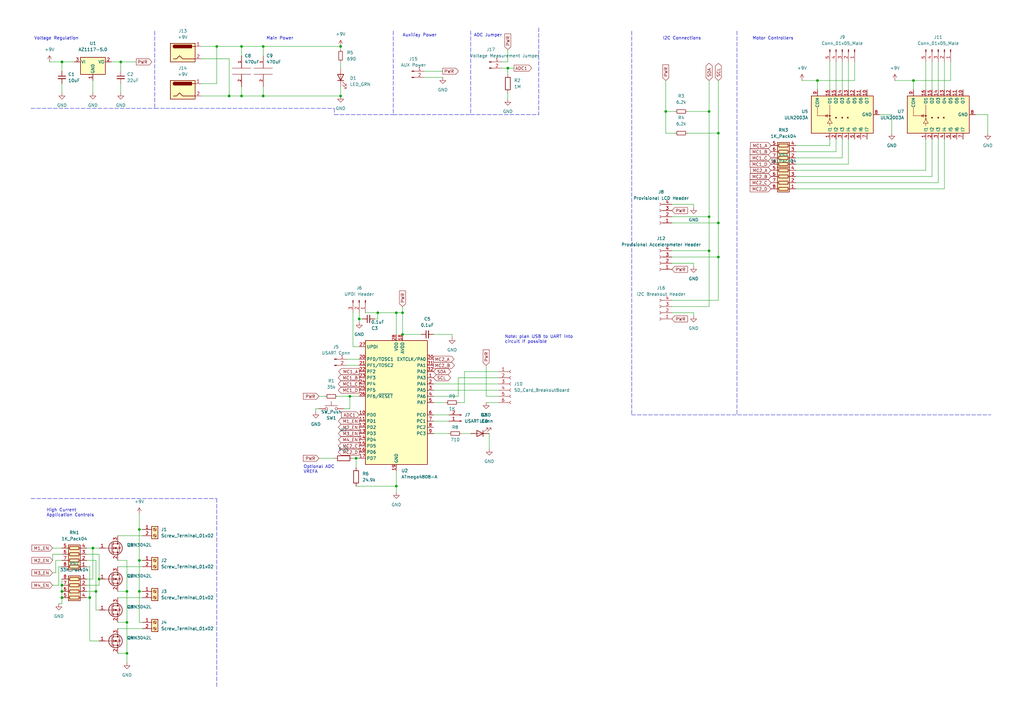
<source format=kicad_sch>
(kicad_sch (version 20211123) (generator eeschema)

  (uuid 55847e27-c118-476a-a189-5708537dd40a)

  (paper "A3")

  (title_block
    (title "K2 Robotics Controller")
    (date "2022-10-12")
    (rev "01")
  )

  (lib_symbols
    (symbol "Connector:Barrel_Jack" (pin_names (offset 1.016)) (in_bom yes) (on_board yes)
      (property "Reference" "J" (id 0) (at 0 5.334 0)
        (effects (font (size 1.27 1.27)))
      )
      (property "Value" "Barrel_Jack" (id 1) (at 0 -5.08 0)
        (effects (font (size 1.27 1.27)))
      )
      (property "Footprint" "" (id 2) (at 1.27 -1.016 0)
        (effects (font (size 1.27 1.27)) hide)
      )
      (property "Datasheet" "~" (id 3) (at 1.27 -1.016 0)
        (effects (font (size 1.27 1.27)) hide)
      )
      (property "ki_keywords" "DC power barrel jack connector" (id 4) (at 0 0 0)
        (effects (font (size 1.27 1.27)) hide)
      )
      (property "ki_description" "DC Barrel Jack" (id 5) (at 0 0 0)
        (effects (font (size 1.27 1.27)) hide)
      )
      (property "ki_fp_filters" "BarrelJack*" (id 6) (at 0 0 0)
        (effects (font (size 1.27 1.27)) hide)
      )
      (symbol "Barrel_Jack_0_1"
        (rectangle (start -5.08 3.81) (end 5.08 -3.81)
          (stroke (width 0.254) (type default) (color 0 0 0 0))
          (fill (type background))
        )
        (arc (start -3.302 3.175) (mid -3.937 2.54) (end -3.302 1.905)
          (stroke (width 0.254) (type default) (color 0 0 0 0))
          (fill (type none))
        )
        (arc (start -3.302 3.175) (mid -3.937 2.54) (end -3.302 1.905)
          (stroke (width 0.254) (type default) (color 0 0 0 0))
          (fill (type outline))
        )
        (polyline
          (pts
            (xy 5.08 2.54)
            (xy 3.81 2.54)
          )
          (stroke (width 0.254) (type default) (color 0 0 0 0))
          (fill (type none))
        )
        (polyline
          (pts
            (xy -3.81 -2.54)
            (xy -2.54 -2.54)
            (xy -1.27 -1.27)
            (xy 0 -2.54)
            (xy 2.54 -2.54)
            (xy 5.08 -2.54)
          )
          (stroke (width 0.254) (type default) (color 0 0 0 0))
          (fill (type none))
        )
        (rectangle (start 3.683 3.175) (end -3.302 1.905)
          (stroke (width 0.254) (type default) (color 0 0 0 0))
          (fill (type outline))
        )
      )
      (symbol "Barrel_Jack_1_1"
        (pin passive line (at 7.62 2.54 180) (length 2.54)
          (name "~" (effects (font (size 1.27 1.27))))
          (number "1" (effects (font (size 1.27 1.27))))
        )
        (pin passive line (at 7.62 -2.54 180) (length 2.54)
          (name "~" (effects (font (size 1.27 1.27))))
          (number "2" (effects (font (size 1.27 1.27))))
        )
      )
    )
    (symbol "Connector:Conn_01x02_Male" (pin_names (offset 1.016) hide) (in_bom yes) (on_board yes)
      (property "Reference" "J" (id 0) (at 0 2.54 0)
        (effects (font (size 1.27 1.27)))
      )
      (property "Value" "Conn_01x02_Male" (id 1) (at 0 -5.08 0)
        (effects (font (size 1.27 1.27)))
      )
      (property "Footprint" "" (id 2) (at 0 0 0)
        (effects (font (size 1.27 1.27)) hide)
      )
      (property "Datasheet" "~" (id 3) (at 0 0 0)
        (effects (font (size 1.27 1.27)) hide)
      )
      (property "ki_keywords" "connector" (id 4) (at 0 0 0)
        (effects (font (size 1.27 1.27)) hide)
      )
      (property "ki_description" "Generic connector, single row, 01x02, script generated (kicad-library-utils/schlib/autogen/connector/)" (id 5) (at 0 0 0)
        (effects (font (size 1.27 1.27)) hide)
      )
      (property "ki_fp_filters" "Connector*:*_1x??_*" (id 6) (at 0 0 0)
        (effects (font (size 1.27 1.27)) hide)
      )
      (symbol "Conn_01x02_Male_1_1"
        (polyline
          (pts
            (xy 1.27 -2.54)
            (xy 0.8636 -2.54)
          )
          (stroke (width 0.1524) (type default) (color 0 0 0 0))
          (fill (type none))
        )
        (polyline
          (pts
            (xy 1.27 0)
            (xy 0.8636 0)
          )
          (stroke (width 0.1524) (type default) (color 0 0 0 0))
          (fill (type none))
        )
        (rectangle (start 0.8636 -2.413) (end 0 -2.667)
          (stroke (width 0.1524) (type default) (color 0 0 0 0))
          (fill (type outline))
        )
        (rectangle (start 0.8636 0.127) (end 0 -0.127)
          (stroke (width 0.1524) (type default) (color 0 0 0 0))
          (fill (type outline))
        )
        (pin passive line (at 5.08 0 180) (length 3.81)
          (name "Pin_1" (effects (font (size 1.27 1.27))))
          (number "1" (effects (font (size 1.27 1.27))))
        )
        (pin passive line (at 5.08 -2.54 180) (length 3.81)
          (name "Pin_2" (effects (font (size 1.27 1.27))))
          (number "2" (effects (font (size 1.27 1.27))))
        )
      )
    )
    (symbol "Connector:Conn_01x03_Male" (pin_names (offset 1.016) hide) (in_bom yes) (on_board yes)
      (property "Reference" "J" (id 0) (at 0 5.08 0)
        (effects (font (size 1.27 1.27)))
      )
      (property "Value" "Conn_01x03_Male" (id 1) (at 0 -5.08 0)
        (effects (font (size 1.27 1.27)))
      )
      (property "Footprint" "" (id 2) (at 0 0 0)
        (effects (font (size 1.27 1.27)) hide)
      )
      (property "Datasheet" "~" (id 3) (at 0 0 0)
        (effects (font (size 1.27 1.27)) hide)
      )
      (property "ki_keywords" "connector" (id 4) (at 0 0 0)
        (effects (font (size 1.27 1.27)) hide)
      )
      (property "ki_description" "Generic connector, single row, 01x03, script generated (kicad-library-utils/schlib/autogen/connector/)" (id 5) (at 0 0 0)
        (effects (font (size 1.27 1.27)) hide)
      )
      (property "ki_fp_filters" "Connector*:*_1x??_*" (id 6) (at 0 0 0)
        (effects (font (size 1.27 1.27)) hide)
      )
      (symbol "Conn_01x03_Male_1_1"
        (polyline
          (pts
            (xy 1.27 -2.54)
            (xy 0.8636 -2.54)
          )
          (stroke (width 0.1524) (type default) (color 0 0 0 0))
          (fill (type none))
        )
        (polyline
          (pts
            (xy 1.27 0)
            (xy 0.8636 0)
          )
          (stroke (width 0.1524) (type default) (color 0 0 0 0))
          (fill (type none))
        )
        (polyline
          (pts
            (xy 1.27 2.54)
            (xy 0.8636 2.54)
          )
          (stroke (width 0.1524) (type default) (color 0 0 0 0))
          (fill (type none))
        )
        (rectangle (start 0.8636 -2.413) (end 0 -2.667)
          (stroke (width 0.1524) (type default) (color 0 0 0 0))
          (fill (type outline))
        )
        (rectangle (start 0.8636 0.127) (end 0 -0.127)
          (stroke (width 0.1524) (type default) (color 0 0 0 0))
          (fill (type outline))
        )
        (rectangle (start 0.8636 2.667) (end 0 2.413)
          (stroke (width 0.1524) (type default) (color 0 0 0 0))
          (fill (type outline))
        )
        (pin passive line (at 5.08 2.54 180) (length 3.81)
          (name "Pin_1" (effects (font (size 1.27 1.27))))
          (number "1" (effects (font (size 1.27 1.27))))
        )
        (pin passive line (at 5.08 0 180) (length 3.81)
          (name "Pin_2" (effects (font (size 1.27 1.27))))
          (number "2" (effects (font (size 1.27 1.27))))
        )
        (pin passive line (at 5.08 -2.54 180) (length 3.81)
          (name "Pin_3" (effects (font (size 1.27 1.27))))
          (number "3" (effects (font (size 1.27 1.27))))
        )
      )
    )
    (symbol "Connector:Conn_01x04_Female" (pin_names (offset 1.016) hide) (in_bom yes) (on_board yes)
      (property "Reference" "J" (id 0) (at 0 5.08 0)
        (effects (font (size 1.27 1.27)))
      )
      (property "Value" "Conn_01x04_Female" (id 1) (at 0 -7.62 0)
        (effects (font (size 1.27 1.27)))
      )
      (property "Footprint" "" (id 2) (at 0 0 0)
        (effects (font (size 1.27 1.27)) hide)
      )
      (property "Datasheet" "~" (id 3) (at 0 0 0)
        (effects (font (size 1.27 1.27)) hide)
      )
      (property "ki_keywords" "connector" (id 4) (at 0 0 0)
        (effects (font (size 1.27 1.27)) hide)
      )
      (property "ki_description" "Generic connector, single row, 01x04, script generated (kicad-library-utils/schlib/autogen/connector/)" (id 5) (at 0 0 0)
        (effects (font (size 1.27 1.27)) hide)
      )
      (property "ki_fp_filters" "Connector*:*_1x??_*" (id 6) (at 0 0 0)
        (effects (font (size 1.27 1.27)) hide)
      )
      (symbol "Conn_01x04_Female_1_1"
        (arc (start 0 -4.572) (mid -0.508 -5.08) (end 0 -5.588)
          (stroke (width 0.1524) (type default) (color 0 0 0 0))
          (fill (type none))
        )
        (arc (start 0 -2.032) (mid -0.508 -2.54) (end 0 -3.048)
          (stroke (width 0.1524) (type default) (color 0 0 0 0))
          (fill (type none))
        )
        (polyline
          (pts
            (xy -1.27 -5.08)
            (xy -0.508 -5.08)
          )
          (stroke (width 0.1524) (type default) (color 0 0 0 0))
          (fill (type none))
        )
        (polyline
          (pts
            (xy -1.27 -2.54)
            (xy -0.508 -2.54)
          )
          (stroke (width 0.1524) (type default) (color 0 0 0 0))
          (fill (type none))
        )
        (polyline
          (pts
            (xy -1.27 0)
            (xy -0.508 0)
          )
          (stroke (width 0.1524) (type default) (color 0 0 0 0))
          (fill (type none))
        )
        (polyline
          (pts
            (xy -1.27 2.54)
            (xy -0.508 2.54)
          )
          (stroke (width 0.1524) (type default) (color 0 0 0 0))
          (fill (type none))
        )
        (arc (start 0 0.508) (mid -0.508 0) (end 0 -0.508)
          (stroke (width 0.1524) (type default) (color 0 0 0 0))
          (fill (type none))
        )
        (arc (start 0 3.048) (mid -0.508 2.54) (end 0 2.032)
          (stroke (width 0.1524) (type default) (color 0 0 0 0))
          (fill (type none))
        )
        (pin passive line (at -5.08 2.54 0) (length 3.81)
          (name "Pin_1" (effects (font (size 1.27 1.27))))
          (number "1" (effects (font (size 1.27 1.27))))
        )
        (pin passive line (at -5.08 0 0) (length 3.81)
          (name "Pin_2" (effects (font (size 1.27 1.27))))
          (number "2" (effects (font (size 1.27 1.27))))
        )
        (pin passive line (at -5.08 -2.54 0) (length 3.81)
          (name "Pin_3" (effects (font (size 1.27 1.27))))
          (number "3" (effects (font (size 1.27 1.27))))
        )
        (pin passive line (at -5.08 -5.08 0) (length 3.81)
          (name "Pin_4" (effects (font (size 1.27 1.27))))
          (number "4" (effects (font (size 1.27 1.27))))
        )
      )
    )
    (symbol "Connector:Conn_01x05_Male" (pin_names (offset 1.016) hide) (in_bom yes) (on_board yes)
      (property "Reference" "J" (id 0) (at 0 7.62 0)
        (effects (font (size 1.27 1.27)))
      )
      (property "Value" "Conn_01x05_Male" (id 1) (at 0 -7.62 0)
        (effects (font (size 1.27 1.27)))
      )
      (property "Footprint" "" (id 2) (at 0 0 0)
        (effects (font (size 1.27 1.27)) hide)
      )
      (property "Datasheet" "~" (id 3) (at 0 0 0)
        (effects (font (size 1.27 1.27)) hide)
      )
      (property "ki_keywords" "connector" (id 4) (at 0 0 0)
        (effects (font (size 1.27 1.27)) hide)
      )
      (property "ki_description" "Generic connector, single row, 01x05, script generated (kicad-library-utils/schlib/autogen/connector/)" (id 5) (at 0 0 0)
        (effects (font (size 1.27 1.27)) hide)
      )
      (property "ki_fp_filters" "Connector*:*_1x??_*" (id 6) (at 0 0 0)
        (effects (font (size 1.27 1.27)) hide)
      )
      (symbol "Conn_01x05_Male_1_1"
        (polyline
          (pts
            (xy 1.27 -5.08)
            (xy 0.8636 -5.08)
          )
          (stroke (width 0.1524) (type default) (color 0 0 0 0))
          (fill (type none))
        )
        (polyline
          (pts
            (xy 1.27 -2.54)
            (xy 0.8636 -2.54)
          )
          (stroke (width 0.1524) (type default) (color 0 0 0 0))
          (fill (type none))
        )
        (polyline
          (pts
            (xy 1.27 0)
            (xy 0.8636 0)
          )
          (stroke (width 0.1524) (type default) (color 0 0 0 0))
          (fill (type none))
        )
        (polyline
          (pts
            (xy 1.27 2.54)
            (xy 0.8636 2.54)
          )
          (stroke (width 0.1524) (type default) (color 0 0 0 0))
          (fill (type none))
        )
        (polyline
          (pts
            (xy 1.27 5.08)
            (xy 0.8636 5.08)
          )
          (stroke (width 0.1524) (type default) (color 0 0 0 0))
          (fill (type none))
        )
        (rectangle (start 0.8636 -4.953) (end 0 -5.207)
          (stroke (width 0.1524) (type default) (color 0 0 0 0))
          (fill (type outline))
        )
        (rectangle (start 0.8636 -2.413) (end 0 -2.667)
          (stroke (width 0.1524) (type default) (color 0 0 0 0))
          (fill (type outline))
        )
        (rectangle (start 0.8636 0.127) (end 0 -0.127)
          (stroke (width 0.1524) (type default) (color 0 0 0 0))
          (fill (type outline))
        )
        (rectangle (start 0.8636 2.667) (end 0 2.413)
          (stroke (width 0.1524) (type default) (color 0 0 0 0))
          (fill (type outline))
        )
        (rectangle (start 0.8636 5.207) (end 0 4.953)
          (stroke (width 0.1524) (type default) (color 0 0 0 0))
          (fill (type outline))
        )
        (pin passive line (at 5.08 5.08 180) (length 3.81)
          (name "Pin_1" (effects (font (size 1.27 1.27))))
          (number "1" (effects (font (size 1.27 1.27))))
        )
        (pin passive line (at 5.08 2.54 180) (length 3.81)
          (name "Pin_2" (effects (font (size 1.27 1.27))))
          (number "2" (effects (font (size 1.27 1.27))))
        )
        (pin passive line (at 5.08 0 180) (length 3.81)
          (name "Pin_3" (effects (font (size 1.27 1.27))))
          (number "3" (effects (font (size 1.27 1.27))))
        )
        (pin passive line (at 5.08 -2.54 180) (length 3.81)
          (name "Pin_4" (effects (font (size 1.27 1.27))))
          (number "4" (effects (font (size 1.27 1.27))))
        )
        (pin passive line (at 5.08 -5.08 180) (length 3.81)
          (name "Pin_5" (effects (font (size 1.27 1.27))))
          (number "5" (effects (font (size 1.27 1.27))))
        )
      )
    )
    (symbol "Connector:Conn_01x06_Female" (pin_names (offset 1.016) hide) (in_bom yes) (on_board yes)
      (property "Reference" "J" (id 0) (at 0 7.62 0)
        (effects (font (size 1.27 1.27)))
      )
      (property "Value" "Conn_01x06_Female" (id 1) (at 0 -10.16 0)
        (effects (font (size 1.27 1.27)))
      )
      (property "Footprint" "" (id 2) (at 0 0 0)
        (effects (font (size 1.27 1.27)) hide)
      )
      (property "Datasheet" "~" (id 3) (at 0 0 0)
        (effects (font (size 1.27 1.27)) hide)
      )
      (property "ki_keywords" "connector" (id 4) (at 0 0 0)
        (effects (font (size 1.27 1.27)) hide)
      )
      (property "ki_description" "Generic connector, single row, 01x06, script generated (kicad-library-utils/schlib/autogen/connector/)" (id 5) (at 0 0 0)
        (effects (font (size 1.27 1.27)) hide)
      )
      (property "ki_fp_filters" "Connector*:*_1x??_*" (id 6) (at 0 0 0)
        (effects (font (size 1.27 1.27)) hide)
      )
      (symbol "Conn_01x06_Female_1_1"
        (arc (start 0 -7.112) (mid -0.508 -7.62) (end 0 -8.128)
          (stroke (width 0.1524) (type default) (color 0 0 0 0))
          (fill (type none))
        )
        (arc (start 0 -4.572) (mid -0.508 -5.08) (end 0 -5.588)
          (stroke (width 0.1524) (type default) (color 0 0 0 0))
          (fill (type none))
        )
        (arc (start 0 -2.032) (mid -0.508 -2.54) (end 0 -3.048)
          (stroke (width 0.1524) (type default) (color 0 0 0 0))
          (fill (type none))
        )
        (polyline
          (pts
            (xy -1.27 -7.62)
            (xy -0.508 -7.62)
          )
          (stroke (width 0.1524) (type default) (color 0 0 0 0))
          (fill (type none))
        )
        (polyline
          (pts
            (xy -1.27 -5.08)
            (xy -0.508 -5.08)
          )
          (stroke (width 0.1524) (type default) (color 0 0 0 0))
          (fill (type none))
        )
        (polyline
          (pts
            (xy -1.27 -2.54)
            (xy -0.508 -2.54)
          )
          (stroke (width 0.1524) (type default) (color 0 0 0 0))
          (fill (type none))
        )
        (polyline
          (pts
            (xy -1.27 0)
            (xy -0.508 0)
          )
          (stroke (width 0.1524) (type default) (color 0 0 0 0))
          (fill (type none))
        )
        (polyline
          (pts
            (xy -1.27 2.54)
            (xy -0.508 2.54)
          )
          (stroke (width 0.1524) (type default) (color 0 0 0 0))
          (fill (type none))
        )
        (polyline
          (pts
            (xy -1.27 5.08)
            (xy -0.508 5.08)
          )
          (stroke (width 0.1524) (type default) (color 0 0 0 0))
          (fill (type none))
        )
        (arc (start 0 0.508) (mid -0.508 0) (end 0 -0.508)
          (stroke (width 0.1524) (type default) (color 0 0 0 0))
          (fill (type none))
        )
        (arc (start 0 3.048) (mid -0.508 2.54) (end 0 2.032)
          (stroke (width 0.1524) (type default) (color 0 0 0 0))
          (fill (type none))
        )
        (arc (start 0 5.588) (mid -0.508 5.08) (end 0 4.572)
          (stroke (width 0.1524) (type default) (color 0 0 0 0))
          (fill (type none))
        )
        (pin passive line (at -5.08 5.08 0) (length 3.81)
          (name "Pin_1" (effects (font (size 1.27 1.27))))
          (number "1" (effects (font (size 1.27 1.27))))
        )
        (pin passive line (at -5.08 2.54 0) (length 3.81)
          (name "Pin_2" (effects (font (size 1.27 1.27))))
          (number "2" (effects (font (size 1.27 1.27))))
        )
        (pin passive line (at -5.08 0 0) (length 3.81)
          (name "Pin_3" (effects (font (size 1.27 1.27))))
          (number "3" (effects (font (size 1.27 1.27))))
        )
        (pin passive line (at -5.08 -2.54 0) (length 3.81)
          (name "Pin_4" (effects (font (size 1.27 1.27))))
          (number "4" (effects (font (size 1.27 1.27))))
        )
        (pin passive line (at -5.08 -5.08 0) (length 3.81)
          (name "Pin_5" (effects (font (size 1.27 1.27))))
          (number "5" (effects (font (size 1.27 1.27))))
        )
        (pin passive line (at -5.08 -7.62 0) (length 3.81)
          (name "Pin_6" (effects (font (size 1.27 1.27))))
          (number "6" (effects (font (size 1.27 1.27))))
        )
      )
    )
    (symbol "Connector:Screw_Terminal_01x02" (pin_names (offset 1.016) hide) (in_bom yes) (on_board yes)
      (property "Reference" "J" (id 0) (at 0 2.54 0)
        (effects (font (size 1.27 1.27)))
      )
      (property "Value" "Screw_Terminal_01x02" (id 1) (at 0 -5.08 0)
        (effects (font (size 1.27 1.27)))
      )
      (property "Footprint" "" (id 2) (at 0 0 0)
        (effects (font (size 1.27 1.27)) hide)
      )
      (property "Datasheet" "~" (id 3) (at 0 0 0)
        (effects (font (size 1.27 1.27)) hide)
      )
      (property "ki_keywords" "screw terminal" (id 4) (at 0 0 0)
        (effects (font (size 1.27 1.27)) hide)
      )
      (property "ki_description" "Generic screw terminal, single row, 01x02, script generated (kicad-library-utils/schlib/autogen/connector/)" (id 5) (at 0 0 0)
        (effects (font (size 1.27 1.27)) hide)
      )
      (property "ki_fp_filters" "TerminalBlock*:*" (id 6) (at 0 0 0)
        (effects (font (size 1.27 1.27)) hide)
      )
      (symbol "Screw_Terminal_01x02_1_1"
        (rectangle (start -1.27 1.27) (end 1.27 -3.81)
          (stroke (width 0.254) (type default) (color 0 0 0 0))
          (fill (type background))
        )
        (circle (center 0 -2.54) (radius 0.635)
          (stroke (width 0.1524) (type default) (color 0 0 0 0))
          (fill (type none))
        )
        (polyline
          (pts
            (xy -0.5334 -2.2098)
            (xy 0.3302 -3.048)
          )
          (stroke (width 0.1524) (type default) (color 0 0 0 0))
          (fill (type none))
        )
        (polyline
          (pts
            (xy -0.5334 0.3302)
            (xy 0.3302 -0.508)
          )
          (stroke (width 0.1524) (type default) (color 0 0 0 0))
          (fill (type none))
        )
        (polyline
          (pts
            (xy -0.3556 -2.032)
            (xy 0.508 -2.8702)
          )
          (stroke (width 0.1524) (type default) (color 0 0 0 0))
          (fill (type none))
        )
        (polyline
          (pts
            (xy -0.3556 0.508)
            (xy 0.508 -0.3302)
          )
          (stroke (width 0.1524) (type default) (color 0 0 0 0))
          (fill (type none))
        )
        (circle (center 0 0) (radius 0.635)
          (stroke (width 0.1524) (type default) (color 0 0 0 0))
          (fill (type none))
        )
        (pin passive line (at -5.08 0 0) (length 3.81)
          (name "Pin_1" (effects (font (size 1.27 1.27))))
          (number "1" (effects (font (size 1.27 1.27))))
        )
        (pin passive line (at -5.08 -2.54 0) (length 3.81)
          (name "Pin_2" (effects (font (size 1.27 1.27))))
          (number "2" (effects (font (size 1.27 1.27))))
        )
      )
    )
    (symbol "Device:C_Small" (pin_numbers hide) (pin_names (offset 0.254) hide) (in_bom yes) (on_board yes)
      (property "Reference" "C" (id 0) (at 0.254 1.778 0)
        (effects (font (size 1.27 1.27)) (justify left))
      )
      (property "Value" "C_Small" (id 1) (at 0.254 -2.032 0)
        (effects (font (size 1.27 1.27)) (justify left))
      )
      (property "Footprint" "" (id 2) (at 0 0 0)
        (effects (font (size 1.27 1.27)) hide)
      )
      (property "Datasheet" "~" (id 3) (at 0 0 0)
        (effects (font (size 1.27 1.27)) hide)
      )
      (property "ki_keywords" "capacitor cap" (id 4) (at 0 0 0)
        (effects (font (size 1.27 1.27)) hide)
      )
      (property "ki_description" "Unpolarized capacitor, small symbol" (id 5) (at 0 0 0)
        (effects (font (size 1.27 1.27)) hide)
      )
      (property "ki_fp_filters" "C_*" (id 6) (at 0 0 0)
        (effects (font (size 1.27 1.27)) hide)
      )
      (symbol "C_Small_0_1"
        (polyline
          (pts
            (xy -1.524 -0.508)
            (xy 1.524 -0.508)
          )
          (stroke (width 0.3302) (type default) (color 0 0 0 0))
          (fill (type none))
        )
        (polyline
          (pts
            (xy -1.524 0.508)
            (xy 1.524 0.508)
          )
          (stroke (width 0.3048) (type default) (color 0 0 0 0))
          (fill (type none))
        )
      )
      (symbol "C_Small_1_1"
        (pin passive line (at 0 2.54 270) (length 2.032)
          (name "~" (effects (font (size 1.27 1.27))))
          (number "1" (effects (font (size 1.27 1.27))))
        )
        (pin passive line (at 0 -2.54 90) (length 2.032)
          (name "~" (effects (font (size 1.27 1.27))))
          (number "2" (effects (font (size 1.27 1.27))))
        )
      )
    )
    (symbol "Device:LED" (pin_numbers hide) (pin_names (offset 1.016) hide) (in_bom yes) (on_board yes)
      (property "Reference" "D" (id 0) (at 0 2.54 0)
        (effects (font (size 1.27 1.27)))
      )
      (property "Value" "LED" (id 1) (at 0 -2.54 0)
        (effects (font (size 1.27 1.27)))
      )
      (property "Footprint" "" (id 2) (at 0 0 0)
        (effects (font (size 1.27 1.27)) hide)
      )
      (property "Datasheet" "~" (id 3) (at 0 0 0)
        (effects (font (size 1.27 1.27)) hide)
      )
      (property "ki_keywords" "LED diode" (id 4) (at 0 0 0)
        (effects (font (size 1.27 1.27)) hide)
      )
      (property "ki_description" "Light emitting diode" (id 5) (at 0 0 0)
        (effects (font (size 1.27 1.27)) hide)
      )
      (property "ki_fp_filters" "LED* LED_SMD:* LED_THT:*" (id 6) (at 0 0 0)
        (effects (font (size 1.27 1.27)) hide)
      )
      (symbol "LED_0_1"
        (polyline
          (pts
            (xy -1.27 -1.27)
            (xy -1.27 1.27)
          )
          (stroke (width 0.254) (type default) (color 0 0 0 0))
          (fill (type none))
        )
        (polyline
          (pts
            (xy -1.27 0)
            (xy 1.27 0)
          )
          (stroke (width 0) (type default) (color 0 0 0 0))
          (fill (type none))
        )
        (polyline
          (pts
            (xy 1.27 -1.27)
            (xy 1.27 1.27)
            (xy -1.27 0)
            (xy 1.27 -1.27)
          )
          (stroke (width 0.254) (type default) (color 0 0 0 0))
          (fill (type none))
        )
        (polyline
          (pts
            (xy -3.048 -0.762)
            (xy -4.572 -2.286)
            (xy -3.81 -2.286)
            (xy -4.572 -2.286)
            (xy -4.572 -1.524)
          )
          (stroke (width 0) (type default) (color 0 0 0 0))
          (fill (type none))
        )
        (polyline
          (pts
            (xy -1.778 -0.762)
            (xy -3.302 -2.286)
            (xy -2.54 -2.286)
            (xy -3.302 -2.286)
            (xy -3.302 -1.524)
          )
          (stroke (width 0) (type default) (color 0 0 0 0))
          (fill (type none))
        )
      )
      (symbol "LED_1_1"
        (pin passive line (at -3.81 0 0) (length 2.54)
          (name "K" (effects (font (size 1.27 1.27))))
          (number "1" (effects (font (size 1.27 1.27))))
        )
        (pin passive line (at 3.81 0 180) (length 2.54)
          (name "A" (effects (font (size 1.27 1.27))))
          (number "2" (effects (font (size 1.27 1.27))))
        )
      )
    )
    (symbol "Device:R" (pin_numbers hide) (pin_names (offset 0)) (in_bom yes) (on_board yes)
      (property "Reference" "R" (id 0) (at 2.032 0 90)
        (effects (font (size 1.27 1.27)))
      )
      (property "Value" "R" (id 1) (at 0 0 90)
        (effects (font (size 1.27 1.27)))
      )
      (property "Footprint" "" (id 2) (at -1.778 0 90)
        (effects (font (size 1.27 1.27)) hide)
      )
      (property "Datasheet" "~" (id 3) (at 0 0 0)
        (effects (font (size 1.27 1.27)) hide)
      )
      (property "ki_keywords" "R res resistor" (id 4) (at 0 0 0)
        (effects (font (size 1.27 1.27)) hide)
      )
      (property "ki_description" "Resistor" (id 5) (at 0 0 0)
        (effects (font (size 1.27 1.27)) hide)
      )
      (property "ki_fp_filters" "R_*" (id 6) (at 0 0 0)
        (effects (font (size 1.27 1.27)) hide)
      )
      (symbol "R_0_1"
        (rectangle (start -1.016 -2.54) (end 1.016 2.54)
          (stroke (width 0.254) (type default) (color 0 0 0 0))
          (fill (type none))
        )
      )
      (symbol "R_1_1"
        (pin passive line (at 0 3.81 270) (length 1.27)
          (name "~" (effects (font (size 1.27 1.27))))
          (number "1" (effects (font (size 1.27 1.27))))
        )
        (pin passive line (at 0 -3.81 90) (length 1.27)
          (name "~" (effects (font (size 1.27 1.27))))
          (number "2" (effects (font (size 1.27 1.27))))
        )
      )
    )
    (symbol "Device:R_Pack04" (pin_names (offset 0) hide) (in_bom yes) (on_board yes)
      (property "Reference" "RN" (id 0) (at -7.62 0 90)
        (effects (font (size 1.27 1.27)))
      )
      (property "Value" "R_Pack04" (id 1) (at 5.08 0 90)
        (effects (font (size 1.27 1.27)))
      )
      (property "Footprint" "" (id 2) (at 6.985 0 90)
        (effects (font (size 1.27 1.27)) hide)
      )
      (property "Datasheet" "~" (id 3) (at 0 0 0)
        (effects (font (size 1.27 1.27)) hide)
      )
      (property "ki_keywords" "R network parallel topology isolated" (id 4) (at 0 0 0)
        (effects (font (size 1.27 1.27)) hide)
      )
      (property "ki_description" "4 resistor network, parallel topology" (id 5) (at 0 0 0)
        (effects (font (size 1.27 1.27)) hide)
      )
      (property "ki_fp_filters" "DIP* SOIC* R*Array*Concave* R*Array*Convex*" (id 6) (at 0 0 0)
        (effects (font (size 1.27 1.27)) hide)
      )
      (symbol "R_Pack04_0_1"
        (rectangle (start -6.35 -2.413) (end 3.81 2.413)
          (stroke (width 0.254) (type default) (color 0 0 0 0))
          (fill (type background))
        )
        (rectangle (start -5.715 1.905) (end -4.445 -1.905)
          (stroke (width 0.254) (type default) (color 0 0 0 0))
          (fill (type none))
        )
        (rectangle (start -3.175 1.905) (end -1.905 -1.905)
          (stroke (width 0.254) (type default) (color 0 0 0 0))
          (fill (type none))
        )
        (rectangle (start -0.635 1.905) (end 0.635 -1.905)
          (stroke (width 0.254) (type default) (color 0 0 0 0))
          (fill (type none))
        )
        (polyline
          (pts
            (xy -5.08 -2.54)
            (xy -5.08 -1.905)
          )
          (stroke (width 0) (type default) (color 0 0 0 0))
          (fill (type none))
        )
        (polyline
          (pts
            (xy -5.08 1.905)
            (xy -5.08 2.54)
          )
          (stroke (width 0) (type default) (color 0 0 0 0))
          (fill (type none))
        )
        (polyline
          (pts
            (xy -2.54 -2.54)
            (xy -2.54 -1.905)
          )
          (stroke (width 0) (type default) (color 0 0 0 0))
          (fill (type none))
        )
        (polyline
          (pts
            (xy -2.54 1.905)
            (xy -2.54 2.54)
          )
          (stroke (width 0) (type default) (color 0 0 0 0))
          (fill (type none))
        )
        (polyline
          (pts
            (xy 0 -2.54)
            (xy 0 -1.905)
          )
          (stroke (width 0) (type default) (color 0 0 0 0))
          (fill (type none))
        )
        (polyline
          (pts
            (xy 0 1.905)
            (xy 0 2.54)
          )
          (stroke (width 0) (type default) (color 0 0 0 0))
          (fill (type none))
        )
        (polyline
          (pts
            (xy 2.54 -2.54)
            (xy 2.54 -1.905)
          )
          (stroke (width 0) (type default) (color 0 0 0 0))
          (fill (type none))
        )
        (polyline
          (pts
            (xy 2.54 1.905)
            (xy 2.54 2.54)
          )
          (stroke (width 0) (type default) (color 0 0 0 0))
          (fill (type none))
        )
        (rectangle (start 1.905 1.905) (end 3.175 -1.905)
          (stroke (width 0.254) (type default) (color 0 0 0 0))
          (fill (type none))
        )
      )
      (symbol "R_Pack04_1_1"
        (pin passive line (at -5.08 -5.08 90) (length 2.54)
          (name "R1.1" (effects (font (size 1.27 1.27))))
          (number "1" (effects (font (size 1.27 1.27))))
        )
        (pin passive line (at -2.54 -5.08 90) (length 2.54)
          (name "R2.1" (effects (font (size 1.27 1.27))))
          (number "2" (effects (font (size 1.27 1.27))))
        )
        (pin passive line (at 0 -5.08 90) (length 2.54)
          (name "R3.1" (effects (font (size 1.27 1.27))))
          (number "3" (effects (font (size 1.27 1.27))))
        )
        (pin passive line (at 2.54 -5.08 90) (length 2.54)
          (name "R4.1" (effects (font (size 1.27 1.27))))
          (number "4" (effects (font (size 1.27 1.27))))
        )
        (pin passive line (at 2.54 5.08 270) (length 2.54)
          (name "R4.2" (effects (font (size 1.27 1.27))))
          (number "5" (effects (font (size 1.27 1.27))))
        )
        (pin passive line (at 0 5.08 270) (length 2.54)
          (name "R3.2" (effects (font (size 1.27 1.27))))
          (number "6" (effects (font (size 1.27 1.27))))
        )
        (pin passive line (at -2.54 5.08 270) (length 2.54)
          (name "R2.2" (effects (font (size 1.27 1.27))))
          (number "7" (effects (font (size 1.27 1.27))))
        )
        (pin passive line (at -5.08 5.08 270) (length 2.54)
          (name "R1.2" (effects (font (size 1.27 1.27))))
          (number "8" (effects (font (size 1.27 1.27))))
        )
      )
    )
    (symbol "Device:R_Small" (pin_numbers hide) (pin_names (offset 0.254) hide) (in_bom yes) (on_board yes)
      (property "Reference" "R" (id 0) (at 0.762 0.508 0)
        (effects (font (size 1.27 1.27)) (justify left))
      )
      (property "Value" "R_Small" (id 1) (at 0.762 -1.016 0)
        (effects (font (size 1.27 1.27)) (justify left))
      )
      (property "Footprint" "" (id 2) (at 0 0 0)
        (effects (font (size 1.27 1.27)) hide)
      )
      (property "Datasheet" "~" (id 3) (at 0 0 0)
        (effects (font (size 1.27 1.27)) hide)
      )
      (property "ki_keywords" "R resistor" (id 4) (at 0 0 0)
        (effects (font (size 1.27 1.27)) hide)
      )
      (property "ki_description" "Resistor, small symbol" (id 5) (at 0 0 0)
        (effects (font (size 1.27 1.27)) hide)
      )
      (property "ki_fp_filters" "R_*" (id 6) (at 0 0 0)
        (effects (font (size 1.27 1.27)) hide)
      )
      (symbol "R_Small_0_1"
        (rectangle (start -0.762 1.778) (end 0.762 -1.778)
          (stroke (width 0.2032) (type default) (color 0 0 0 0))
          (fill (type none))
        )
      )
      (symbol "R_Small_1_1"
        (pin passive line (at 0 2.54 270) (length 0.762)
          (name "~" (effects (font (size 1.27 1.27))))
          (number "1" (effects (font (size 1.27 1.27))))
        )
        (pin passive line (at 0 -2.54 90) (length 0.762)
          (name "~" (effects (font (size 1.27 1.27))))
          (number "2" (effects (font (size 1.27 1.27))))
        )
      )
    )
    (symbol "MCU_Microchip_ATmega:ATmega4808-A" (in_bom yes) (on_board yes)
      (property "Reference" "U" (id 0) (at -12.7 26.67 0)
        (effects (font (size 1.27 1.27)) (justify left bottom))
      )
      (property "Value" "ATmega4808-A" (id 1) (at 2.54 -26.67 0)
        (effects (font (size 1.27 1.27)) (justify left top))
      )
      (property "Footprint" "Package_QFP:TQFP-32_7x7mm_P0.8mm" (id 2) (at 0 0 0)
        (effects (font (size 1.27 1.27) italic) hide)
      )
      (property "Datasheet" "http://ww1.microchip.com/downloads/en/DeviceDoc/40002017A.pdf" (id 3) (at 0 0 0)
        (effects (font (size 1.27 1.27)) hide)
      )
      (property "ki_keywords" "AVR 8bit Microcontroller MegaAVR" (id 4) (at 0 0 0)
        (effects (font (size 1.27 1.27)) hide)
      )
      (property "ki_description" "20MHz, 48kB Flash, 6kB SRAM, 256B EEPROM, TQFP-32" (id 5) (at 0 0 0)
        (effects (font (size 1.27 1.27)) hide)
      )
      (property "ki_fp_filters" "TQFP*7x7mm*P0.8mm*" (id 6) (at 0 0 0)
        (effects (font (size 1.27 1.27)) hide)
      )
      (symbol "ATmega4808-A_0_1"
        (rectangle (start -12.7 -25.4) (end 12.7 25.4)
          (stroke (width 0.254) (type default) (color 0 0 0 0))
          (fill (type background))
        )
      )
      (symbol "ATmega4808-A_1_1"
        (pin bidirectional line (at 15.24 10.16 180) (length 2.54)
          (name "PA3" (effects (font (size 1.27 1.27))))
          (number "1" (effects (font (size 1.27 1.27))))
        )
        (pin bidirectional line (at -15.24 -5.08 0) (length 2.54)
          (name "PD0" (effects (font (size 1.27 1.27))))
          (number "10" (effects (font (size 1.27 1.27))))
        )
        (pin bidirectional line (at -15.24 -7.62 0) (length 2.54)
          (name "PD1" (effects (font (size 1.27 1.27))))
          (number "11" (effects (font (size 1.27 1.27))))
        )
        (pin bidirectional line (at -15.24 -10.16 0) (length 2.54)
          (name "PD2" (effects (font (size 1.27 1.27))))
          (number "12" (effects (font (size 1.27 1.27))))
        )
        (pin bidirectional line (at -15.24 -12.7 0) (length 2.54)
          (name "PD3" (effects (font (size 1.27 1.27))))
          (number "13" (effects (font (size 1.27 1.27))))
        )
        (pin bidirectional line (at -15.24 -15.24 0) (length 2.54)
          (name "PD4" (effects (font (size 1.27 1.27))))
          (number "14" (effects (font (size 1.27 1.27))))
        )
        (pin bidirectional line (at -15.24 -17.78 0) (length 2.54)
          (name "PD5" (effects (font (size 1.27 1.27))))
          (number "15" (effects (font (size 1.27 1.27))))
        )
        (pin bidirectional line (at -15.24 -20.32 0) (length 2.54)
          (name "PD6" (effects (font (size 1.27 1.27))))
          (number "16" (effects (font (size 1.27 1.27))))
        )
        (pin bidirectional line (at -15.24 -22.86 0) (length 2.54)
          (name "PD7" (effects (font (size 1.27 1.27))))
          (number "17" (effects (font (size 1.27 1.27))))
        )
        (pin power_in line (at 2.54 27.94 270) (length 2.54)
          (name "AVDD" (effects (font (size 1.27 1.27))))
          (number "18" (effects (font (size 1.27 1.27))))
        )
        (pin power_in line (at 0 -27.94 90) (length 2.54)
          (name "GND" (effects (font (size 1.27 1.27))))
          (number "19" (effects (font (size 1.27 1.27))))
        )
        (pin bidirectional line (at 15.24 7.62 180) (length 2.54)
          (name "PA4" (effects (font (size 1.27 1.27))))
          (number "2" (effects (font (size 1.27 1.27))))
        )
        (pin bidirectional line (at -15.24 17.78 0) (length 2.54)
          (name "PF0/TOSC1" (effects (font (size 1.27 1.27))))
          (number "20" (effects (font (size 1.27 1.27))))
        )
        (pin bidirectional line (at -15.24 15.24 0) (length 2.54)
          (name "PF1/TOSC2" (effects (font (size 1.27 1.27))))
          (number "21" (effects (font (size 1.27 1.27))))
        )
        (pin bidirectional line (at -15.24 12.7 0) (length 2.54)
          (name "PF2" (effects (font (size 1.27 1.27))))
          (number "22" (effects (font (size 1.27 1.27))))
        )
        (pin bidirectional line (at -15.24 10.16 0) (length 2.54)
          (name "PF3" (effects (font (size 1.27 1.27))))
          (number "23" (effects (font (size 1.27 1.27))))
        )
        (pin bidirectional line (at -15.24 7.62 0) (length 2.54)
          (name "PF4" (effects (font (size 1.27 1.27))))
          (number "24" (effects (font (size 1.27 1.27))))
        )
        (pin bidirectional line (at -15.24 5.08 0) (length 2.54)
          (name "PF5" (effects (font (size 1.27 1.27))))
          (number "25" (effects (font (size 1.27 1.27))))
        )
        (pin bidirectional line (at -15.24 2.54 0) (length 2.54)
          (name "PF6/~{RESET}" (effects (font (size 1.27 1.27))))
          (number "26" (effects (font (size 1.27 1.27))))
        )
        (pin bidirectional line (at -15.24 22.86 0) (length 2.54)
          (name "UPDI" (effects (font (size 1.27 1.27))))
          (number "27" (effects (font (size 1.27 1.27))))
        )
        (pin power_in line (at 0 27.94 270) (length 2.54)
          (name "VDD" (effects (font (size 1.27 1.27))))
          (number "28" (effects (font (size 1.27 1.27))))
        )
        (pin passive line (at 0 -27.94 90) (length 2.54) hide
          (name "GND" (effects (font (size 1.27 1.27))))
          (number "29" (effects (font (size 1.27 1.27))))
        )
        (pin bidirectional line (at 15.24 5.08 180) (length 2.54)
          (name "PA5" (effects (font (size 1.27 1.27))))
          (number "3" (effects (font (size 1.27 1.27))))
        )
        (pin bidirectional line (at 15.24 17.78 180) (length 2.54)
          (name "EXTCLK/PA0" (effects (font (size 1.27 1.27))))
          (number "30" (effects (font (size 1.27 1.27))))
        )
        (pin bidirectional line (at 15.24 15.24 180) (length 2.54)
          (name "PA1" (effects (font (size 1.27 1.27))))
          (number "31" (effects (font (size 1.27 1.27))))
        )
        (pin bidirectional line (at 15.24 12.7 180) (length 2.54)
          (name "PA2" (effects (font (size 1.27 1.27))))
          (number "32" (effects (font (size 1.27 1.27))))
        )
        (pin bidirectional line (at 15.24 2.54 180) (length 2.54)
          (name "PA6" (effects (font (size 1.27 1.27))))
          (number "4" (effects (font (size 1.27 1.27))))
        )
        (pin bidirectional line (at 15.24 0 180) (length 2.54)
          (name "PA7" (effects (font (size 1.27 1.27))))
          (number "5" (effects (font (size 1.27 1.27))))
        )
        (pin bidirectional line (at 15.24 -5.08 180) (length 2.54)
          (name "PC0" (effects (font (size 1.27 1.27))))
          (number "6" (effects (font (size 1.27 1.27))))
        )
        (pin bidirectional line (at 15.24 -7.62 180) (length 2.54)
          (name "PC1" (effects (font (size 1.27 1.27))))
          (number "7" (effects (font (size 1.27 1.27))))
        )
        (pin bidirectional line (at 15.24 -10.16 180) (length 2.54)
          (name "PC2" (effects (font (size 1.27 1.27))))
          (number "8" (effects (font (size 1.27 1.27))))
        )
        (pin bidirectional line (at 15.24 -12.7 180) (length 2.54)
          (name "PC3" (effects (font (size 1.27 1.27))))
          (number "9" (effects (font (size 1.27 1.27))))
        )
      )
    )
    (symbol "Regulator_Linear:AZ1117-5.0" (pin_names (offset 0.254)) (in_bom yes) (on_board yes)
      (property "Reference" "U" (id 0) (at -3.81 3.175 0)
        (effects (font (size 1.27 1.27)))
      )
      (property "Value" "AZ1117-5.0" (id 1) (at 0 3.175 0)
        (effects (font (size 1.27 1.27)) (justify left))
      )
      (property "Footprint" "" (id 2) (at 0 6.35 0)
        (effects (font (size 1.27 1.27) italic) hide)
      )
      (property "Datasheet" "https://www.diodes.com/assets/Datasheets/AZ1117.pdf" (id 3) (at 0 0 0)
        (effects (font (size 1.27 1.27)) hide)
      )
      (property "ki_keywords" "Fixed Voltage Regulator 1A Positive LDO" (id 4) (at 0 0 0)
        (effects (font (size 1.27 1.27)) hide)
      )
      (property "ki_description" "1A 20V Fixed LDO Linear Regulator, 5.0V, SOT-89/SOT-223/TO-220/TO-252/TO-263" (id 5) (at 0 0 0)
        (effects (font (size 1.27 1.27)) hide)
      )
      (property "ki_fp_filters" "SOT?223* SOT?89* TO?220* TO?252* TO?263*" (id 6) (at 0 0 0)
        (effects (font (size 1.27 1.27)) hide)
      )
      (symbol "AZ1117-5.0_0_1"
        (rectangle (start -5.08 1.905) (end 5.08 -5.08)
          (stroke (width 0.254) (type default) (color 0 0 0 0))
          (fill (type background))
        )
      )
      (symbol "AZ1117-5.0_1_1"
        (pin power_in line (at 0 -7.62 90) (length 2.54)
          (name "GND" (effects (font (size 1.27 1.27))))
          (number "1" (effects (font (size 1.27 1.27))))
        )
        (pin power_out line (at 7.62 0 180) (length 2.54)
          (name "VO" (effects (font (size 1.27 1.27))))
          (number "2" (effects (font (size 1.27 1.27))))
        )
        (pin power_in line (at -7.62 0 0) (length 2.54)
          (name "VI" (effects (font (size 1.27 1.27))))
          (number "3" (effects (font (size 1.27 1.27))))
        )
      )
    )
    (symbol "Switch:SW_Push" (pin_numbers hide) (pin_names (offset 1.016) hide) (in_bom yes) (on_board yes)
      (property "Reference" "SW" (id 0) (at 1.27 2.54 0)
        (effects (font (size 1.27 1.27)) (justify left))
      )
      (property "Value" "SW_Push" (id 1) (at 0 -1.524 0)
        (effects (font (size 1.27 1.27)))
      )
      (property "Footprint" "" (id 2) (at 0 5.08 0)
        (effects (font (size 1.27 1.27)) hide)
      )
      (property "Datasheet" "~" (id 3) (at 0 5.08 0)
        (effects (font (size 1.27 1.27)) hide)
      )
      (property "ki_keywords" "switch normally-open pushbutton push-button" (id 4) (at 0 0 0)
        (effects (font (size 1.27 1.27)) hide)
      )
      (property "ki_description" "Push button switch, generic, two pins" (id 5) (at 0 0 0)
        (effects (font (size 1.27 1.27)) hide)
      )
      (symbol "SW_Push_0_1"
        (circle (center -2.032 0) (radius 0.508)
          (stroke (width 0) (type default) (color 0 0 0 0))
          (fill (type none))
        )
        (polyline
          (pts
            (xy 0 1.27)
            (xy 0 3.048)
          )
          (stroke (width 0) (type default) (color 0 0 0 0))
          (fill (type none))
        )
        (polyline
          (pts
            (xy 2.54 1.27)
            (xy -2.54 1.27)
          )
          (stroke (width 0) (type default) (color 0 0 0 0))
          (fill (type none))
        )
        (circle (center 2.032 0) (radius 0.508)
          (stroke (width 0) (type default) (color 0 0 0 0))
          (fill (type none))
        )
        (pin passive line (at -5.08 0 0) (length 2.54)
          (name "1" (effects (font (size 1.27 1.27))))
          (number "1" (effects (font (size 1.27 1.27))))
        )
        (pin passive line (at 5.08 0 180) (length 2.54)
          (name "2" (effects (font (size 1.27 1.27))))
          (number "2" (effects (font (size 1.27 1.27))))
        )
      )
    )
    (symbol "Transistor_Array:ULN2003A" (in_bom yes) (on_board yes)
      (property "Reference" "U" (id 0) (at 0 15.875 0)
        (effects (font (size 1.27 1.27)))
      )
      (property "Value" "ULN2003A" (id 1) (at 0 13.97 0)
        (effects (font (size 1.27 1.27)))
      )
      (property "Footprint" "" (id 2) (at 1.27 -13.97 0)
        (effects (font (size 1.27 1.27)) (justify left) hide)
      )
      (property "Datasheet" "http://www.ti.com/lit/ds/symlink/uln2003a.pdf" (id 3) (at 2.54 -5.08 0)
        (effects (font (size 1.27 1.27)) hide)
      )
      (property "ki_keywords" "darlington transistor array" (id 4) (at 0 0 0)
        (effects (font (size 1.27 1.27)) hide)
      )
      (property "ki_description" "High Voltage, High Current Darlington Transistor Arrays, SOIC16/SOIC16W/DIP16/TSSOP16" (id 5) (at 0 0 0)
        (effects (font (size 1.27 1.27)) hide)
      )
      (property "ki_fp_filters" "DIP*W7.62mm* SOIC*3.9x9.9mm*P1.27mm* SSOP*4.4x5.2mm*P0.65mm* TSSOP*4.4x5mm*P0.65mm* SOIC*W*5.3x10.2mm*P1.27mm*" (id 6) (at 0 0 0)
        (effects (font (size 1.27 1.27)) hide)
      )
      (symbol "ULN2003A_0_1"
        (rectangle (start -7.62 -12.7) (end 7.62 12.7)
          (stroke (width 0.254) (type default) (color 0 0 0 0))
          (fill (type background))
        )
        (circle (center -1.778 5.08) (radius 0.254)
          (stroke (width 0) (type default) (color 0 0 0 0))
          (fill (type none))
        )
        (circle (center -1.27 -2.286) (radius 0.254)
          (stroke (width 0) (type default) (color 0 0 0 0))
          (fill (type outline))
        )
        (circle (center -1.27 0) (radius 0.254)
          (stroke (width 0) (type default) (color 0 0 0 0))
          (fill (type outline))
        )
        (circle (center -1.27 2.54) (radius 0.254)
          (stroke (width 0) (type default) (color 0 0 0 0))
          (fill (type outline))
        )
        (circle (center -0.508 5.08) (radius 0.254)
          (stroke (width 0) (type default) (color 0 0 0 0))
          (fill (type outline))
        )
        (polyline
          (pts
            (xy -4.572 5.08)
            (xy -3.556 5.08)
          )
          (stroke (width 0) (type default) (color 0 0 0 0))
          (fill (type none))
        )
        (polyline
          (pts
            (xy -1.524 5.08)
            (xy 4.064 5.08)
          )
          (stroke (width 0) (type default) (color 0 0 0 0))
          (fill (type none))
        )
        (polyline
          (pts
            (xy 0 6.731)
            (xy -1.016 6.731)
          )
          (stroke (width 0) (type default) (color 0 0 0 0))
          (fill (type none))
        )
        (polyline
          (pts
            (xy -0.508 5.08)
            (xy -0.508 10.16)
            (xy 2.921 10.16)
          )
          (stroke (width 0) (type default) (color 0 0 0 0))
          (fill (type none))
        )
        (polyline
          (pts
            (xy -3.556 6.096)
            (xy -3.556 4.064)
            (xy -2.032 5.08)
            (xy -3.556 6.096)
          )
          (stroke (width 0) (type default) (color 0 0 0 0))
          (fill (type none))
        )
        (polyline
          (pts
            (xy 0 5.969)
            (xy -1.016 5.969)
            (xy -0.508 6.731)
            (xy 0 5.969)
          )
          (stroke (width 0) (type default) (color 0 0 0 0))
          (fill (type none))
        )
      )
      (symbol "ULN2003A_1_1"
        (pin input line (at -10.16 5.08 0) (length 2.54)
          (name "I1" (effects (font (size 1.27 1.27))))
          (number "1" (effects (font (size 1.27 1.27))))
        )
        (pin open_collector line (at 10.16 -10.16 180) (length 2.54)
          (name "O7" (effects (font (size 1.27 1.27))))
          (number "10" (effects (font (size 1.27 1.27))))
        )
        (pin open_collector line (at 10.16 -7.62 180) (length 2.54)
          (name "O6" (effects (font (size 1.27 1.27))))
          (number "11" (effects (font (size 1.27 1.27))))
        )
        (pin open_collector line (at 10.16 -5.08 180) (length 2.54)
          (name "O5" (effects (font (size 1.27 1.27))))
          (number "12" (effects (font (size 1.27 1.27))))
        )
        (pin open_collector line (at 10.16 -2.54 180) (length 2.54)
          (name "O4" (effects (font (size 1.27 1.27))))
          (number "13" (effects (font (size 1.27 1.27))))
        )
        (pin open_collector line (at 10.16 0 180) (length 2.54)
          (name "O3" (effects (font (size 1.27 1.27))))
          (number "14" (effects (font (size 1.27 1.27))))
        )
        (pin open_collector line (at 10.16 2.54 180) (length 2.54)
          (name "O2" (effects (font (size 1.27 1.27))))
          (number "15" (effects (font (size 1.27 1.27))))
        )
        (pin open_collector line (at 10.16 5.08 180) (length 2.54)
          (name "O1" (effects (font (size 1.27 1.27))))
          (number "16" (effects (font (size 1.27 1.27))))
        )
        (pin input line (at -10.16 2.54 0) (length 2.54)
          (name "I2" (effects (font (size 1.27 1.27))))
          (number "2" (effects (font (size 1.27 1.27))))
        )
        (pin input line (at -10.16 0 0) (length 2.54)
          (name "I3" (effects (font (size 1.27 1.27))))
          (number "3" (effects (font (size 1.27 1.27))))
        )
        (pin input line (at -10.16 -2.54 0) (length 2.54)
          (name "I4" (effects (font (size 1.27 1.27))))
          (number "4" (effects (font (size 1.27 1.27))))
        )
        (pin input line (at -10.16 -5.08 0) (length 2.54)
          (name "I5" (effects (font (size 1.27 1.27))))
          (number "5" (effects (font (size 1.27 1.27))))
        )
        (pin input line (at -10.16 -7.62 0) (length 2.54)
          (name "I6" (effects (font (size 1.27 1.27))))
          (number "6" (effects (font (size 1.27 1.27))))
        )
        (pin input line (at -10.16 -10.16 0) (length 2.54)
          (name "I7" (effects (font (size 1.27 1.27))))
          (number "7" (effects (font (size 1.27 1.27))))
        )
        (pin power_in line (at 0 -15.24 90) (length 2.54)
          (name "GND" (effects (font (size 1.27 1.27))))
          (number "8" (effects (font (size 1.27 1.27))))
        )
        (pin passive line (at 10.16 10.16 180) (length 2.54)
          (name "COM" (effects (font (size 1.27 1.27))))
          (number "9" (effects (font (size 1.27 1.27))))
        )
      )
    )
    (symbol "Transistor_FET:DMN3042L" (pin_names hide) (in_bom yes) (on_board yes)
      (property "Reference" "Q" (id 0) (at 5.08 1.905 0)
        (effects (font (size 1.27 1.27)) (justify left))
      )
      (property "Value" "DMN3042L" (id 1) (at 5.08 0 0)
        (effects (font (size 1.27 1.27)) (justify left))
      )
      (property "Footprint" "Package_TO_SOT_SMD:SOT-23" (id 2) (at 5.08 -1.905 0)
        (effects (font (size 1.27 1.27) italic) (justify left) hide)
      )
      (property "Datasheet" "http://www.diodes.com/assets/Datasheets/DMN3042L.pdf" (id 3) (at 0 0 0)
        (effects (font (size 1.27 1.27)) (justify left) hide)
      )
      (property "ki_keywords" "N-Channel MOSFET" (id 4) (at 0 0 0)
        (effects (font (size 1.27 1.27)) hide)
      )
      (property "ki_description" "5.8A Id, 30V Vds, N-Channel MOSFET, SOT-23" (id 5) (at 0 0 0)
        (effects (font (size 1.27 1.27)) hide)
      )
      (property "ki_fp_filters" "SOT?23*" (id 6) (at 0 0 0)
        (effects (font (size 1.27 1.27)) hide)
      )
      (symbol "DMN3042L_0_1"
        (polyline
          (pts
            (xy 0.254 0)
            (xy -2.54 0)
          )
          (stroke (width 0) (type default) (color 0 0 0 0))
          (fill (type none))
        )
        (polyline
          (pts
            (xy 0.254 1.905)
            (xy 0.254 -1.905)
          )
          (stroke (width 0.254) (type default) (color 0 0 0 0))
          (fill (type none))
        )
        (polyline
          (pts
            (xy 0.762 -1.27)
            (xy 0.762 -2.286)
          )
          (stroke (width 0.254) (type default) (color 0 0 0 0))
          (fill (type none))
        )
        (polyline
          (pts
            (xy 0.762 0.508)
            (xy 0.762 -0.508)
          )
          (stroke (width 0.254) (type default) (color 0 0 0 0))
          (fill (type none))
        )
        (polyline
          (pts
            (xy 0.762 2.286)
            (xy 0.762 1.27)
          )
          (stroke (width 0.254) (type default) (color 0 0 0 0))
          (fill (type none))
        )
        (polyline
          (pts
            (xy 2.54 2.54)
            (xy 2.54 1.778)
          )
          (stroke (width 0) (type default) (color 0 0 0 0))
          (fill (type none))
        )
        (polyline
          (pts
            (xy 2.54 -2.54)
            (xy 2.54 0)
            (xy 0.762 0)
          )
          (stroke (width 0) (type default) (color 0 0 0 0))
          (fill (type none))
        )
        (polyline
          (pts
            (xy 0.762 -1.778)
            (xy 3.302 -1.778)
            (xy 3.302 1.778)
            (xy 0.762 1.778)
          )
          (stroke (width 0) (type default) (color 0 0 0 0))
          (fill (type none))
        )
        (polyline
          (pts
            (xy 1.016 0)
            (xy 2.032 0.381)
            (xy 2.032 -0.381)
            (xy 1.016 0)
          )
          (stroke (width 0) (type default) (color 0 0 0 0))
          (fill (type outline))
        )
        (polyline
          (pts
            (xy 2.794 0.508)
            (xy 2.921 0.381)
            (xy 3.683 0.381)
            (xy 3.81 0.254)
          )
          (stroke (width 0) (type default) (color 0 0 0 0))
          (fill (type none))
        )
        (polyline
          (pts
            (xy 3.302 0.381)
            (xy 2.921 -0.254)
            (xy 3.683 -0.254)
            (xy 3.302 0.381)
          )
          (stroke (width 0) (type default) (color 0 0 0 0))
          (fill (type none))
        )
        (circle (center 1.651 0) (radius 2.794)
          (stroke (width 0.254) (type default) (color 0 0 0 0))
          (fill (type none))
        )
        (circle (center 2.54 -1.778) (radius 0.254)
          (stroke (width 0) (type default) (color 0 0 0 0))
          (fill (type outline))
        )
        (circle (center 2.54 1.778) (radius 0.254)
          (stroke (width 0) (type default) (color 0 0 0 0))
          (fill (type outline))
        )
      )
      (symbol "DMN3042L_1_1"
        (pin input line (at -5.08 0 0) (length 2.54)
          (name "G" (effects (font (size 1.27 1.27))))
          (number "1" (effects (font (size 1.27 1.27))))
        )
        (pin passive line (at 2.54 -5.08 90) (length 2.54)
          (name "S" (effects (font (size 1.27 1.27))))
          (number "2" (effects (font (size 1.27 1.27))))
        )
        (pin passive line (at 2.54 5.08 270) (length 2.54)
          (name "D" (effects (font (size 1.27 1.27))))
          (number "3" (effects (font (size 1.27 1.27))))
        )
      )
    )
    (symbol "power:+9V" (power) (pin_names (offset 0)) (in_bom yes) (on_board yes)
      (property "Reference" "#PWR" (id 0) (at 0 -3.81 0)
        (effects (font (size 1.27 1.27)) hide)
      )
      (property "Value" "+9V" (id 1) (at 0 3.556 0)
        (effects (font (size 1.27 1.27)))
      )
      (property "Footprint" "" (id 2) (at 0 0 0)
        (effects (font (size 1.27 1.27)) hide)
      )
      (property "Datasheet" "" (id 3) (at 0 0 0)
        (effects (font (size 1.27 1.27)) hide)
      )
      (property "ki_keywords" "power-flag" (id 4) (at 0 0 0)
        (effects (font (size 1.27 1.27)) hide)
      )
      (property "ki_description" "Power symbol creates a global label with name \"+9V\"" (id 5) (at 0 0 0)
        (effects (font (size 1.27 1.27)) hide)
      )
      (symbol "+9V_0_1"
        (polyline
          (pts
            (xy -0.762 1.27)
            (xy 0 2.54)
          )
          (stroke (width 0) (type default) (color 0 0 0 0))
          (fill (type none))
        )
        (polyline
          (pts
            (xy 0 0)
            (xy 0 2.54)
          )
          (stroke (width 0) (type default) (color 0 0 0 0))
          (fill (type none))
        )
        (polyline
          (pts
            (xy 0 2.54)
            (xy 0.762 1.27)
          )
          (stroke (width 0) (type default) (color 0 0 0 0))
          (fill (type none))
        )
      )
      (symbol "+9V_1_1"
        (pin power_in line (at 0 0 90) (length 0) hide
          (name "+9V" (effects (font (size 1.27 1.27))))
          (number "1" (effects (font (size 1.27 1.27))))
        )
      )
    )
    (symbol "power:GND" (power) (pin_names (offset 0)) (in_bom yes) (on_board yes)
      (property "Reference" "#PWR" (id 0) (at 0 -6.35 0)
        (effects (font (size 1.27 1.27)) hide)
      )
      (property "Value" "GND" (id 1) (at 0 -3.81 0)
        (effects (font (size 1.27 1.27)))
      )
      (property "Footprint" "" (id 2) (at 0 0 0)
        (effects (font (size 1.27 1.27)) hide)
      )
      (property "Datasheet" "" (id 3) (at 0 0 0)
        (effects (font (size 1.27 1.27)) hide)
      )
      (property "ki_keywords" "power-flag" (id 4) (at 0 0 0)
        (effects (font (size 1.27 1.27)) hide)
      )
      (property "ki_description" "Power symbol creates a global label with name \"GND\" , ground" (id 5) (at 0 0 0)
        (effects (font (size 1.27 1.27)) hide)
      )
      (symbol "GND_0_1"
        (polyline
          (pts
            (xy 0 0)
            (xy 0 -1.27)
            (xy 1.27 -1.27)
            (xy 0 -2.54)
            (xy -1.27 -1.27)
            (xy 0 -1.27)
          )
          (stroke (width 0) (type default) (color 0 0 0 0))
          (fill (type none))
        )
      )
      (symbol "GND_1_1"
        (pin power_in line (at 0 0 270) (length 0) hide
          (name "GND" (effects (font (size 1.27 1.27))))
          (number "1" (effects (font (size 1.27 1.27))))
        )
      )
    )
    (symbol "pspice:CAP" (pin_names (offset 0.254)) (in_bom yes) (on_board yes)
      (property "Reference" "C" (id 0) (at 2.54 3.81 90)
        (effects (font (size 1.27 1.27)))
      )
      (property "Value" "CAP" (id 1) (at 2.54 -3.81 90)
        (effects (font (size 1.27 1.27)))
      )
      (property "Footprint" "" (id 2) (at 0 0 0)
        (effects (font (size 1.27 1.27)) hide)
      )
      (property "Datasheet" "~" (id 3) (at 0 0 0)
        (effects (font (size 1.27 1.27)) hide)
      )
      (property "ki_keywords" "simulation" (id 4) (at 0 0 0)
        (effects (font (size 1.27 1.27)) hide)
      )
      (property "ki_description" "Capacitor symbol for simulation only" (id 5) (at 0 0 0)
        (effects (font (size 1.27 1.27)) hide)
      )
      (symbol "CAP_0_1"
        (polyline
          (pts
            (xy -3.81 -1.27)
            (xy 3.81 -1.27)
          )
          (stroke (width 0) (type default) (color 0 0 0 0))
          (fill (type none))
        )
        (polyline
          (pts
            (xy -3.81 1.27)
            (xy 3.81 1.27)
          )
          (stroke (width 0) (type default) (color 0 0 0 0))
          (fill (type none))
        )
      )
      (symbol "CAP_1_1"
        (pin passive line (at 0 6.35 270) (length 5.08)
          (name "~" (effects (font (size 1.016 1.016))))
          (number "1" (effects (font (size 1.016 1.016))))
        )
        (pin passive line (at 0 -6.35 90) (length 5.08)
          (name "~" (effects (font (size 1.016 1.016))))
          (number "2" (effects (font (size 1.016 1.016))))
        )
      )
    )
  )

  (junction (at 99.06 39.37) (diameter 0) (color 0 0 0 0)
    (uuid 022b824c-b11d-4a25-bce0-528ea1ca9010)
  )
  (junction (at 290.83 88.9) (diameter 0) (color 0 0 0 0)
    (uuid 02f27880-a3ca-49d3-8c02-fef749341985)
  )
  (junction (at 52.07 267.97) (diameter 0) (color 0 0 0 0)
    (uuid 0686b206-4a1d-4907-af6a-8cc2200eaf54)
  )
  (junction (at 294.64 54.61) (diameter 0) (color 0 0 0 0)
    (uuid 15c74260-f10f-459e-8976-47383a4fe436)
  )
  (junction (at 38.1 224.79) (diameter 0) (color 0 0 0 0)
    (uuid 16658906-2e5e-4b1c-8e02-de9832ccd014)
  )
  (junction (at 52.07 255.27) (diameter 0) (color 0 0 0 0)
    (uuid 17823e70-33ea-43ff-b80d-abd531732dab)
  )
  (junction (at 57.15 217.17) (diameter 0) (color 0 0 0 0)
    (uuid 2b5a0410-add7-4e6d-9431-377b12d03c7c)
  )
  (junction (at 147.32 130.81) (diameter 0) (color 0 0 0 0)
    (uuid 3c731560-df4f-4cc5-8745-043698516ef3)
  )
  (junction (at 25.4 240.03) (diameter 0) (color 0 0 0 0)
    (uuid 3e47be2a-0a3d-4806-8198-3a14f7ffae07)
  )
  (junction (at 39.37 242.57) (diameter 0) (color 0 0 0 0)
    (uuid 3f1883c7-c83c-4018-8cb6-867e18a42692)
  )
  (junction (at 52.07 242.57) (diameter 0) (color 0 0 0 0)
    (uuid 547ed7a2-c2be-4223-abac-41c32dae0706)
  )
  (junction (at 40.64 237.49) (diameter 0) (color 0 0 0 0)
    (uuid 6325ecd9-dc7f-453f-8f13-c60882798031)
  )
  (junction (at 25.4 242.57) (diameter 0) (color 0 0 0 0)
    (uuid 6a250dec-933f-45fa-abf1-7ef807a115a7)
  )
  (junction (at 88.9 19.05) (diameter 0) (color 0 0 0 0)
    (uuid 760c0bc5-ca02-4f21-9a6c-3e54baa994e2)
  )
  (junction (at 57.15 242.57) (diameter 0) (color 0 0 0 0)
    (uuid 7c7b0676-2b8e-4d79-bf74-b8388ca59d8b)
  )
  (junction (at 165.1 137.16) (diameter 0) (color 0 0 0 0)
    (uuid 7e0e1279-cd01-4fae-a41c-2a34eabcdf6f)
  )
  (junction (at 294.64 91.44) (diameter 0) (color 0 0 0 0)
    (uuid 7e6c195c-889f-47ef-af17-2c246f484f41)
  )
  (junction (at 290.83 45.72) (diameter 0) (color 0 0 0 0)
    (uuid 8252cf7a-08fa-4ea5-8f06-980ddb692fdc)
  )
  (junction (at 146.05 187.96) (diameter 0) (color 0 0 0 0)
    (uuid 86d2e137-80d1-4d90-930a-f7bf284e7522)
  )
  (junction (at 154.94 128.27) (diameter 0) (color 0 0 0 0)
    (uuid 8ac5f16d-c7c4-470a-a8bc-564156fe778e)
  )
  (junction (at 25.4 25.4) (diameter 0) (color 0 0 0 0)
    (uuid 912763eb-38a4-446c-a20e-aaab934829e7)
  )
  (junction (at 208.28 27.94) (diameter 0) (color 0 0 0 0)
    (uuid 942eec13-4fa8-4d62-9700-87617e4976a4)
  )
  (junction (at 57.15 229.87) (diameter 0) (color 0 0 0 0)
    (uuid 98d7b885-685b-4a5d-a907-f95c5de51eeb)
  )
  (junction (at 99.06 19.05) (diameter 0) (color 0 0 0 0)
    (uuid a13d39f0-4253-46fc-9ddc-ab33327c8f3c)
  )
  (junction (at 107.95 39.37) (diameter 0) (color 0 0 0 0)
    (uuid acec2eed-71ae-475e-ab9f-3c21b7193f1f)
  )
  (junction (at 290.83 102.87) (diameter 0) (color 0 0 0 0)
    (uuid b133b730-cdd8-458f-abcd-73eb00402ebe)
  )
  (junction (at 162.56 199.39) (diameter 0) (color 0 0 0 0)
    (uuid b9fc0892-078f-4397-b656-6bd1ffaa1303)
  )
  (junction (at 162.56 128.27) (diameter 0) (color 0 0 0 0)
    (uuid c4fcd7f3-c871-4f9a-af43-a6906d45aa56)
  )
  (junction (at 49.53 25.4) (diameter 0) (color 0 0 0 0)
    (uuid c7bf970c-9f84-4316-9b49-4eba9d70a078)
  )
  (junction (at 139.7 19.05) (diameter 0) (color 0 0 0 0)
    (uuid ca2acf87-ce76-4d11-bfc5-f5b5d62c2765)
  )
  (junction (at 93.98 39.37) (diameter 0) (color 0 0 0 0)
    (uuid cb92bdf4-f9b8-40e5-8fcc-863facae4e88)
  )
  (junction (at 165.1 128.27) (diameter 0) (color 0 0 0 0)
    (uuid cb92fd93-c49b-4bac-988f-58b66fa40649)
  )
  (junction (at 139.7 39.37) (diameter 0) (color 0 0 0 0)
    (uuid ce74654a-1b35-4ad6-ba93-f9e95af20ea2)
  )
  (junction (at 143.51 162.56) (diameter 0) (color 0 0 0 0)
    (uuid d44cc50a-57e6-4a37-b1bb-9502b00f0c9b)
  )
  (junction (at 273.05 45.72) (diameter 0) (color 0 0 0 0)
    (uuid d47162c1-2ae1-4e7f-9437-9940979a2f20)
  )
  (junction (at 107.95 19.05) (diameter 0) (color 0 0 0 0)
    (uuid ec3e20aa-33ea-4a7a-b276-7a6c85287547)
  )
  (junction (at 294.64 105.41) (diameter 0) (color 0 0 0 0)
    (uuid eea7b0d9-58e1-4289-9c1d-c9b73562ee7f)
  )
  (junction (at 374.65 33.02) (diameter 0) (color 0 0 0 0)
    (uuid f7af33b4-15bf-4ca7-91f0-ce6d55bf7558)
  )
  (junction (at 335.28 33.02) (diameter 0) (color 0 0 0 0)
    (uuid fb9d9f3b-e769-410b-b5c5-5af1a6897856)
  )
  (junction (at 25.4 245.11) (diameter 0) (color 0 0 0 0)
    (uuid fdf83528-2610-46c4-a7e2-893f08c53c9a)
  )
  (junction (at 36.83 245.11) (diameter 0) (color 0 0 0 0)
    (uuid fe9a6d31-2888-48e2-b2ab-3a7db9d15959)
  )

  (polyline (pts (xy 12.7 44.45) (xy 63.5 44.45))
    (stroke (width 0) (type default) (color 0 0 0 0))
    (uuid 0057239c-fa68-4174-8f3f-b75bd70fdd4c)
  )

  (wire (pts (xy 99.06 35.56) (xy 99.06 39.37))
    (stroke (width 0) (type default) (color 0 0 0 0))
    (uuid 00eac16a-ce1d-42ba-8273-1503e5f6bc8e)
  )
  (wire (pts (xy 389.89 33.02) (xy 389.89 25.4))
    (stroke (width 0) (type default) (color 0 0 0 0))
    (uuid 0370eca8-106a-4cef-910b-8d3b19cfd67d)
  )
  (wire (pts (xy 52.07 229.87) (xy 52.07 242.57))
    (stroke (width 0) (type default) (color 0 0 0 0))
    (uuid 0468f65f-a12a-4dbd-ba2b-f51624878364)
  )
  (wire (pts (xy 49.53 25.4) (xy 55.88 25.4))
    (stroke (width 0) (type default) (color 0 0 0 0))
    (uuid 0938372a-3de8-4e6a-b627-ba3e696ad75d)
  )
  (wire (pts (xy 143.51 162.56) (xy 143.51 167.64))
    (stroke (width 0) (type default) (color 0 0 0 0))
    (uuid 0a32d016-e459-4bef-9f0e-1b602ef4628d)
  )
  (wire (pts (xy 142.24 149.86) (xy 147.32 149.86))
    (stroke (width 0) (type default) (color 0 0 0 0))
    (uuid 0cfbb06c-edd9-4ddf-8f84-9a1d2136e82a)
  )
  (wire (pts (xy 40.64 227.33) (xy 40.64 237.49))
    (stroke (width 0) (type default) (color 0 0 0 0))
    (uuid 0d61f386-2069-4c70-bacf-052d05c99ebd)
  )
  (wire (pts (xy 107.95 19.05) (xy 107.95 22.86))
    (stroke (width 0) (type default) (color 0 0 0 0))
    (uuid 0dfc7e8b-6a16-48bb-8137-42e57a462253)
  )
  (wire (pts (xy 345.44 25.4) (xy 345.44 36.83))
    (stroke (width 0) (type default) (color 0 0 0 0))
    (uuid 0f40b05f-0f9d-464d-bd49-fbdbbd10721d)
  )
  (wire (pts (xy 154.94 128.27) (xy 162.56 128.27))
    (stroke (width 0) (type default) (color 0 0 0 0))
    (uuid 0fb50493-bb03-4def-9a2d-a2af232375c7)
  )
  (wire (pts (xy 25.4 237.49) (xy 25.4 240.03))
    (stroke (width 0) (type default) (color 0 0 0 0))
    (uuid 1011949b-ae3c-4889-bc2a-7c1b09bd6390)
  )
  (wire (pts (xy 273.05 45.72) (xy 276.86 45.72))
    (stroke (width 0) (type default) (color 0 0 0 0))
    (uuid 103a902d-bbda-4af0-bff9-bc62b261cc71)
  )
  (wire (pts (xy 130.81 167.64) (xy 129.54 167.64))
    (stroke (width 0) (type default) (color 0 0 0 0))
    (uuid 118af659-21e3-4cf6-b7da-1f1dc0efd36a)
  )
  (wire (pts (xy 48.26 255.27) (xy 52.07 255.27))
    (stroke (width 0) (type default) (color 0 0 0 0))
    (uuid 143d64c0-0d9b-4f54-8842-ab2c24cbc91b)
  )
  (wire (pts (xy 326.39 59.69) (xy 340.36 59.69))
    (stroke (width 0) (type default) (color 0 0 0 0))
    (uuid 14a351bb-999b-40fe-8409-62bc8455d22b)
  )
  (wire (pts (xy 146.05 199.39) (xy 162.56 199.39))
    (stroke (width 0) (type default) (color 0 0 0 0))
    (uuid 165da2e0-a470-4b24-97c8-a1759de403e6)
  )
  (wire (pts (xy 130.81 162.56) (xy 133.35 162.56))
    (stroke (width 0) (type default) (color 0 0 0 0))
    (uuid 17778d50-7737-4b18-be0e-81f05725e6e1)
  )
  (wire (pts (xy 365.76 46.99) (xy 365.76 54.61))
    (stroke (width 0) (type default) (color 0 0 0 0))
    (uuid 17b4ca19-3e50-47bf-8f57-740f8faf45fc)
  )
  (wire (pts (xy 93.98 39.37) (xy 82.55 39.37))
    (stroke (width 0) (type default) (color 0 0 0 0))
    (uuid 180ab410-8fcd-4649-8b5d-0990f2f76c7c)
  )
  (wire (pts (xy 130.81 187.96) (xy 137.16 187.96))
    (stroke (width 0) (type default) (color 0 0 0 0))
    (uuid 183523f3-978a-4e7a-bc78-7fbff9f20594)
  )
  (wire (pts (xy 290.83 33.02) (xy 290.83 45.72))
    (stroke (width 0) (type default) (color 0 0 0 0))
    (uuid 185cefd1-3bf5-4a34-802c-a9c858e1672f)
  )
  (wire (pts (xy 342.9 62.23) (xy 342.9 57.15))
    (stroke (width 0) (type default) (color 0 0 0 0))
    (uuid 197ca392-3059-4f31-b3cd-ce9ddc6f5f08)
  )
  (wire (pts (xy 35.56 227.33) (xy 40.64 227.33))
    (stroke (width 0) (type default) (color 0 0 0 0))
    (uuid 1f1bc91b-00e7-4418-b651-d172217a2207)
  )
  (wire (pts (xy 284.48 109.22) (xy 284.48 107.95))
    (stroke (width 0) (type default) (color 0 0 0 0))
    (uuid 2338f738-7284-4f4d-9757-2570b2e3819a)
  )
  (wire (pts (xy 57.15 217.17) (xy 58.42 217.17))
    (stroke (width 0) (type default) (color 0 0 0 0))
    (uuid 23e21cd6-ca84-4841-91f1-3f3cfa19059a)
  )
  (wire (pts (xy 275.59 105.41) (xy 294.64 105.41))
    (stroke (width 0) (type default) (color 0 0 0 0))
    (uuid 24d94ea0-c8ea-4ae2-8c4e-faff52c72c68)
  )
  (wire (pts (xy 165.1 128.27) (xy 165.1 137.16))
    (stroke (width 0) (type default) (color 0 0 0 0))
    (uuid 25bb3f07-2e46-4cae-a456-a7746e3d500d)
  )
  (wire (pts (xy 147.32 142.24) (xy 144.78 142.24))
    (stroke (width 0) (type default) (color 0 0 0 0))
    (uuid 2833dfef-96d8-4fdf-851c-69e2262d40ff)
  )
  (wire (pts (xy 48.26 245.11) (xy 58.42 245.11))
    (stroke (width 0) (type default) (color 0 0 0 0))
    (uuid 29d08737-457f-460c-95a0-d818401a713d)
  )
  (wire (pts (xy 25.4 242.57) (xy 25.4 245.11))
    (stroke (width 0) (type default) (color 0 0 0 0))
    (uuid 2a061fe9-af0d-46a3-a2be-e10e309d2864)
  )
  (wire (pts (xy 205.74 27.94) (xy 208.28 27.94))
    (stroke (width 0) (type default) (color 0 0 0 0))
    (uuid 2a1bc63e-2d24-4b24-8320-608073bcf226)
  )
  (wire (pts (xy 48.26 229.87) (xy 52.07 229.87))
    (stroke (width 0) (type default) (color 0 0 0 0))
    (uuid 2c0cae00-e5e1-48c6-9de5-d1f556a1025c)
  )
  (wire (pts (xy 88.9 19.05) (xy 99.06 19.05))
    (stroke (width 0) (type default) (color 0 0 0 0))
    (uuid 2c35d2c8-efd4-44fb-9ada-6e98693251b8)
  )
  (polyline (pts (xy 220.98 11.43) (xy 220.98 46.99))
    (stroke (width 0) (type default) (color 0 0 0 0))
    (uuid 2cd820a0-e1b6-4bb3-90bc-fc26bfd44b85)
  )

  (wire (pts (xy 139.7 19.05) (xy 139.7 20.32))
    (stroke (width 0) (type default) (color 0 0 0 0))
    (uuid 2dda0a2c-d0d6-482a-ab1d-fb6a44410a8a)
  )
  (wire (pts (xy 39.37 242.57) (xy 39.37 250.19))
    (stroke (width 0) (type default) (color 0 0 0 0))
    (uuid 31e78e0b-9681-4259-8731-225bcecf954a)
  )
  (wire (pts (xy 275.59 102.87) (xy 290.83 102.87))
    (stroke (width 0) (type default) (color 0 0 0 0))
    (uuid 326305b7-a308-478a-9d48-54bad2979258)
  )
  (wire (pts (xy 273.05 45.72) (xy 273.05 54.61))
    (stroke (width 0) (type default) (color 0 0 0 0))
    (uuid 331d8c88-d3c6-4c06-b8a2-a0c90ddede66)
  )
  (polyline (pts (xy 137.16 44.45) (xy 137.16 46.99))
    (stroke (width 0) (type default) (color 0 0 0 0))
    (uuid 339cc340-fe1f-4278-b016-94b7d6d88d09)
  )

  (wire (pts (xy 139.7 25.4) (xy 139.7 27.94))
    (stroke (width 0) (type default) (color 0 0 0 0))
    (uuid 3409d062-327d-4d04-8724-56fe97175d16)
  )
  (polyline (pts (xy 259.08 170.18) (xy 406.4 170.18))
    (stroke (width 0) (type default) (color 0 0 0 0))
    (uuid 344fc14a-7c66-40f9-b685-d5baaebda1a4)
  )

  (wire (pts (xy 350.52 33.02) (xy 350.52 25.4))
    (stroke (width 0) (type default) (color 0 0 0 0))
    (uuid 37724d65-56cd-41b2-a06c-059bbf5fc1d6)
  )
  (wire (pts (xy 21.59 234.95) (xy 22.86 234.95))
    (stroke (width 0) (type default) (color 0 0 0 0))
    (uuid 37a7f1a2-1282-4bd6-b342-dc117085c44f)
  )
  (wire (pts (xy 52.07 255.27) (xy 52.07 267.97))
    (stroke (width 0) (type default) (color 0 0 0 0))
    (uuid 38ff7831-1c31-4a32-ab93-a5394cb6644a)
  )
  (wire (pts (xy 326.39 77.47) (xy 387.35 77.47))
    (stroke (width 0) (type default) (color 0 0 0 0))
    (uuid 3a66fbde-4842-4d09-a6f9-4532daa14875)
  )
  (wire (pts (xy 24.13 247.65) (xy 25.4 247.65))
    (stroke (width 0) (type default) (color 0 0 0 0))
    (uuid 3b1b3681-6fee-4a68-b270-7adf2a750dea)
  )
  (wire (pts (xy 21.59 240.03) (xy 24.13 240.03))
    (stroke (width 0) (type default) (color 0 0 0 0))
    (uuid 3b6a16f9-77b2-4cbc-a38e-0269d8cf042a)
  )
  (wire (pts (xy 22.86 229.87) (xy 25.4 229.87))
    (stroke (width 0) (type default) (color 0 0 0 0))
    (uuid 3b73c936-cb56-4e37-8a93-b8e1ad1c3649)
  )
  (wire (pts (xy 144.78 142.24) (xy 144.78 128.27))
    (stroke (width 0) (type default) (color 0 0 0 0))
    (uuid 3e48c8ea-12e2-40f1-a4cb-9146bd6a89a9)
  )
  (wire (pts (xy 284.48 83.82) (xy 284.48 85.09))
    (stroke (width 0) (type default) (color 0 0 0 0))
    (uuid 3f92e62e-c7ba-4bb1-b5c7-c2b580da8203)
  )
  (wire (pts (xy 57.15 242.57) (xy 58.42 242.57))
    (stroke (width 0) (type default) (color 0 0 0 0))
    (uuid 4013c8da-fdf1-4c1f-aa70-946a815a179b)
  )
  (wire (pts (xy 384.81 25.4) (xy 384.81 36.83))
    (stroke (width 0) (type default) (color 0 0 0 0))
    (uuid 41994674-e5f4-4ace-ad5b-3637f358229b)
  )
  (wire (pts (xy 88.9 34.29) (xy 88.9 19.05))
    (stroke (width 0) (type default) (color 0 0 0 0))
    (uuid 430b5c0c-e22d-4cf5-b052-55add43d0eb0)
  )
  (wire (pts (xy 190.5 152.4) (xy 204.47 152.4))
    (stroke (width 0) (type default) (color 0 0 0 0))
    (uuid 434ca8b3-365e-49e1-a7c2-7ab7ca4bc564)
  )
  (wire (pts (xy 208.28 30.48) (xy 208.28 27.94))
    (stroke (width 0) (type default) (color 0 0 0 0))
    (uuid 436a6c94-fd4a-47cf-a657-c3fc67df6478)
  )
  (wire (pts (xy 21.59 227.33) (xy 25.4 227.33))
    (stroke (width 0) (type default) (color 0 0 0 0))
    (uuid 45953ede-9335-4e79-baef-bdc06383adb5)
  )
  (wire (pts (xy 342.9 25.4) (xy 342.9 36.83))
    (stroke (width 0) (type default) (color 0 0 0 0))
    (uuid 45a8ad3c-34e2-4656-bc98-e7fa61e5607c)
  )
  (wire (pts (xy 405.13 46.99) (xy 405.13 54.61))
    (stroke (width 0) (type default) (color 0 0 0 0))
    (uuid 4787a175-3ce9-4a25-9e17-473d9c8fc72e)
  )
  (wire (pts (xy 208.28 20.32) (xy 208.28 25.4))
    (stroke (width 0) (type default) (color 0 0 0 0))
    (uuid 47d591cf-3acc-48e0-8f60-1ea53c7f9b91)
  )
  (wire (pts (xy 147.32 128.27) (xy 147.32 130.81))
    (stroke (width 0) (type default) (color 0 0 0 0))
    (uuid 494f7c13-36c6-495f-8616-e551b1de1d42)
  )
  (wire (pts (xy 57.15 217.17) (xy 57.15 229.87))
    (stroke (width 0) (type default) (color 0 0 0 0))
    (uuid 4ada211a-1f65-4759-8c68-15fc55da9ddb)
  )
  (wire (pts (xy 275.59 88.9) (xy 290.83 88.9))
    (stroke (width 0) (type default) (color 0 0 0 0))
    (uuid 4c32b6d4-c97f-4955-8479-8a93d23709bd)
  )
  (wire (pts (xy 162.56 128.27) (xy 162.56 137.16))
    (stroke (width 0) (type default) (color 0 0 0 0))
    (uuid 4ca3cbdc-c77c-4c37-b1d3-12e8383d3b55)
  )
  (wire (pts (xy 335.28 33.02) (xy 335.28 36.83))
    (stroke (width 0) (type default) (color 0 0 0 0))
    (uuid 4db47632-af1b-45d2-9f54-a1c843b076f0)
  )
  (wire (pts (xy 173.99 31.75) (xy 181.61 31.75))
    (stroke (width 0) (type default) (color 0 0 0 0))
    (uuid 4e9c866b-0158-4dc0-96a7-634eff9bad4b)
  )
  (wire (pts (xy 57.15 210.82) (xy 57.15 217.17))
    (stroke (width 0) (type default) (color 0 0 0 0))
    (uuid 4f924cc5-9018-486f-84b4-f8db406a09bb)
  )
  (wire (pts (xy 162.56 201.93) (xy 162.56 199.39))
    (stroke (width 0) (type default) (color 0 0 0 0))
    (uuid 50dad441-5ba6-4fb1-aada-209b134fd00c)
  )
  (wire (pts (xy 199.39 162.56) (xy 204.47 162.56))
    (stroke (width 0) (type default) (color 0 0 0 0))
    (uuid 514cd2f0-8c6c-4eda-8f6f-f3e93bd8d6c8)
  )
  (wire (pts (xy 149.86 128.27) (xy 154.94 128.27))
    (stroke (width 0) (type default) (color 0 0 0 0))
    (uuid 52443be6-e9c7-4a45-b702-1edc6d094d08)
  )
  (wire (pts (xy 281.94 45.72) (xy 290.83 45.72))
    (stroke (width 0) (type default) (color 0 0 0 0))
    (uuid 52bb38e8-0af2-463d-b365-e918270e02db)
  )
  (wire (pts (xy 45.72 25.4) (xy 49.53 25.4))
    (stroke (width 0) (type default) (color 0 0 0 0))
    (uuid 549753ec-6e7e-433f-a8df-787892a03568)
  )
  (wire (pts (xy 177.8 162.56) (xy 187.96 162.56))
    (stroke (width 0) (type default) (color 0 0 0 0))
    (uuid 5741b037-cb71-4120-85a8-2387e75b4ab4)
  )
  (wire (pts (xy 25.4 245.11) (xy 25.4 247.65))
    (stroke (width 0) (type default) (color 0 0 0 0))
    (uuid 5d58f680-24f2-4294-b065-b76987d45ac2)
  )
  (wire (pts (xy 387.35 77.47) (xy 387.35 57.15))
    (stroke (width 0) (type default) (color 0 0 0 0))
    (uuid 5ed86202-8bdc-4235-a0ee-54a1b9f6ee33)
  )
  (wire (pts (xy 326.39 64.77) (xy 345.44 64.77))
    (stroke (width 0) (type default) (color 0 0 0 0))
    (uuid 5f6f0650-817c-49ab-83a1-74181018e362)
  )
  (wire (pts (xy 57.15 242.57) (xy 57.15 255.27))
    (stroke (width 0) (type default) (color 0 0 0 0))
    (uuid 612aa3e2-69de-4193-a95c-58a130f9b734)
  )
  (wire (pts (xy 275.59 83.82) (xy 284.48 83.82))
    (stroke (width 0) (type default) (color 0 0 0 0))
    (uuid 66479d3e-2805-4f90-99f1-3732acc35236)
  )
  (wire (pts (xy 48.26 242.57) (xy 52.07 242.57))
    (stroke (width 0) (type default) (color 0 0 0 0))
    (uuid 6764ff7c-01c4-4cce-8864-650146f272f7)
  )
  (wire (pts (xy 379.73 69.85) (xy 379.73 57.15))
    (stroke (width 0) (type default) (color 0 0 0 0))
    (uuid 67ce1992-66ac-49e3-9211-8f4b44bf8579)
  )
  (wire (pts (xy 147.32 130.81) (xy 147.32 132.08))
    (stroke (width 0) (type default) (color 0 0 0 0))
    (uuid 6a0ac0f8-d4fd-48ea-9a75-06cbba00f735)
  )
  (wire (pts (xy 82.55 34.29) (xy 88.9 34.29))
    (stroke (width 0) (type default) (color 0 0 0 0))
    (uuid 6a1712b4-5d8c-4995-ae2c-286591f5cb79)
  )
  (wire (pts (xy 24.13 232.41) (xy 25.4 232.41))
    (stroke (width 0) (type default) (color 0 0 0 0))
    (uuid 6afc8a7a-c8f7-414a-950d-b57b942a85f9)
  )
  (wire (pts (xy 40.64 237.49) (xy 40.64 240.03))
    (stroke (width 0) (type default) (color 0 0 0 0))
    (uuid 6d7eb1bd-367c-45d0-965f-9c4c17f0a63b)
  )
  (wire (pts (xy 275.59 128.27) (xy 284.48 128.27))
    (stroke (width 0) (type default) (color 0 0 0 0))
    (uuid 6ff7d115-10bb-45c5-bb0d-2e5bd1532e82)
  )
  (wire (pts (xy 326.39 62.23) (xy 342.9 62.23))
    (stroke (width 0) (type default) (color 0 0 0 0))
    (uuid 707de8d0-65f9-4ccf-92c5-ef04fcaa9fd9)
  )
  (wire (pts (xy 143.51 162.56) (xy 147.32 162.56))
    (stroke (width 0) (type default) (color 0 0 0 0))
    (uuid 7080da9d-d0ff-49e5-80f0-ad4a19b42a1b)
  )
  (wire (pts (xy 21.59 229.87) (xy 21.59 227.33))
    (stroke (width 0) (type default) (color 0 0 0 0))
    (uuid 71093bb1-651e-4ae7-8002-6f10775714c9)
  )
  (wire (pts (xy 384.81 74.93) (xy 384.81 57.15))
    (stroke (width 0) (type default) (color 0 0 0 0))
    (uuid 71c90041-c5d5-4a6a-a73b-6495ca580bd0)
  )
  (wire (pts (xy 190.5 165.1) (xy 190.5 152.4))
    (stroke (width 0) (type default) (color 0 0 0 0))
    (uuid 71f9a4d2-9e1a-40ce-a286-a41f61c0e162)
  )
  (polyline (pts (xy 302.26 12.7) (xy 302.26 170.18))
    (stroke (width 0) (type default) (color 0 0 0 0))
    (uuid 72559918-b699-45e2-a9c7-c9cb683447a8)
  )

  (wire (pts (xy 387.35 25.4) (xy 387.35 36.83))
    (stroke (width 0) (type default) (color 0 0 0 0))
    (uuid 7576291e-f8e4-4a9a-ba82-576968bcc950)
  )
  (wire (pts (xy 294.64 105.41) (xy 294.64 123.19))
    (stroke (width 0) (type default) (color 0 0 0 0))
    (uuid 7656027e-4c8d-4967-b27e-673a218de7ab)
  )
  (wire (pts (xy 48.26 257.81) (xy 58.42 257.81))
    (stroke (width 0) (type default) (color 0 0 0 0))
    (uuid 772e81d5-e054-4dc0-8575-4ff8adec8ef8)
  )
  (polyline (pts (xy 63.5 12.7) (xy 63.5 44.45))
    (stroke (width 0) (type default) (color 0 0 0 0))
    (uuid 78ea7847-1a42-4d4e-9adc-d173fab40d30)
  )

  (wire (pts (xy 177.8 177.8) (xy 184.15 177.8))
    (stroke (width 0) (type default) (color 0 0 0 0))
    (uuid 7919f021-ece1-4a3c-a97c-34bfe6019ffe)
  )
  (wire (pts (xy 142.24 147.32) (xy 147.32 147.32))
    (stroke (width 0) (type default) (color 0 0 0 0))
    (uuid 7976a1e5-21cc-457c-99f9-52f4a54f1e20)
  )
  (polyline (pts (xy 88.9 204.47) (xy 88.9 281.94))
    (stroke (width 0) (type default) (color 0 0 0 0))
    (uuid 7af5a29f-5e53-492b-a33b-3e952cf935c3)
  )
  (polyline (pts (xy 161.29 12.7) (xy 161.29 46.99))
    (stroke (width 0) (type default) (color 0 0 0 0))
    (uuid 7da7ec2b-ecdf-40de-9f35-c9cb2a54a3f3)
  )

  (wire (pts (xy 93.98 24.13) (xy 93.98 39.37))
    (stroke (width 0) (type default) (color 0 0 0 0))
    (uuid 7e13ef9f-b7c6-441b-b2fa-c166e45120cd)
  )
  (wire (pts (xy 57.15 255.27) (xy 58.42 255.27))
    (stroke (width 0) (type default) (color 0 0 0 0))
    (uuid 7e598dea-22e2-452e-894d-47e2a61d4ae1)
  )
  (wire (pts (xy 88.9 19.05) (xy 82.55 19.05))
    (stroke (width 0) (type default) (color 0 0 0 0))
    (uuid 7e64f249-3b55-4b41-a2aa-589144925438)
  )
  (wire (pts (xy 99.06 39.37) (xy 107.95 39.37))
    (stroke (width 0) (type default) (color 0 0 0 0))
    (uuid 7ef9d526-f972-4258-a831-d154a38d4b84)
  )
  (wire (pts (xy 52.07 267.97) (xy 52.07 271.78))
    (stroke (width 0) (type default) (color 0 0 0 0))
    (uuid 7f2a7bdf-3652-4807-bdb5-9d19b6b7605c)
  )
  (wire (pts (xy 35.56 229.87) (xy 39.37 229.87))
    (stroke (width 0) (type default) (color 0 0 0 0))
    (uuid 80247c3f-1f72-4af4-8fac-87e6ee0fe235)
  )
  (wire (pts (xy 139.7 35.56) (xy 139.7 39.37))
    (stroke (width 0) (type default) (color 0 0 0 0))
    (uuid 807b0d0e-7b35-4e38-a5d6-1293760886d4)
  )
  (wire (pts (xy 382.27 25.4) (xy 382.27 36.83))
    (stroke (width 0) (type default) (color 0 0 0 0))
    (uuid 80c7f130-51cb-4ba5-ad49-507ba1c8d0df)
  )
  (wire (pts (xy 143.51 167.64) (xy 140.97 167.64))
    (stroke (width 0) (type default) (color 0 0 0 0))
    (uuid 81454ead-7a4f-4cf5-9005-93390e3bce23)
  )
  (wire (pts (xy 382.27 72.39) (xy 382.27 57.15))
    (stroke (width 0) (type default) (color 0 0 0 0))
    (uuid 822801d6-643c-4d8c-8808-73b934914482)
  )
  (polyline (pts (xy 193.04 46.99) (xy 220.98 46.99))
    (stroke (width 0) (type default) (color 0 0 0 0))
    (uuid 834b2e04-2a1f-4c50-99dd-bdf5035752d1)
  )

  (wire (pts (xy 347.98 67.31) (xy 347.98 57.15))
    (stroke (width 0) (type default) (color 0 0 0 0))
    (uuid 83e4b011-2e28-4f20-ba71-243406dcf9d7)
  )
  (wire (pts (xy 187.96 162.56) (xy 187.96 154.94))
    (stroke (width 0) (type default) (color 0 0 0 0))
    (uuid 876f29e3-d923-4d33-80bf-379ca53ca261)
  )
  (polyline (pts (xy 259.08 12.7) (xy 259.08 170.18))
    (stroke (width 0) (type default) (color 0 0 0 0))
    (uuid 890d7498-e5df-4316-b0da-2ddeb2246b61)
  )

  (wire (pts (xy 294.64 91.44) (xy 294.64 105.41))
    (stroke (width 0) (type default) (color 0 0 0 0))
    (uuid 89436fdc-b9ba-498f-8c09-5c5d5dbac515)
  )
  (wire (pts (xy 107.95 35.56) (xy 107.95 39.37))
    (stroke (width 0) (type default) (color 0 0 0 0))
    (uuid 8981bcff-7e8c-4223-91f7-9b68ea12897a)
  )
  (wire (pts (xy 99.06 19.05) (xy 107.95 19.05))
    (stroke (width 0) (type default) (color 0 0 0 0))
    (uuid 8a4b245a-a7f8-4f5a-927d-d5aa5b555d53)
  )
  (wire (pts (xy 148.59 130.81) (xy 147.32 130.81))
    (stroke (width 0) (type default) (color 0 0 0 0))
    (uuid 8b4557e7-125d-44bb-9e4a-88a1c19c89a7)
  )
  (wire (pts (xy 290.83 45.72) (xy 290.83 88.9))
    (stroke (width 0) (type default) (color 0 0 0 0))
    (uuid 8c386778-cfbd-47b7-a845-fa2212cceb48)
  )
  (wire (pts (xy 360.68 46.99) (xy 365.76 46.99))
    (stroke (width 0) (type default) (color 0 0 0 0))
    (uuid 8d545018-9b1d-4ef8-a26d-96caa81582b6)
  )
  (wire (pts (xy 48.26 267.97) (xy 52.07 267.97))
    (stroke (width 0) (type default) (color 0 0 0 0))
    (uuid 8db73bf0-a11d-4571-9867-7b84e1bdb054)
  )
  (wire (pts (xy 400.05 46.99) (xy 405.13 46.99))
    (stroke (width 0) (type default) (color 0 0 0 0))
    (uuid 8dd8b3d0-edd6-49db-8788-8a0330038ad1)
  )
  (wire (pts (xy 345.44 64.77) (xy 345.44 57.15))
    (stroke (width 0) (type default) (color 0 0 0 0))
    (uuid 8eddbf76-838b-49f5-a852-65c6f0e046f4)
  )
  (wire (pts (xy 49.53 25.4) (xy 49.53 29.21))
    (stroke (width 0) (type default) (color 0 0 0 0))
    (uuid 8f2d2149-22d0-45c4-9798-29c4e4e7789b)
  )
  (polyline (pts (xy 137.16 46.99) (xy 161.29 46.99))
    (stroke (width 0) (type default) (color 0 0 0 0))
    (uuid 908b291b-16a5-47a1-9349-7b98db62272e)
  )

  (wire (pts (xy 129.54 167.64) (xy 129.54 168.91))
    (stroke (width 0) (type default) (color 0 0 0 0))
    (uuid 966d802c-a180-4b36-bf9e-d78921fee0e7)
  )
  (wire (pts (xy 340.36 25.4) (xy 340.36 36.83))
    (stroke (width 0) (type default) (color 0 0 0 0))
    (uuid 96b93802-a4d1-4f7a-b4d7-f1ebe13cbcf4)
  )
  (wire (pts (xy 48.26 219.71) (xy 58.42 219.71))
    (stroke (width 0) (type default) (color 0 0 0 0))
    (uuid 978769bf-bdc5-4be1-8530-3a01d020089b)
  )
  (wire (pts (xy 107.95 39.37) (xy 139.7 39.37))
    (stroke (width 0) (type default) (color 0 0 0 0))
    (uuid 97d2af46-a930-4ea2-9923-e5ceb7cfb252)
  )
  (polyline (pts (xy 193.04 12.7) (xy 193.04 46.99))
    (stroke (width 0) (type default) (color 0 0 0 0))
    (uuid 98e486c3-277b-4462-b0df-443218e74fd2)
  )

  (wire (pts (xy 335.28 33.02) (xy 350.52 33.02))
    (stroke (width 0) (type default) (color 0 0 0 0))
    (uuid 9af7ab3d-2692-4c5a-a74f-c9a4bf70d7fd)
  )
  (wire (pts (xy 93.98 39.37) (xy 99.06 39.37))
    (stroke (width 0) (type default) (color 0 0 0 0))
    (uuid 9d180dd3-0552-4059-8e79-2cbc5b2e448e)
  )
  (polyline (pts (xy 12.7 204.47) (xy 88.9 204.47))
    (stroke (width 0) (type default) (color 0 0 0 0))
    (uuid 9dc634f1-dbd8-4b83-8074-bfeaa459f761)
  )

  (wire (pts (xy 107.95 19.05) (xy 139.7 19.05))
    (stroke (width 0) (type default) (color 0 0 0 0))
    (uuid 9e582ca4-3781-4268-9624-7b96aa9af1fb)
  )
  (wire (pts (xy 153.67 130.81) (xy 154.94 130.81))
    (stroke (width 0) (type default) (color 0 0 0 0))
    (uuid 9fd17971-c5de-4cfb-a7f1-5cda7207ec98)
  )
  (wire (pts (xy 49.53 34.29) (xy 49.53 38.1))
    (stroke (width 0) (type default) (color 0 0 0 0))
    (uuid a1d36fcd-7fab-4568-a22a-5b158dc7d8c3)
  )
  (wire (pts (xy 185.42 137.16) (xy 185.42 138.43))
    (stroke (width 0) (type default) (color 0 0 0 0))
    (uuid a2597a01-8731-4e77-8703-2cb49791b4e7)
  )
  (wire (pts (xy 36.83 245.11) (xy 36.83 262.89))
    (stroke (width 0) (type default) (color 0 0 0 0))
    (uuid a36f50d8-aa9e-420d-9027-8b1191e96d7a)
  )
  (wire (pts (xy 177.8 157.48) (xy 204.47 157.48))
    (stroke (width 0) (type default) (color 0 0 0 0))
    (uuid a391e8b2-bc89-4225-9919-1f15a7d66251)
  )
  (wire (pts (xy 177.8 170.18) (xy 184.15 170.18))
    (stroke (width 0) (type default) (color 0 0 0 0))
    (uuid a43894cb-144c-472a-92e0-5ed8266b4020)
  )
  (wire (pts (xy 173.99 29.21) (xy 181.61 29.21))
    (stroke (width 0) (type default) (color 0 0 0 0))
    (uuid a57b05ba-1fd7-4184-9142-dc9a9f67ee0c)
  )
  (wire (pts (xy 326.39 67.31) (xy 347.98 67.31))
    (stroke (width 0) (type default) (color 0 0 0 0))
    (uuid a619a38b-cb52-4562-80db-9a850d21a5af)
  )
  (wire (pts (xy 326.39 74.93) (xy 384.81 74.93))
    (stroke (width 0) (type default) (color 0 0 0 0))
    (uuid a968dce9-687b-4c88-9437-ab975f3beaf8)
  )
  (wire (pts (xy 25.4 240.03) (xy 25.4 242.57))
    (stroke (width 0) (type default) (color 0 0 0 0))
    (uuid aab23ae4-f93a-40b5-b4c9-0a4c0e46b084)
  )
  (wire (pts (xy 36.83 262.89) (xy 40.64 262.89))
    (stroke (width 0) (type default) (color 0 0 0 0))
    (uuid ab5f67c4-4c6e-4e04-9770-fb7ca81fedbf)
  )
  (wire (pts (xy 177.8 172.72) (xy 184.15 172.72))
    (stroke (width 0) (type default) (color 0 0 0 0))
    (uuid ae04c1b7-0ef5-4e73-9761-3e1023c2aa99)
  )
  (wire (pts (xy 205.74 25.4) (xy 208.28 25.4))
    (stroke (width 0) (type default) (color 0 0 0 0))
    (uuid af9df63e-dc4d-4770-b20c-5e24529653a9)
  )
  (wire (pts (xy 38.1 224.79) (xy 38.1 237.49))
    (stroke (width 0) (type default) (color 0 0 0 0))
    (uuid b2bb09c6-4570-46ee-997e-e309a5233541)
  )
  (wire (pts (xy 146.05 187.96) (xy 146.05 191.77))
    (stroke (width 0) (type default) (color 0 0 0 0))
    (uuid b2f1a35c-0627-4118-97a5-6ae73d70c663)
  )
  (wire (pts (xy 138.43 162.56) (xy 143.51 162.56))
    (stroke (width 0) (type default) (color 0 0 0 0))
    (uuid b3e259f9-f770-4b34-8318-7b0ba2d137d6)
  )
  (wire (pts (xy 35.56 245.11) (xy 36.83 245.11))
    (stroke (width 0) (type default) (color 0 0 0 0))
    (uuid b6ccdde1-eeca-4863-9396-f0bb03f95826)
  )
  (wire (pts (xy 20.32 25.4) (xy 25.4 25.4))
    (stroke (width 0) (type default) (color 0 0 0 0))
    (uuid b6d379da-09cc-4eed-bd12-b769b9360810)
  )
  (wire (pts (xy 35.56 224.79) (xy 38.1 224.79))
    (stroke (width 0) (type default) (color 0 0 0 0))
    (uuid b781bb18-e9dc-4e18-a7e6-e6e5408411da)
  )
  (wire (pts (xy 294.64 33.02) (xy 294.64 54.61))
    (stroke (width 0) (type default) (color 0 0 0 0))
    (uuid b7a03279-dadf-4b38-ad99-add67be8d82d)
  )
  (wire (pts (xy 24.13 240.03) (xy 24.13 232.41))
    (stroke (width 0) (type default) (color 0 0 0 0))
    (uuid b93e6b63-24e2-428d-9962-23a00a099236)
  )
  (wire (pts (xy 154.94 130.81) (xy 154.94 128.27))
    (stroke (width 0) (type default) (color 0 0 0 0))
    (uuid bad51a6f-e0f9-4278-96fe-043a4ee5ff08)
  )
  (wire (pts (xy 165.1 128.27) (xy 162.56 128.27))
    (stroke (width 0) (type default) (color 0 0 0 0))
    (uuid bb3f21c8-1f2b-451e-ad1d-d482f5542cf4)
  )
  (wire (pts (xy 21.59 224.79) (xy 25.4 224.79))
    (stroke (width 0) (type default) (color 0 0 0 0))
    (uuid bb8c2827-2894-4133-acfd-36a09ae37c7d)
  )
  (wire (pts (xy 374.65 33.02) (xy 389.89 33.02))
    (stroke (width 0) (type default) (color 0 0 0 0))
    (uuid bbe4594f-f3d7-49f3-8395-dfa9ad3e11cf)
  )
  (wire (pts (xy 199.39 149.86) (xy 199.39 162.56))
    (stroke (width 0) (type default) (color 0 0 0 0))
    (uuid bbf82cc8-1226-4c42-a54b-e70427f5b3ee)
  )
  (wire (pts (xy 273.05 54.61) (xy 276.86 54.61))
    (stroke (width 0) (type default) (color 0 0 0 0))
    (uuid bcc405e9-7f72-4670-a8ee-fc3512212a55)
  )
  (wire (pts (xy 208.28 27.94) (xy 210.82 27.94))
    (stroke (width 0) (type default) (color 0 0 0 0))
    (uuid be8af293-f8c8-486a-aa36-d66df991f957)
  )
  (wire (pts (xy 290.83 88.9) (xy 290.83 102.87))
    (stroke (width 0) (type default) (color 0 0 0 0))
    (uuid beaaf075-7101-48b5-8202-44505ab9bb55)
  )
  (polyline (pts (xy 161.29 46.99) (xy 193.04 46.99))
    (stroke (width 0) (type default) (color 0 0 0 0))
    (uuid c1482c3b-1029-45bf-86c5-bb3b04113092)
  )

  (wire (pts (xy 208.28 38.1) (xy 208.28 40.64))
    (stroke (width 0) (type default) (color 0 0 0 0))
    (uuid c2a53250-eb13-4728-b239-45a02fdd8671)
  )
  (wire (pts (xy 328.93 33.02) (xy 335.28 33.02))
    (stroke (width 0) (type default) (color 0 0 0 0))
    (uuid c347a0e4-4892-4d7a-a466-ac7284ea8a8e)
  )
  (wire (pts (xy 367.03 33.02) (xy 374.65 33.02))
    (stroke (width 0) (type default) (color 0 0 0 0))
    (uuid c351d40f-df9b-49f0-ae9e-db4b44dcc08a)
  )
  (wire (pts (xy 177.8 165.1) (xy 182.88 165.1))
    (stroke (width 0) (type default) (color 0 0 0 0))
    (uuid c4110adb-7329-4d46-a046-63fe948ee690)
  )
  (wire (pts (xy 25.4 34.29) (xy 25.4 38.1))
    (stroke (width 0) (type default) (color 0 0 0 0))
    (uuid c6958083-db73-429c-bce0-f772c83aaff3)
  )
  (wire (pts (xy 35.56 232.41) (xy 36.83 232.41))
    (stroke (width 0) (type default) (color 0 0 0 0))
    (uuid c697fb4b-596c-45b2-96a3-5e8c44c022e8)
  )
  (wire (pts (xy 39.37 250.19) (xy 40.64 250.19))
    (stroke (width 0) (type default) (color 0 0 0 0))
    (uuid c940fb21-a5d1-49c4-aaa0-7028e7a6d779)
  )
  (wire (pts (xy 275.59 123.19) (xy 294.64 123.19))
    (stroke (width 0) (type default) (color 0 0 0 0))
    (uuid ca4f9fae-0c40-4ccd-ad8d-8eb41c6b1326)
  )
  (wire (pts (xy 39.37 229.87) (xy 39.37 242.57))
    (stroke (width 0) (type default) (color 0 0 0 0))
    (uuid ca921966-458b-4be5-a481-8470449975e7)
  )
  (wire (pts (xy 99.06 19.05) (xy 99.06 22.86))
    (stroke (width 0) (type default) (color 0 0 0 0))
    (uuid cb9ab348-863b-4eda-92fa-03dc63a46368)
  )
  (wire (pts (xy 25.4 25.4) (xy 30.48 25.4))
    (stroke (width 0) (type default) (color 0 0 0 0))
    (uuid cd0d8916-e052-4a87-9737-cef66c96632e)
  )
  (wire (pts (xy 36.83 232.41) (xy 36.83 245.11))
    (stroke (width 0) (type default) (color 0 0 0 0))
    (uuid ceacef6b-4550-434a-adcc-5cf9fea6cc84)
  )
  (wire (pts (xy 25.4 25.4) (xy 25.4 29.21))
    (stroke (width 0) (type default) (color 0 0 0 0))
    (uuid d0e6ae3f-e97c-4c7b-918f-24e5658fc108)
  )
  (wire (pts (xy 177.8 160.02) (xy 204.47 160.02))
    (stroke (width 0) (type default) (color 0 0 0 0))
    (uuid d2394ef2-2aa4-49b8-944a-24bbdd50023b)
  )
  (wire (pts (xy 275.59 91.44) (xy 294.64 91.44))
    (stroke (width 0) (type default) (color 0 0 0 0))
    (uuid d62a38ea-abec-4433-aa34-0a153c09b993)
  )
  (wire (pts (xy 146.05 187.96) (xy 147.32 187.96))
    (stroke (width 0) (type default) (color 0 0 0 0))
    (uuid d6a37d5f-4648-47e3-a96a-b0ee3b29c8b0)
  )
  (wire (pts (xy 284.48 129.54) (xy 284.48 128.27))
    (stroke (width 0) (type default) (color 0 0 0 0))
    (uuid da9a45dc-c847-4193-aff6-901b7449df85)
  )
  (wire (pts (xy 189.23 177.8) (xy 193.04 177.8))
    (stroke (width 0) (type default) (color 0 0 0 0))
    (uuid dc99eb73-ddcf-422f-ac4e-7e1f47239107)
  )
  (wire (pts (xy 281.94 54.61) (xy 294.64 54.61))
    (stroke (width 0) (type default) (color 0 0 0 0))
    (uuid defadfba-4716-40d7-91c5-d695deeb126a)
  )
  (wire (pts (xy 187.96 154.94) (xy 204.47 154.94))
    (stroke (width 0) (type default) (color 0 0 0 0))
    (uuid e0d99579-68cc-46e9-867f-2aa869806f5e)
  )
  (wire (pts (xy 177.8 137.16) (xy 185.42 137.16))
    (stroke (width 0) (type default) (color 0 0 0 0))
    (uuid e32f3d6d-0dd9-493f-bcbd-039dffb6a673)
  )
  (wire (pts (xy 187.96 165.1) (xy 190.5 165.1))
    (stroke (width 0) (type default) (color 0 0 0 0))
    (uuid e50d2ee3-a967-42e6-90f2-7d7ea0d1d31b)
  )
  (wire (pts (xy 52.07 242.57) (xy 52.07 255.27))
    (stroke (width 0) (type default) (color 0 0 0 0))
    (uuid e57ac9e7-b91b-47bc-9f77-61b52e7381f9)
  )
  (wire (pts (xy 57.15 229.87) (xy 58.42 229.87))
    (stroke (width 0) (type default) (color 0 0 0 0))
    (uuid e5bb1765-5e8c-4260-932e-d8297a47fd9a)
  )
  (wire (pts (xy 35.56 240.03) (xy 40.64 240.03))
    (stroke (width 0) (type default) (color 0 0 0 0))
    (uuid e5c92a33-ee58-4280-a53f-84f1a9cbf5ec)
  )
  (wire (pts (xy 275.59 125.73) (xy 290.83 125.73))
    (stroke (width 0) (type default) (color 0 0 0 0))
    (uuid e5c9e055-4b74-4212-8c3d-055e4696c16c)
  )
  (wire (pts (xy 38.1 33.02) (xy 38.1 38.1))
    (stroke (width 0) (type default) (color 0 0 0 0))
    (uuid e6534bad-549b-4773-8ebf-132ad5207192)
  )
  (wire (pts (xy 165.1 137.16) (xy 172.72 137.16))
    (stroke (width 0) (type default) (color 0 0 0 0))
    (uuid e6b993c4-4468-4899-a1a2-625683d5c2bc)
  )
  (wire (pts (xy 200.66 177.8) (xy 200.66 184.15))
    (stroke (width 0) (type default) (color 0 0 0 0))
    (uuid e6ddfc67-8ef9-48ca-8c44-8829642edd8a)
  )
  (wire (pts (xy 22.86 234.95) (xy 22.86 229.87))
    (stroke (width 0) (type default) (color 0 0 0 0))
    (uuid e72df406-446e-4b9a-a4b3-3090712fd02f)
  )
  (wire (pts (xy 379.73 25.4) (xy 379.73 36.83))
    (stroke (width 0) (type default) (color 0 0 0 0))
    (uuid e7bf4510-b649-466d-8079-c8d29f1132b3)
  )
  (wire (pts (xy 273.05 33.02) (xy 273.05 45.72))
    (stroke (width 0) (type default) (color 0 0 0 0))
    (uuid e7e5a3aa-f7d5-44aa-a951-27958b03f10e)
  )
  (wire (pts (xy 326.39 69.85) (xy 379.73 69.85))
    (stroke (width 0) (type default) (color 0 0 0 0))
    (uuid e82ebc5b-b8b6-4fdd-809d-4efb224f6de7)
  )
  (wire (pts (xy 326.39 72.39) (xy 382.27 72.39))
    (stroke (width 0) (type default) (color 0 0 0 0))
    (uuid ebe78414-352f-4766-8160-5fd6b48efa1d)
  )
  (wire (pts (xy 57.15 229.87) (xy 57.15 242.57))
    (stroke (width 0) (type default) (color 0 0 0 0))
    (uuid ed081e6c-1d5f-44d9-813a-9722efd7d83b)
  )
  (wire (pts (xy 199.39 165.1) (xy 204.47 165.1))
    (stroke (width 0) (type default) (color 0 0 0 0))
    (uuid eef4a80f-47b9-401e-a4fa-0d6edde06e25)
  )
  (wire (pts (xy 48.26 232.41) (xy 58.42 232.41))
    (stroke (width 0) (type default) (color 0 0 0 0))
    (uuid f02a7379-54a2-44bf-8a88-4e7291e2b35c)
  )
  (wire (pts (xy 162.56 193.04) (xy 162.56 199.39))
    (stroke (width 0) (type default) (color 0 0 0 0))
    (uuid f0abd275-c7b2-4491-8c8c-2a0111ea4f5e)
  )
  (wire (pts (xy 165.1 125.73) (xy 165.1 128.27))
    (stroke (width 0) (type default) (color 0 0 0 0))
    (uuid f160acae-095f-421e-b94b-8f7f7698fa46)
  )
  (wire (pts (xy 340.36 59.69) (xy 340.36 57.15))
    (stroke (width 0) (type default) (color 0 0 0 0))
    (uuid f301b399-c48c-4c62-9bd7-45fbf6e3ebca)
  )
  (wire (pts (xy 290.83 102.87) (xy 290.83 125.73))
    (stroke (width 0) (type default) (color 0 0 0 0))
    (uuid f36b3591-f9d6-4628-a956-2af8227797b7)
  )
  (wire (pts (xy 275.59 107.95) (xy 284.48 107.95))
    (stroke (width 0) (type default) (color 0 0 0 0))
    (uuid f4e9c4e6-0ae5-40e2-a741-5cc75c59a0ce)
  )
  (wire (pts (xy 35.56 242.57) (xy 39.37 242.57))
    (stroke (width 0) (type default) (color 0 0 0 0))
    (uuid f57636a4-10f3-4d15-b8ad-9600e89d8031)
  )
  (wire (pts (xy 347.98 25.4) (xy 347.98 36.83))
    (stroke (width 0) (type default) (color 0 0 0 0))
    (uuid f6f79a99-3c30-4e07-b087-fced1d114bf8)
  )
  (wire (pts (xy 35.56 237.49) (xy 38.1 237.49))
    (stroke (width 0) (type default) (color 0 0 0 0))
    (uuid f768d983-eb98-4913-90d3-acd559c7da81)
  )
  (wire (pts (xy 38.1 224.79) (xy 40.64 224.79))
    (stroke (width 0) (type default) (color 0 0 0 0))
    (uuid f813e1c5-af76-4db7-9334-4905781d488c)
  )
  (wire (pts (xy 374.65 33.02) (xy 374.65 36.83))
    (stroke (width 0) (type default) (color 0 0 0 0))
    (uuid f921575c-eb4c-4c94-a45d-b227344f55aa)
  )
  (polyline (pts (xy 63.5 44.45) (xy 137.16 44.45))
    (stroke (width 0) (type default) (color 0 0 0 0))
    (uuid fc8f514e-8b79-4017-93d1-f4d57a31db9a)
  )

  (wire (pts (xy 144.78 187.96) (xy 146.05 187.96))
    (stroke (width 0) (type default) (color 0 0 0 0))
    (uuid fd19c68e-c677-414c-9ec5-e71ec5ef3b61)
  )
  (wire (pts (xy 82.55 24.13) (xy 93.98 24.13))
    (stroke (width 0) (type default) (color 0 0 0 0))
    (uuid fdc3f783-58f8-4db6-9eec-8c871b01c11e)
  )
  (wire (pts (xy 294.64 54.61) (xy 294.64 91.44))
    (stroke (width 0) (type default) (color 0 0 0 0))
    (uuid ffd2d243-48b5-4d92-972f-722debe97820)
  )

  (text "Optional ADC \nVREFA" (at 124.46 194.31 0)
    (effects (font (size 1.27 1.27)) (justify left bottom))
    (uuid 063feeb4-e828-4bf1-a29d-ba166c5f0708)
  )
  (text "Note: plan USB to UART into \ncircuit if possible" (at 207.01 140.97 0)
    (effects (font (size 1.27 1.27)) (justify left bottom))
    (uuid 0ab5aa6a-a839-436c-b63c-7ad2e739eea8)
  )
  (text "ADC Jumper" (at 194.31 15.24 0)
    (effects (font (size 1.27 1.27)) (justify left bottom))
    (uuid 2cff2acb-b304-46f9-8b2c-7582dfae6fab)
  )
  (text "Voltage Regulation" (at 13.97 16.51 0)
    (effects (font (size 1.27 1.27)) (justify left bottom))
    (uuid 2e8cb497-63ca-4f66-9c26-be0393de8088)
  )
  (text "I2C Connections\n" (at 271.78 16.51 0)
    (effects (font (size 1.27 1.27)) (justify left bottom))
    (uuid 3cff44c9-abfc-40dc-ba4a-162b92a608a1)
  )
  (text "Auxiliay Power\n" (at 165.1 15.24 0)
    (effects (font (size 1.27 1.27)) (justify left bottom))
    (uuid 5c902a25-7bcf-48ce-ad2f-f17822c2d50f)
  )
  (text "Motor Controllers" (at 308.61 16.51 0)
    (effects (font (size 1.27 1.27)) (justify left bottom))
    (uuid 6c7aaee2-71d2-431a-9b1f-68649c9f62a3)
  )
  (text "Main Power" (at 109.22 16.51 0)
    (effects (font (size 1.27 1.27)) (justify left bottom))
    (uuid 99e6918c-32cd-4178-a7bb-3609f49f86f2)
  )
  (text "High Current \nApplication Controls" (at 19.05 212.09 0)
    (effects (font (size 1.27 1.27)) (justify left bottom))
    (uuid d1f22658-9fea-466d-bda7-379cccdc0a59)
  )

  (global_label "SDA" (shape bidirectional) (at 290.83 33.02 90) (fields_autoplaced)
    (effects (font (size 1.27 1.27)) (justify left))
    (uuid 01185b57-8439-49ac-b839-43d165376b3b)
    (property "Intersheet References" "${INTERSHEET_REFS}" (id 0) (at 290.7506 27.0388 90)
      (effects (font (size 1.27 1.27)) (justify left) hide)
    )
  )
  (global_label "MC2_D" (shape input) (at 316.23 77.47 180) (fields_autoplaced)
    (effects (font (size 1.27 1.27)) (justify right))
    (uuid 0674a38a-3edc-485a-9fdd-93339468511e)
    (property "Intersheet References" "${INTERSHEET_REFS}" (id 0) (at 307.6483 77.3906 0)
      (effects (font (size 1.27 1.27)) (justify right) hide)
    )
  )
  (global_label "MC1_A" (shape output) (at 147.32 152.4 180) (fields_autoplaced)
    (effects (font (size 1.27 1.27)) (justify right))
    (uuid 28a53a66-f798-4ab6-8ff0-ae60b97b66a5)
    (property "Intersheet References" "${INTERSHEET_REFS}" (id 0) (at 138.9198 152.3206 0)
      (effects (font (size 1.27 1.27)) (justify right) hide)
    )
  )
  (global_label "PWR" (shape input) (at 165.1 125.73 90) (fields_autoplaced)
    (effects (font (size 1.27 1.27)) (justify left))
    (uuid 3b01c039-2ed5-434b-b321-007977bc0f67)
    (property "Intersheet References" "${INTERSHEET_REFS}" (id 0) (at 165.0206 119.3255 90)
      (effects (font (size 1.27 1.27)) (justify left) hide)
    )
  )
  (global_label "PWR" (shape input) (at 130.81 162.56 180) (fields_autoplaced)
    (effects (font (size 1.27 1.27)) (justify right))
    (uuid 40b1be09-9638-47e3-a756-83a4482b103d)
    (property "Intersheet References" "${INTERSHEET_REFS}" (id 0) (at 124.4055 162.4806 0)
      (effects (font (size 1.27 1.27)) (justify right) hide)
    )
  )
  (global_label "PWR" (shape output) (at 55.88 25.4 0) (fields_autoplaced)
    (effects (font (size 1.27 1.27)) (justify left))
    (uuid 438ca967-5925-4ca0-9187-7179063e45ed)
    (property "Intersheet References" "${INTERSHEET_REFS}" (id 0) (at 62.2845 25.3206 0)
      (effects (font (size 1.27 1.27)) (justify left) hide)
    )
  )
  (global_label "MC2_D" (shape output) (at 147.32 185.42 180) (fields_autoplaced)
    (effects (font (size 1.27 1.27)) (justify right))
    (uuid 44a2f9a9-3145-4e5e-9e7c-48fcfa6e7341)
    (property "Intersheet References" "${INTERSHEET_REFS}" (id 0) (at 138.7383 185.3406 0)
      (effects (font (size 1.27 1.27)) (justify right) hide)
    )
  )
  (global_label "MC2_C" (shape input) (at 316.23 74.93 180) (fields_autoplaced)
    (effects (font (size 1.27 1.27)) (justify right))
    (uuid 46c78ca6-e736-4a1c-9b9e-1520d016b121)
    (property "Intersheet References" "${INTERSHEET_REFS}" (id 0) (at 307.6483 74.8506 0)
      (effects (font (size 1.27 1.27)) (justify right) hide)
    )
  )
  (global_label "M4_EN" (shape input) (at 21.59 240.03 180) (fields_autoplaced)
    (effects (font (size 1.27 1.27)) (justify right))
    (uuid 4bdd0ba6-b929-4a8e-8a0e-68778dcd4413)
    (property "Intersheet References" "${INTERSHEET_REFS}" (id 0) (at 13.0688 239.9506 0)
      (effects (font (size 1.27 1.27)) (justify right) hide)
    )
  )
  (global_label "PWR" (shape output) (at 181.61 29.21 0) (fields_autoplaced)
    (effects (font (size 1.27 1.27)) (justify left))
    (uuid 4c67ac14-0f31-49f7-995c-214f6037ee95)
    (property "Intersheet References" "${INTERSHEET_REFS}" (id 0) (at 188.0145 29.1306 0)
      (effects (font (size 1.27 1.27)) (justify left) hide)
    )
  )
  (global_label "MC1_D" (shape output) (at 147.32 160.02 180) (fields_autoplaced)
    (effects (font (size 1.27 1.27)) (justify right))
    (uuid 57f47c30-16cd-423a-af2c-7c2c10234088)
    (property "Intersheet References" "${INTERSHEET_REFS}" (id 0) (at 138.7383 159.9406 0)
      (effects (font (size 1.27 1.27)) (justify right) hide)
    )
  )
  (global_label "M2_EN" (shape output) (at 147.32 175.26 180) (fields_autoplaced)
    (effects (font (size 1.27 1.27)) (justify right))
    (uuid 5943f61c-ff88-48e0-a1ed-c8588f8f7dd4)
    (property "Intersheet References" "${INTERSHEET_REFS}" (id 0) (at 138.7988 175.3394 0)
      (effects (font (size 1.27 1.27)) (justify right) hide)
    )
  )
  (global_label "ADC1" (shape output) (at 210.82 27.94 0) (fields_autoplaced)
    (effects (font (size 1.27 1.27)) (justify left))
    (uuid 63817002-4dfa-44a6-b1da-4ce0f6f87636)
    (property "Intersheet References" "${INTERSHEET_REFS}" (id 0) (at 218.0712 27.8606 0)
      (effects (font (size 1.27 1.27)) (justify left) hide)
    )
  )
  (global_label "M3_EN" (shape input) (at 21.59 234.95 180) (fields_autoplaced)
    (effects (font (size 1.27 1.27)) (justify right))
    (uuid 682b9a95-dacb-4eb6-bc50-a9a8a79533d2)
    (property "Intersheet References" "${INTERSHEET_REFS}" (id 0) (at 13.0688 234.8706 0)
      (effects (font (size 1.27 1.27)) (justify right) hide)
    )
  )
  (global_label "SDA" (shape bidirectional) (at 177.8 152.4 0) (fields_autoplaced)
    (effects (font (size 1.27 1.27)) (justify left))
    (uuid 6a94d6d2-32be-4241-b615-ceb07a0b5e63)
    (property "Intersheet References" "${INTERSHEET_REFS}" (id 0) (at 183.7812 152.3206 0)
      (effects (font (size 1.27 1.27)) (justify left) hide)
    )
  )
  (global_label "PWR" (shape input) (at 275.59 86.36 0) (fields_autoplaced)
    (effects (font (size 1.27 1.27)) (justify left))
    (uuid 74c4ad55-e69d-4658-b9fc-87560c1cdcc5)
    (property "Intersheet References" "${INTERSHEET_REFS}" (id 0) (at 281.9945 86.2806 0)
      (effects (font (size 1.27 1.27)) (justify left) hide)
    )
  )
  (global_label "PWR" (shape input) (at 130.81 187.96 180) (fields_autoplaced)
    (effects (font (size 1.27 1.27)) (justify right))
    (uuid 77ff583a-adc1-4d62-a93c-da765729f94d)
    (property "Intersheet References" "${INTERSHEET_REFS}" (id 0) (at 124.4055 187.8806 0)
      (effects (font (size 1.27 1.27)) (justify right) hide)
    )
  )
  (global_label "SCL" (shape bidirectional) (at 294.64 33.02 90) (fields_autoplaced)
    (effects (font (size 1.27 1.27)) (justify left))
    (uuid 7a574f5f-36ab-4086-8978-36dc2c3b4aac)
    (property "Intersheet References" "${INTERSHEET_REFS}" (id 0) (at 294.5606 27.0993 90)
      (effects (font (size 1.27 1.27)) (justify left) hide)
    )
  )
  (global_label "PWR" (shape input) (at 275.59 110.49 0) (fields_autoplaced)
    (effects (font (size 1.27 1.27)) (justify left))
    (uuid 8021b497-c5a3-457b-8e87-f4c3ae117a43)
    (property "Intersheet References" "${INTERSHEET_REFS}" (id 0) (at 281.9945 110.4106 0)
      (effects (font (size 1.27 1.27)) (justify left) hide)
    )
  )
  (global_label "PWR" (shape input) (at 208.28 20.32 90) (fields_autoplaced)
    (effects (font (size 1.27 1.27)) (justify left))
    (uuid 80e7eb2b-a2c0-475c-978f-808315197708)
    (property "Intersheet References" "${INTERSHEET_REFS}" (id 0) (at 208.2006 13.9155 90)
      (effects (font (size 1.27 1.27)) (justify left) hide)
    )
  )
  (global_label "MC1_B" (shape input) (at 316.23 62.23 180) (fields_autoplaced)
    (effects (font (size 1.27 1.27)) (justify right))
    (uuid 8c28be5f-cc69-4a37-801b-c3473dda133d)
    (property "Intersheet References" "${INTERSHEET_REFS}" (id 0) (at 307.6483 62.1506 0)
      (effects (font (size 1.27 1.27)) (justify right) hide)
    )
  )
  (global_label "M3_EN" (shape output) (at 147.32 177.8 180) (fields_autoplaced)
    (effects (font (size 1.27 1.27)) (justify right))
    (uuid 976464bc-814f-4b28-851e-5312d4532a6a)
    (property "Intersheet References" "${INTERSHEET_REFS}" (id 0) (at 138.7988 177.8794 0)
      (effects (font (size 1.27 1.27)) (justify right) hide)
    )
  )
  (global_label "MC2_B" (shape input) (at 316.23 72.39 180) (fields_autoplaced)
    (effects (font (size 1.27 1.27)) (justify right))
    (uuid a163565d-d03c-470c-9a26-3ed48382bc2e)
    (property "Intersheet References" "${INTERSHEET_REFS}" (id 0) (at 307.6483 72.3106 0)
      (effects (font (size 1.27 1.27)) (justify right) hide)
    )
  )
  (global_label "MC1_D" (shape input) (at 316.23 67.31 180) (fields_autoplaced)
    (effects (font (size 1.27 1.27)) (justify right))
    (uuid ad43299e-7efc-44f6-a197-68f06bb4b693)
    (property "Intersheet References" "${INTERSHEET_REFS}" (id 0) (at 307.6483 67.2306 0)
      (effects (font (size 1.27 1.27)) (justify right) hide)
    )
  )
  (global_label "M1_EN" (shape output) (at 147.32 172.72 180) (fields_autoplaced)
    (effects (font (size 1.27 1.27)) (justify right))
    (uuid b0b875ee-f18a-4931-b2b2-e8b660867931)
    (property "Intersheet References" "${INTERSHEET_REFS}" (id 0) (at 138.7988 172.7994 0)
      (effects (font (size 1.27 1.27)) (justify right) hide)
    )
  )
  (global_label "ADC1" (shape input) (at 147.32 170.18 180) (fields_autoplaced)
    (effects (font (size 1.27 1.27)) (justify right))
    (uuid bc51b716-3eb0-48fb-8296-d3f5cb3d0d84)
    (property "Intersheet References" "${INTERSHEET_REFS}" (id 0) (at 140.0688 170.1006 0)
      (effects (font (size 1.27 1.27)) (justify right) hide)
    )
  )
  (global_label "PWR" (shape input) (at 275.59 130.81 0) (fields_autoplaced)
    (effects (font (size 1.27 1.27)) (justify left))
    (uuid bcf58dec-cdcf-486e-9d4d-703ad466440b)
    (property "Intersheet References" "${INTERSHEET_REFS}" (id 0) (at 281.9945 130.7306 0)
      (effects (font (size 1.27 1.27)) (justify left) hide)
    )
  )
  (global_label "MC2_A" (shape output) (at 177.8 147.32 0) (fields_autoplaced)
    (effects (font (size 1.27 1.27)) (justify left))
    (uuid bd85cbc2-5537-44b6-ac1e-53fa7d676a31)
    (property "Intersheet References" "${INTERSHEET_REFS}" (id 0) (at 186.2002 147.2406 0)
      (effects (font (size 1.27 1.27)) (justify left) hide)
    )
  )
  (global_label "MC1_C" (shape output) (at 147.32 157.48 180) (fields_autoplaced)
    (effects (font (size 1.27 1.27)) (justify right))
    (uuid c29f2a88-04a2-4976-826d-79e8cf71eb7e)
    (property "Intersheet References" "${INTERSHEET_REFS}" (id 0) (at 138.7383 157.4006 0)
      (effects (font (size 1.27 1.27)) (justify right) hide)
    )
  )
  (global_label "PWR" (shape input) (at 199.39 149.86 90) (fields_autoplaced)
    (effects (font (size 1.27 1.27)) (justify left))
    (uuid c94a6549-d250-4ea3-91b3-4ba4cd9f8346)
    (property "Intersheet References" "${INTERSHEET_REFS}" (id 0) (at 199.3106 143.4555 90)
      (effects (font (size 1.27 1.27)) (justify left) hide)
    )
  )
  (global_label "MC1_B" (shape output) (at 147.32 154.94 180) (fields_autoplaced)
    (effects (font (size 1.27 1.27)) (justify right))
    (uuid cab65631-d7c7-42a0-9ccc-9ae6a1f6481a)
    (property "Intersheet References" "${INTERSHEET_REFS}" (id 0) (at 138.7383 154.8606 0)
      (effects (font (size 1.27 1.27)) (justify right) hide)
    )
  )
  (global_label "MC2_A" (shape input) (at 316.23 69.85 180) (fields_autoplaced)
    (effects (font (size 1.27 1.27)) (justify right))
    (uuid cacc4507-6ea4-47b9-9c78-aefccf48e35d)
    (property "Intersheet References" "${INTERSHEET_REFS}" (id 0) (at 307.8298 69.7706 0)
      (effects (font (size 1.27 1.27)) (justify right) hide)
    )
  )
  (global_label "M1_EN" (shape input) (at 21.59 224.79 180) (fields_autoplaced)
    (effects (font (size 1.27 1.27)) (justify right))
    (uuid cbbec34b-0fc6-432c-a49c-110db4559f3c)
    (property "Intersheet References" "${INTERSHEET_REFS}" (id 0) (at 13.0688 224.7106 0)
      (effects (font (size 1.27 1.27)) (justify right) hide)
    )
  )
  (global_label "SCL" (shape bidirectional) (at 177.8 154.94 0) (fields_autoplaced)
    (effects (font (size 1.27 1.27)) (justify left))
    (uuid da4cf9b1-1869-4a96-8c60-679e61290e74)
    (property "Intersheet References" "${INTERSHEET_REFS}" (id 0) (at 183.7207 154.8606 0)
      (effects (font (size 1.27 1.27)) (justify left) hide)
    )
  )
  (global_label "M4_EN" (shape output) (at 147.32 180.34 180) (fields_autoplaced)
    (effects (font (size 1.27 1.27)) (justify right))
    (uuid dfcd154d-50df-417f-8130-5acee7185ceb)
    (property "Intersheet References" "${INTERSHEET_REFS}" (id 0) (at 138.7988 180.4194 0)
      (effects (font (size 1.27 1.27)) (justify right) hide)
    )
  )
  (global_label "MC1_C" (shape input) (at 316.23 64.77 180) (fields_autoplaced)
    (effects (font (size 1.27 1.27)) (justify right))
    (uuid e5c7a755-de46-41e2-9526-965950d31da4)
    (property "Intersheet References" "${INTERSHEET_REFS}" (id 0) (at 307.6483 64.6906 0)
      (effects (font (size 1.27 1.27)) (justify right) hide)
    )
  )
  (global_label "MC2_C" (shape output) (at 147.32 182.88 180) (fields_autoplaced)
    (effects (font (size 1.27 1.27)) (justify right))
    (uuid ec752439-335a-4fce-8199-949f14602f54)
    (property "Intersheet References" "${INTERSHEET_REFS}" (id 0) (at 138.7383 182.8006 0)
      (effects (font (size 1.27 1.27)) (justify right) hide)
    )
  )
  (global_label "PWR" (shape input) (at 273.05 33.02 90) (fields_autoplaced)
    (effects (font (size 1.27 1.27)) (justify left))
    (uuid f0b60f60-e527-4b84-b651-d100b25c87d8)
    (property "Intersheet References" "${INTERSHEET_REFS}" (id 0) (at 272.9706 26.6155 90)
      (effects (font (size 1.27 1.27)) (justify left) hide)
    )
  )
  (global_label "MC2_B" (shape output) (at 177.8 149.86 0) (fields_autoplaced)
    (effects (font (size 1.27 1.27)) (justify left))
    (uuid fa334edb-a97c-41b3-b99c-dc6c42d7c73e)
    (property "Intersheet References" "${INTERSHEET_REFS}" (id 0) (at 186.3817 149.7806 0)
      (effects (font (size 1.27 1.27)) (justify left) hide)
    )
  )
  (global_label "M2_EN" (shape input) (at 21.59 229.87 180) (fields_autoplaced)
    (effects (font (size 1.27 1.27)) (justify right))
    (uuid fc9272ee-7b5b-4332-b7fe-f619895fb75f)
    (property "Intersheet References" "${INTERSHEET_REFS}" (id 0) (at 13.0688 229.7906 0)
      (effects (font (size 1.27 1.27)) (justify right) hide)
    )
  )
  (global_label "MC1_A" (shape input) (at 316.23 59.69 180) (fields_autoplaced)
    (effects (font (size 1.27 1.27)) (justify right))
    (uuid ff98d446-c7a4-49da-98a6-7c740ed9c6f1)
    (property "Intersheet References" "${INTERSHEET_REFS}" (id 0) (at 307.8298 59.6106 0)
      (effects (font (size 1.27 1.27)) (justify right) hide)
    )
  )

  (symbol (lib_id "Connector:Screw_Terminal_01x02") (at 63.5 229.87 0) (unit 1)
    (in_bom yes) (on_board yes) (fields_autoplaced)
    (uuid 0cc0ac30-2965-42a1-b05a-f810eddde05a)
    (property "Reference" "J2" (id 0) (at 66.04 229.8699 0)
      (effects (font (size 1.27 1.27)) (justify left))
    )
    (property "Value" "Screw_Terminal_01x02" (id 1) (at 66.04 232.4099 0)
      (effects (font (size 1.27 1.27)) (justify left))
    )
    (property "Footprint" "TerminalBlock:TerminalBlock_Altech_AK300-2_P5.00mm" (id 2) (at 63.5 229.87 0)
      (effects (font (size 1.27 1.27)) hide)
    )
    (property "Datasheet" "~" (id 3) (at 63.5 229.87 0)
      (effects (font (size 1.27 1.27)) hide)
    )
    (pin "1" (uuid 84f3aa5c-9328-4e4c-80bc-302dbba99479))
    (pin "2" (uuid 76402030-fbd0-42bc-b58b-5fd9a39290b3))
  )

  (symbol (lib_id "Device:R_Pack04") (at 321.31 62.23 90) (unit 1)
    (in_bom yes) (on_board yes) (fields_autoplaced)
    (uuid 0cecc224-96df-45f9-bd20-93de8d7cf9b0)
    (property "Reference" "RN3" (id 0) (at 321.31 53.34 90))
    (property "Value" "1K_Pack04" (id 1) (at 321.31 55.88 90))
    (property "Footprint" "Resistor_SMD:R_Array_Convex_4x1206" (id 2) (at 321.31 55.245 90)
      (effects (font (size 1.27 1.27)) hide)
    )
    (property "Datasheet" "~" (id 3) (at 321.31 62.23 0)
      (effects (font (size 1.27 1.27)) hide)
    )
    (pin "1" (uuid af523287-b674-4286-ac53-8578cf377efc))
    (pin "2" (uuid 7fc56981-108a-4328-b653-440fb4df8baf))
    (pin "3" (uuid 1579cedd-0dc1-4c67-8e6c-698ac2a01e0e))
    (pin "4" (uuid 99e902a7-2bce-4cce-8dcc-57376616ca88))
    (pin "5" (uuid 7a8c085f-b3ad-48b0-bdd8-87309db04f47))
    (pin "6" (uuid 30861acc-f2ae-4b20-a536-bf0962c59a5b))
    (pin "7" (uuid a25297ee-a307-46d0-aed1-2844b42915a6))
    (pin "8" (uuid 71345e5f-d2dd-457b-a616-309edc17e960))
  )

  (symbol (lib_id "Device:C_Small") (at 175.26 137.16 90) (unit 1)
    (in_bom yes) (on_board yes) (fields_autoplaced)
    (uuid 0cf71e43-bbdc-4a8d-a3bb-511cd733ca55)
    (property "Reference" "C5" (id 0) (at 175.2663 130.81 90))
    (property "Value" "0.1uF" (id 1) (at 175.2663 133.35 90))
    (property "Footprint" "Capacitor_SMD:C_1206_3216Metric_Pad1.33x1.80mm_HandSolder" (id 2) (at 175.26 137.16 0)
      (effects (font (size 1.27 1.27)) hide)
    )
    (property "Datasheet" "~" (id 3) (at 175.26 137.16 0)
      (effects (font (size 1.27 1.27)) hide)
    )
    (pin "1" (uuid a920af49-2cc6-4a80-be0e-1fb714ab09e6))
    (pin "2" (uuid 7d08e8e8-0b7a-4dde-88a9-2ab8a5391960))
  )

  (symbol (lib_id "power:GND") (at 181.61 31.75 0) (unit 1)
    (in_bom yes) (on_board yes) (fields_autoplaced)
    (uuid 1680218e-6df2-45d8-80a3-4a458326b4bf)
    (property "Reference" "#PWR02" (id 0) (at 181.61 38.1 0)
      (effects (font (size 1.27 1.27)) hide)
    )
    (property "Value" "GND" (id 1) (at 181.61 36.83 0))
    (property "Footprint" "" (id 2) (at 181.61 31.75 0)
      (effects (font (size 1.27 1.27)) hide)
    )
    (property "Datasheet" "" (id 3) (at 181.61 31.75 0)
      (effects (font (size 1.27 1.27)) hide)
    )
    (pin "1" (uuid e67064cd-14c3-4d2f-90f0-47b5e0997375))
  )

  (symbol (lib_id "power:GND") (at 139.7 39.37 0) (unit 1)
    (in_bom yes) (on_board yes) (fields_autoplaced)
    (uuid 1890b1e6-a44b-404c-8b42-da850b8d8d7b)
    (property "Reference" "#PWR0127" (id 0) (at 139.7 45.72 0)
      (effects (font (size 1.27 1.27)) hide)
    )
    (property "Value" "GND" (id 1) (at 139.7 44.45 0))
    (property "Footprint" "" (id 2) (at 139.7 39.37 0)
      (effects (font (size 1.27 1.27)) hide)
    )
    (property "Datasheet" "" (id 3) (at 139.7 39.37 0)
      (effects (font (size 1.27 1.27)) hide)
    )
    (pin "1" (uuid 6e7f5d8d-f84d-4091-942f-3f49ff5cf983))
  )

  (symbol (lib_id "power:+9V") (at 328.93 33.02 0) (unit 1)
    (in_bom yes) (on_board yes) (fields_autoplaced)
    (uuid 1b7f9f83-b2b9-4bfd-8a44-136da6cdba56)
    (property "Reference" "#PWR0112" (id 0) (at 328.93 36.83 0)
      (effects (font (size 1.27 1.27)) hide)
    )
    (property "Value" "+9V" (id 1) (at 328.93 27.94 0))
    (property "Footprint" "" (id 2) (at 328.93 33.02 0)
      (effects (font (size 1.27 1.27)) hide)
    )
    (property "Datasheet" "" (id 3) (at 328.93 33.02 0)
      (effects (font (size 1.27 1.27)) hide)
    )
    (pin "1" (uuid 8bdeb123-58ab-4ea6-bddc-9e9446eeb663))
  )

  (symbol (lib_id "power:+9V") (at 20.32 25.4 0) (unit 1)
    (in_bom yes) (on_board yes) (fields_autoplaced)
    (uuid 22c22cf1-ed62-42c8-a1e0-3a6579e73522)
    (property "Reference" "#PWR0107" (id 0) (at 20.32 29.21 0)
      (effects (font (size 1.27 1.27)) hide)
    )
    (property "Value" "+9V" (id 1) (at 20.32 20.32 0))
    (property "Footprint" "" (id 2) (at 20.32 25.4 0)
      (effects (font (size 1.27 1.27)) hide)
    )
    (property "Datasheet" "" (id 3) (at 20.32 25.4 0)
      (effects (font (size 1.27 1.27)) hide)
    )
    (pin "1" (uuid 8a657ad1-45c1-4d1b-9f12-8d5df258e9c0))
  )

  (symbol (lib_id "Device:R_Pack04") (at 30.48 242.57 90) (mirror x) (unit 1)
    (in_bom yes) (on_board yes) (fields_autoplaced)
    (uuid 241f8508-1640-49e9-b4e6-aaccf01b6b69)
    (property "Reference" "RN2" (id 0) (at 30.48 231.14 90))
    (property "Value" "33K_Pack04" (id 1) (at 30.48 233.68 90))
    (property "Footprint" "Resistor_SMD:R_Array_Convex_4x1206" (id 2) (at 30.48 249.555 90)
      (effects (font (size 1.27 1.27)) hide)
    )
    (property "Datasheet" "~" (id 3) (at 30.48 242.57 0)
      (effects (font (size 1.27 1.27)) hide)
    )
    (pin "1" (uuid cacd226f-c1fe-4ec7-be08-216d2520f557))
    (pin "2" (uuid d88615e4-362a-4f1b-9435-6b1a5ba45b4f))
    (pin "3" (uuid 04af3521-37f3-4a8b-b387-5ed536a404c9))
    (pin "4" (uuid d0f5aef6-b9fd-4fff-9eef-2dbf9bc8c5e8))
    (pin "5" (uuid 08351528-f02e-4bf3-976c-a33433b0a9a3))
    (pin "6" (uuid a1a53f8f-fe21-4f6c-b50b-fe91a92883b0))
    (pin "7" (uuid ad12097c-4bd6-4beb-9ba6-e7c7238492e0))
    (pin "8" (uuid 6f5f89e1-9c63-4f3c-a7da-5ed0076f61e0))
  )

  (symbol (lib_id "Device:R") (at 140.97 187.96 90) (unit 1)
    (in_bom yes) (on_board yes)
    (uuid 290580c6-792d-4a98-a80e-fa3596e44203)
    (property "Reference" "R7" (id 0) (at 140.97 176.53 90))
    (property "Value" "6.2k" (id 1) (at 140.97 184.15 90))
    (property "Footprint" "Resistor_SMD:R_1206_3216Metric_Pad1.30x1.75mm_HandSolder" (id 2) (at 140.97 189.738 90)
      (effects (font (size 1.27 1.27)) hide)
    )
    (property "Datasheet" "~" (id 3) (at 140.97 187.96 0)
      (effects (font (size 1.27 1.27)) hide)
    )
    (pin "1" (uuid d2ef5600-37ef-403a-833d-f08ecf44e9a6))
    (pin "2" (uuid ddd794df-cf42-419d-bdb5-234c2ebf7c66))
  )

  (symbol (lib_id "power:GND") (at 405.13 54.61 0) (unit 1)
    (in_bom yes) (on_board yes) (fields_autoplaced)
    (uuid 2a3e5bba-09d1-4299-95d4-263855e82683)
    (property "Reference" "#PWR0114" (id 0) (at 405.13 60.96 0)
      (effects (font (size 1.27 1.27)) hide)
    )
    (property "Value" "GND" (id 1) (at 405.13 59.69 0))
    (property "Footprint" "" (id 2) (at 405.13 54.61 0)
      (effects (font (size 1.27 1.27)) hide)
    )
    (property "Datasheet" "" (id 3) (at 405.13 54.61 0)
      (effects (font (size 1.27 1.27)) hide)
    )
    (pin "1" (uuid 700bfa7d-7d14-4c2a-b738-395fc734e9fe))
  )

  (symbol (lib_id "Switch:SW_Push") (at 135.89 167.64 0) (unit 1)
    (in_bom yes) (on_board yes)
    (uuid 2c2d9bdb-5247-4ae0-8cc6-0fa0e2303140)
    (property "Reference" "SW1" (id 0) (at 135.89 171.45 0))
    (property "Value" "SW_Push" (id 1) (at 135.89 168.91 0))
    (property "Footprint" "Button_Switch_SMD:SW_Push_1P1T_NO_CK_KMR2" (id 2) (at 135.89 162.56 0)
      (effects (font (size 1.27 1.27)) hide)
    )
    (property "Datasheet" "~" (id 3) (at 135.89 162.56 0)
      (effects (font (size 1.27 1.27)) hide)
    )
    (pin "1" (uuid db88b9a8-a680-4abd-9cff-3ced1d399d93))
    (pin "2" (uuid bb180efe-cb21-4698-958f-d0914767f017))
  )

  (symbol (lib_id "Device:C_Small") (at 25.4 31.75 0) (unit 1)
    (in_bom yes) (on_board yes) (fields_autoplaced)
    (uuid 2e574950-8bb6-47c4-ad75-1149e8ad9730)
    (property "Reference" "C1" (id 0) (at 27.94 30.4862 0)
      (effects (font (size 1.27 1.27)) (justify left))
    )
    (property "Value" "10uF" (id 1) (at 27.94 33.0262 0)
      (effects (font (size 1.27 1.27)) (justify left))
    )
    (property "Footprint" "Capacitor_SMD:C_1206_3216Metric_Pad1.33x1.80mm_HandSolder" (id 2) (at 25.4 31.75 0)
      (effects (font (size 1.27 1.27)) hide)
    )
    (property "Datasheet" "~" (id 3) (at 25.4 31.75 0)
      (effects (font (size 1.27 1.27)) hide)
    )
    (pin "1" (uuid 94317deb-1647-4734-9190-61a593ddcb97))
    (pin "2" (uuid 90d36311-16f4-455e-82e4-d3775b11fb97))
  )

  (symbol (lib_id "power:GND") (at 147.32 132.08 0) (unit 1)
    (in_bom yes) (on_board yes) (fields_autoplaced)
    (uuid 3186ba1f-be2d-4181-943f-9125d068f06e)
    (property "Reference" "#PWR0103" (id 0) (at 147.32 138.43 0)
      (effects (font (size 1.27 1.27)) hide)
    )
    (property "Value" "GND" (id 1) (at 147.32 137.16 0))
    (property "Footprint" "" (id 2) (at 147.32 132.08 0)
      (effects (font (size 1.27 1.27)) hide)
    )
    (property "Datasheet" "" (id 3) (at 147.32 132.08 0)
      (effects (font (size 1.27 1.27)) hide)
    )
    (pin "1" (uuid a0d414d2-2d45-4dc4-85d4-6cbb3992e88a))
  )

  (symbol (lib_id "power:GND") (at 284.48 85.09 0) (unit 1)
    (in_bom yes) (on_board yes) (fields_autoplaced)
    (uuid 37d1339d-d2f6-4cd4-8fe1-25ec5620aa1c)
    (property "Reference" "#PWR0122" (id 0) (at 284.48 91.44 0)
      (effects (font (size 1.27 1.27)) hide)
    )
    (property "Value" "GND" (id 1) (at 284.48 90.17 0))
    (property "Footprint" "" (id 2) (at 284.48 85.09 0)
      (effects (font (size 1.27 1.27)) hide)
    )
    (property "Datasheet" "" (id 3) (at 284.48 85.09 0)
      (effects (font (size 1.27 1.27)) hide)
    )
    (pin "1" (uuid 9d1879b7-1dab-42f8-8672-e5dc1a70f321))
  )

  (symbol (lib_id "power:GND") (at 199.39 165.1 0) (unit 1)
    (in_bom yes) (on_board yes) (fields_autoplaced)
    (uuid 3db4eb24-74a3-42d5-af03-5d61739a27c4)
    (property "Reference" "#PWR03" (id 0) (at 199.39 171.45 0)
      (effects (font (size 1.27 1.27)) hide)
    )
    (property "Value" "GND" (id 1) (at 199.39 170.18 0))
    (property "Footprint" "" (id 2) (at 199.39 165.1 0)
      (effects (font (size 1.27 1.27)) hide)
    )
    (property "Datasheet" "" (id 3) (at 199.39 165.1 0)
      (effects (font (size 1.27 1.27)) hide)
    )
    (pin "1" (uuid 872386ce-ba14-4d0a-80fb-24f8ddb7cff4))
  )

  (symbol (lib_id "power:GND") (at 38.1 38.1 0) (unit 1)
    (in_bom yes) (on_board yes) (fields_autoplaced)
    (uuid 3e86592f-f669-4038-85cd-ea92277db223)
    (property "Reference" "#PWR0106" (id 0) (at 38.1 44.45 0)
      (effects (font (size 1.27 1.27)) hide)
    )
    (property "Value" "GND" (id 1) (at 38.1 43.18 0))
    (property "Footprint" "" (id 2) (at 38.1 38.1 0)
      (effects (font (size 1.27 1.27)) hide)
    )
    (property "Datasheet" "" (id 3) (at 38.1 38.1 0)
      (effects (font (size 1.27 1.27)) hide)
    )
    (pin "1" (uuid ea5cb8c5-bbb8-4e18-8148-acd64958eaba))
  )

  (symbol (lib_id "Connector:Conn_01x05_Male") (at 384.81 20.32 270) (unit 1)
    (in_bom yes) (on_board yes) (fields_autoplaced)
    (uuid 40c00965-0139-4feb-a593-921779fdd311)
    (property "Reference" "J11" (id 0) (at 384.81 15.24 90))
    (property "Value" "Conn_01x05_Male" (id 1) (at 384.81 17.78 90))
    (property "Footprint" "Connector_JST:JST_XH_B5B-XH-A_1x05_P2.50mm_Vertical" (id 2) (at 384.81 20.32 0)
      (effects (font (size 1.27 1.27)) hide)
    )
    (property "Datasheet" "~" (id 3) (at 384.81 20.32 0)
      (effects (font (size 1.27 1.27)) hide)
    )
    (pin "1" (uuid c1919856-c42b-4a25-9c67-1e6e0a020000))
    (pin "2" (uuid 3ca685b0-bc33-4c87-9ffe-4dee31d5f5e0))
    (pin "3" (uuid 180625a8-1188-4fa4-8176-11b9aed92343))
    (pin "4" (uuid 7dcaf288-34f8-48de-80fb-6537b6d01c80))
    (pin "5" (uuid 67e7d705-5364-4753-92a1-3bff065e5fd7))
  )

  (symbol (lib_id "Device:C_Small") (at 49.53 31.75 0) (unit 1)
    (in_bom yes) (on_board yes) (fields_autoplaced)
    (uuid 40d6ecc7-46de-44b8-bc94-1d556c0aaa54)
    (property "Reference" "C2" (id 0) (at 52.07 30.4862 0)
      (effects (font (size 1.27 1.27)) (justify left))
    )
    (property "Value" "22uF" (id 1) (at 52.07 33.0262 0)
      (effects (font (size 1.27 1.27)) (justify left))
    )
    (property "Footprint" "Capacitor_SMD:C_1206_3216Metric_Pad1.33x1.80mm_HandSolder" (id 2) (at 49.53 31.75 0)
      (effects (font (size 1.27 1.27)) hide)
    )
    (property "Datasheet" "~" (id 3) (at 49.53 31.75 0)
      (effects (font (size 1.27 1.27)) hide)
    )
    (pin "1" (uuid 8f7375eb-8d6b-4293-89ed-c5b8cce31a27))
    (pin "2" (uuid 3022c9b3-87de-49b0-9eb4-e1805eaf4e18))
  )

  (symbol (lib_id "power:GND") (at 129.54 168.91 0) (unit 1)
    (in_bom yes) (on_board yes) (fields_autoplaced)
    (uuid 4159817f-b850-45fc-ba75-74d131ad2c48)
    (property "Reference" "#PWR0110" (id 0) (at 129.54 175.26 0)
      (effects (font (size 1.27 1.27)) hide)
    )
    (property "Value" "GND" (id 1) (at 129.54 173.99 0))
    (property "Footprint" "" (id 2) (at 129.54 168.91 0)
      (effects (font (size 1.27 1.27)) hide)
    )
    (property "Datasheet" "" (id 3) (at 129.54 168.91 0)
      (effects (font (size 1.27 1.27)) hide)
    )
    (pin "1" (uuid bd65fcd8-b6b7-4641-95c8-27c73ebed8a7))
  )

  (symbol (lib_id "power:GND") (at 24.13 247.65 0) (unit 1)
    (in_bom yes) (on_board yes) (fields_autoplaced)
    (uuid 46cee9cf-7bd0-46fa-a036-6df3711c65bf)
    (property "Reference" "#PWR0102" (id 0) (at 24.13 254 0)
      (effects (font (size 1.27 1.27)) hide)
    )
    (property "Value" "GND" (id 1) (at 24.13 252.73 0))
    (property "Footprint" "" (id 2) (at 24.13 247.65 0)
      (effects (font (size 1.27 1.27)) hide)
    )
    (property "Datasheet" "" (id 3) (at 24.13 247.65 0)
      (effects (font (size 1.27 1.27)) hide)
    )
    (pin "1" (uuid e9e1317e-1920-4842-a2bc-22550c331634))
  )

  (symbol (lib_id "MCU_Microchip_ATmega:ATmega4808-A") (at 162.56 165.1 0) (unit 1)
    (in_bom yes) (on_board yes) (fields_autoplaced)
    (uuid 488117d5-7ec7-4e3a-8815-108d413a76f4)
    (property "Reference" "U2" (id 0) (at 164.5794 193.04 0)
      (effects (font (size 1.27 1.27)) (justify left))
    )
    (property "Value" "ATmega4808-A" (id 1) (at 164.5794 195.58 0)
      (effects (font (size 1.27 1.27)) (justify left))
    )
    (property "Footprint" "Package_QFP:TQFP-32_7x7mm_P0.8mm" (id 2) (at 162.56 165.1 0)
      (effects (font (size 1.27 1.27) italic) hide)
    )
    (property "Datasheet" "http://ww1.microchip.com/downloads/en/DeviceDoc/40002017A.pdf" (id 3) (at 162.56 165.1 0)
      (effects (font (size 1.27 1.27)) hide)
    )
    (pin "1" (uuid 1b0f01c2-5a8f-4700-9fc2-48d1092c5fef))
    (pin "10" (uuid 092a9683-cd4f-4d1c-a9e6-6c1262ffefc3))
    (pin "11" (uuid 3af295f9-68b5-40fd-a995-72728dba5acb))
    (pin "12" (uuid 676885a8-5ae9-4f5f-9b4b-60ad2a83f4fc))
    (pin "13" (uuid f965ff0b-5557-4fe5-bd6f-d530b97ed8a9))
    (pin "14" (uuid 187f7fdb-beaa-44c2-9ac8-d3518a42bcfe))
    (pin "15" (uuid 2e11b270-7157-40ce-8aef-6063a87eaf34))
    (pin "16" (uuid c2766875-1c18-4799-b370-3eadf575a09b))
    (pin "17" (uuid 322f2b58-d1b9-44ee-8862-593ec29a8d66))
    (pin "18" (uuid 2699bab9-3bb1-4f7a-9d20-bcd1bba63d64))
    (pin "19" (uuid 5216c4cd-32ee-4557-8cec-0e7f9faa648e))
    (pin "2" (uuid 02313ddb-a844-4684-8b05-4a049f530307))
    (pin "20" (uuid 60514606-3f22-4de5-a97a-201be77588c6))
    (pin "21" (uuid e5671f65-5e0a-4c18-9a58-cfdf375853de))
    (pin "22" (uuid d6224c8b-4604-4d80-b4ac-ebc57a504a3b))
    (pin "23" (uuid dfe9be99-188b-4865-b3ce-01ec5e8ac6a6))
    (pin "24" (uuid d7ceb552-404c-4ac8-a13f-e7ec45a547b8))
    (pin "25" (uuid 84731041-7595-417b-90d2-3fc7e883face))
    (pin "26" (uuid 56d67ac7-3b65-4150-8e3d-b364f32ae6f9))
    (pin "27" (uuid 522e1048-2134-4321-8fdb-c2cc42b2865b))
    (pin "28" (uuid 30aa6316-229e-446c-ac31-90cd9f236737))
    (pin "29" (uuid a5fb93ee-4e8a-4f92-9cdd-c5adde00175b))
    (pin "3" (uuid 602aad8e-966f-4792-844d-c55499a6b4e2))
    (pin "30" (uuid e014805b-c504-4eca-9925-361369649892))
    (pin "31" (uuid c12a6c7a-db5f-4e86-8c02-4144e9cebabb))
    (pin "32" (uuid 57b9b71a-bab5-4971-bd3e-3ceb6b91787b))
    (pin "4" (uuid c8b1701f-10a0-4c9a-83a4-e86a03c142fb))
    (pin "5" (uuid b93f6d11-7674-4cc8-a669-bf5c054e15c7))
    (pin "6" (uuid 013f8b91-4842-4bac-b04a-63412912e08e))
    (pin "7" (uuid c9799636-84c8-4f94-a6e7-d2af1df726b4))
    (pin "8" (uuid c0860721-07e8-4c3a-937f-82976faff8ee))
    (pin "9" (uuid 59f4cb66-6d2e-41c0-980d-68de3434c0a2))
  )

  (symbol (lib_id "Transistor_Array:ULN2003A") (at 384.81 46.99 90) (unit 1)
    (in_bom yes) (on_board yes) (fields_autoplaced)
    (uuid 4bea7fc1-015d-4e39-b338-efe1a3f5f226)
    (property "Reference" "U7" (id 0) (at 370.84 45.7199 90)
      (effects (font (size 1.27 1.27)) (justify left))
    )
    (property "Value" "ULN2003A" (id 1) (at 370.84 48.2599 90)
      (effects (font (size 1.27 1.27)) (justify left))
    )
    (property "Footprint" "Package_DIP:DIP-16_W7.62mm_Socket" (id 2) (at 398.78 45.72 0)
      (effects (font (size 1.27 1.27)) (justify left) hide)
    )
    (property "Datasheet" "http://www.ti.com/lit/ds/symlink/uln2003a.pdf" (id 3) (at 389.89 44.45 0)
      (effects (font (size 1.27 1.27)) hide)
    )
    (pin "1" (uuid fa4467d8-848a-409e-88bc-3017cc06e897))
    (pin "10" (uuid 62e9d0a1-863a-42bb-976a-2191fe5b0395))
    (pin "11" (uuid db3e555c-2f6d-4772-8df1-380fa7ea3f0a))
    (pin "12" (uuid f826358e-b87e-4c4e-b886-c4f75c9bf2c4))
    (pin "13" (uuid 17dcacb2-ae24-4670-8cff-6e170dc10ecb))
    (pin "14" (uuid 20a01a72-f3f3-44e8-af98-f3185c0665fc))
    (pin "15" (uuid 74c3341e-d2d8-4996-964f-e79d5ab212c4))
    (pin "16" (uuid 88532f63-020b-4630-891d-dac16a3e26f6))
    (pin "2" (uuid de88d50f-2786-454c-8d59-43c857e77db2))
    (pin "3" (uuid cf850b3f-b3ba-4b88-82e2-3bd472f2cf4f))
    (pin "4" (uuid 49c20677-57ed-49b6-89f7-6977cbd8c5e1))
    (pin "5" (uuid 10fdaef4-571e-4985-b5c0-cdf984d7734e))
    (pin "6" (uuid bc7a7252-b573-4b6c-9fa3-ca853d2fadd6))
    (pin "7" (uuid 5db3a388-a46f-418f-93fe-501e1eb0bc06))
    (pin "8" (uuid 1d99db5a-7612-40c8-8054-fa6aa8f29d35))
    (pin "9" (uuid 5a64dda0-1cc5-42d5-9b9d-1301cacc2c08))
  )

  (symbol (lib_id "Connector:Conn_01x05_Male") (at 345.44 20.32 270) (unit 1)
    (in_bom yes) (on_board yes) (fields_autoplaced)
    (uuid 4db8fdae-cc72-48bd-b9ef-91d2e7553f5b)
    (property "Reference" "J9" (id 0) (at 345.44 15.24 90))
    (property "Value" "Conn_01x05_Male" (id 1) (at 345.44 17.78 90))
    (property "Footprint" "Connector_JST:JST_XH_B5B-XH-A_1x05_P2.50mm_Vertical" (id 2) (at 345.44 20.32 0)
      (effects (font (size 1.27 1.27)) hide)
    )
    (property "Datasheet" "~" (id 3) (at 345.44 20.32 0)
      (effects (font (size 1.27 1.27)) hide)
    )
    (pin "1" (uuid 7072446e-f27e-4f20-a32d-221504dfbbac))
    (pin "2" (uuid 609bff83-4507-4803-ba30-49aa79743c88))
    (pin "3" (uuid b0cd03b9-f001-4b2a-992b-f7c6c7c7ce36))
    (pin "4" (uuid e0a61d5b-61ed-4b49-9b4d-4508ccca5df8))
    (pin "5" (uuid 2a6fcad6-0245-4f2a-bd96-43e92f44cf09))
  )

  (symbol (lib_id "Connector:Conn_01x02_Male") (at 189.23 172.72 180) (unit 1)
    (in_bom yes) (on_board yes) (fields_autoplaced)
    (uuid 507074a3-483a-4a78-8efc-e52156f9c9c0)
    (property "Reference" "J7" (id 0) (at 190.5 170.1799 0)
      (effects (font (size 1.27 1.27)) (justify right))
    )
    (property "Value" "USART Conn" (id 1) (at 190.5 172.7199 0)
      (effects (font (size 1.27 1.27)) (justify right))
    )
    (property "Footprint" "Connector_PinHeader_2.54mm:PinHeader_1x02_P2.54mm_Vertical" (id 2) (at 189.23 172.72 0)
      (effects (font (size 1.27 1.27)) hide)
    )
    (property "Datasheet" "~" (id 3) (at 189.23 172.72 0)
      (effects (font (size 1.27 1.27)) hide)
    )
    (pin "1" (uuid 4db022ef-729e-4e6c-a7d3-76b07de3ec9d))
    (pin "2" (uuid 5005012c-cf7a-4c5d-b38a-176e952eae7f))
  )

  (symbol (lib_id "power:GND") (at 284.48 129.54 0) (unit 1)
    (in_bom yes) (on_board yes) (fields_autoplaced)
    (uuid 51e64688-5716-4d82-a52f-23c347348fb4)
    (property "Reference" "#PWR05" (id 0) (at 284.48 135.89 0)
      (effects (font (size 1.27 1.27)) hide)
    )
    (property "Value" "GND" (id 1) (at 284.48 134.62 0))
    (property "Footprint" "" (id 2) (at 284.48 129.54 0)
      (effects (font (size 1.27 1.27)) hide)
    )
    (property "Datasheet" "" (id 3) (at 284.48 129.54 0)
      (effects (font (size 1.27 1.27)) hide)
    )
    (pin "1" (uuid b8f1520f-3eb4-4167-84f7-d75426bf6953))
  )

  (symbol (lib_id "Device:R_Pack04") (at 30.48 227.33 90) (unit 1)
    (in_bom yes) (on_board yes) (fields_autoplaced)
    (uuid 578027bf-9b5a-45c0-ac7b-cf8a1b768e64)
    (property "Reference" "RN1" (id 0) (at 30.48 218.44 90))
    (property "Value" "1K_Pack04" (id 1) (at 30.48 220.98 90))
    (property "Footprint" "Resistor_SMD:R_Array_Convex_4x1206" (id 2) (at 30.48 220.345 90)
      (effects (font (size 1.27 1.27)) hide)
    )
    (property "Datasheet" "~" (id 3) (at 30.48 227.33 0)
      (effects (font (size 1.27 1.27)) hide)
    )
    (pin "1" (uuid a2793bfb-7f7c-45f4-ad27-9336f7d1d8c8))
    (pin "2" (uuid 722029fd-ef49-4cc5-9c96-7b7641243c66))
    (pin "3" (uuid 92fee2f7-50cd-4ac0-873c-4820dd064721))
    (pin "4" (uuid 012c9c42-7c5f-4d99-b81e-45deef3a41aa))
    (pin "5" (uuid 54a7408b-7336-4337-be8e-e80dfa1fc054))
    (pin "6" (uuid ee8e5f2f-b873-43c1-b487-6d1071b8595f))
    (pin "7" (uuid 61d6511c-b99d-4afe-bcc3-438a8e457972))
    (pin "8" (uuid e26083ba-3d0b-4c5f-a45e-d5a62784363f))
  )

  (symbol (lib_id "Device:R_Small") (at 135.89 162.56 90) (unit 1)
    (in_bom yes) (on_board yes) (fields_autoplaced)
    (uuid 581b9ce0-d836-44b3-adab-a58fe097a09e)
    (property "Reference" "R1" (id 0) (at 135.89 156.21 90))
    (property "Value" "35k" (id 1) (at 135.89 158.75 90))
    (property "Footprint" "Resistor_SMD:R_1206_3216Metric_Pad1.30x1.75mm_HandSolder" (id 2) (at 135.89 162.56 0)
      (effects (font (size 1.27 1.27)) hide)
    )
    (property "Datasheet" "~" (id 3) (at 135.89 162.56 0)
      (effects (font (size 1.27 1.27)) hide)
    )
    (pin "1" (uuid 9ad84235-6adb-4aac-8521-de74403073ba))
    (pin "2" (uuid 91b8e88b-4806-4250-ab96-f2b73a61e644))
  )

  (symbol (lib_id "Transistor_Array:ULN2003A") (at 345.44 46.99 90) (unit 1)
    (in_bom yes) (on_board yes) (fields_autoplaced)
    (uuid 59628df0-4845-4154-bb92-9aa4ccca4b4f)
    (property "Reference" "U5" (id 0) (at 331.47 45.7199 90)
      (effects (font (size 1.27 1.27)) (justify left))
    )
    (property "Value" "ULN2003A" (id 1) (at 331.47 48.2599 90)
      (effects (font (size 1.27 1.27)) (justify left))
    )
    (property "Footprint" "Package_DIP:DIP-16_W7.62mm_Socket" (id 2) (at 359.41 45.72 0)
      (effects (font (size 1.27 1.27)) (justify left) hide)
    )
    (property "Datasheet" "http://www.ti.com/lit/ds/symlink/uln2003a.pdf" (id 3) (at 350.52 44.45 0)
      (effects (font (size 1.27 1.27)) hide)
    )
    (pin "1" (uuid 167457bc-602c-471e-9e8c-decd50dfc99d))
    (pin "10" (uuid 9713b10c-bae9-4a78-b63e-e3d293b435b8))
    (pin "11" (uuid b1e1d21f-c07e-4bdf-8779-a9b73c7a7e0d))
    (pin "12" (uuid 3f90587f-feab-44fb-ab36-b3cd0276a2e9))
    (pin "13" (uuid 4c866273-6265-43be-992a-35e86b98587c))
    (pin "14" (uuid 82d38d82-6f34-4527-badc-84ff9ae786fd))
    (pin "15" (uuid 1c141104-1dc7-4350-8364-624094466781))
    (pin "16" (uuid 0d38f019-802c-4ab3-95fa-381811f0be33))
    (pin "2" (uuid 9eff7339-640c-469a-a253-6998d17f0455))
    (pin "3" (uuid 1109062d-042f-4da2-92d0-659596615c54))
    (pin "4" (uuid ab57da9a-5532-49fe-9b6f-76951ff9442f))
    (pin "5" (uuid 4a5dbb5a-a802-4e14-bb4d-20cdba8bb789))
    (pin "6" (uuid 1b47f186-17bf-49a3-8799-5a242fa4d6c0))
    (pin "7" (uuid bfc9196c-d2a9-4b76-9d65-b2befa28d421))
    (pin "8" (uuid e6dea9c1-4756-4cf7-8cfc-fac7a67e6fcc))
    (pin "9" (uuid c902679a-64fb-4d24-974b-3bb386503fd5))
  )

  (symbol (lib_id "Connector:Conn_01x06_Female") (at 209.55 157.48 0) (unit 1)
    (in_bom yes) (on_board yes) (fields_autoplaced)
    (uuid 5d3d6c75-2378-416d-9c98-d9d2cadb673e)
    (property "Reference" "J10" (id 0) (at 210.82 157.4799 0)
      (effects (font (size 1.27 1.27)) (justify left))
    )
    (property "Value" "SD_Card_BreakoutBoard" (id 1) (at 210.82 160.0199 0)
      (effects (font (size 1.27 1.27)) (justify left))
    )
    (property "Footprint" "Connector_PinHeader_2.00mm:PinHeader_1x06_P2.00mm_Vertical" (id 2) (at 209.55 157.48 0)
      (effects (font (size 1.27 1.27)) hide)
    )
    (property "Datasheet" "~" (id 3) (at 209.55 157.48 0)
      (effects (font (size 1.27 1.27)) hide)
    )
    (pin "1" (uuid 38139a33-c668-41d4-865a-136f2efaf068))
    (pin "2" (uuid 5212f769-f8dd-481f-b299-48c523b453b0))
    (pin "3" (uuid 82a0d03a-1793-4ecc-9286-2372960b6074))
    (pin "4" (uuid 9f906493-d9df-48f0-ae28-bb7ad5c8fc13))
    (pin "5" (uuid f65b0c49-e4dd-4b99-b6d7-c9a9a4711fc4))
    (pin "6" (uuid 7c90085e-942a-4452-8c9e-727c5f521203))
  )

  (symbol (lib_id "Connector:Screw_Terminal_01x02") (at 63.5 242.57 0) (unit 1)
    (in_bom yes) (on_board yes) (fields_autoplaced)
    (uuid 67d5c26d-55df-4d36-9913-49fe9771f494)
    (property "Reference" "J3" (id 0) (at 66.04 242.5699 0)
      (effects (font (size 1.27 1.27)) (justify left))
    )
    (property "Value" "Screw_Terminal_01x02" (id 1) (at 66.04 245.1099 0)
      (effects (font (size 1.27 1.27)) (justify left))
    )
    (property "Footprint" "TerminalBlock:TerminalBlock_Altech_AK300-2_P5.00mm" (id 2) (at 63.5 242.57 0)
      (effects (font (size 1.27 1.27)) hide)
    )
    (property "Datasheet" "~" (id 3) (at 63.5 242.57 0)
      (effects (font (size 1.27 1.27)) hide)
    )
    (pin "1" (uuid 15dccacd-4e7c-4f22-bcfb-2ea309f942a9))
    (pin "2" (uuid ececd57f-9624-4e1e-9a85-760f41f28a11))
  )

  (symbol (lib_id "Device:R_Small") (at 185.42 165.1 90) (unit 1)
    (in_bom yes) (on_board yes)
    (uuid 68a30bfa-7660-4b5a-abef-0feec19f655f)
    (property "Reference" "R9" (id 0) (at 185.42 162.56 90))
    (property "Value" "1K" (id 1) (at 185.42 167.64 90))
    (property "Footprint" "Resistor_SMD:R_1206_3216Metric_Pad1.30x1.75mm_HandSolder" (id 2) (at 185.42 165.1 0)
      (effects (font (size 1.27 1.27)) hide)
    )
    (property "Datasheet" "~" (id 3) (at 185.42 165.1 0)
      (effects (font (size 1.27 1.27)) hide)
    )
    (pin "1" (uuid fcc5c1e2-c7c6-43a6-96b8-81dd34d02d04))
    (pin "2" (uuid 492be39b-895a-4039-99e8-c08b597f22c6))
  )

  (symbol (lib_id "Device:C_Small") (at 151.13 130.81 90) (unit 1)
    (in_bom yes) (on_board yes)
    (uuid 6ee78959-0884-426e-b79c-bc42bf0797d0)
    (property "Reference" "C3" (id 0) (at 153.67 134.62 90))
    (property "Value" "0.1uF" (id 1) (at 154.94 132.08 90))
    (property "Footprint" "Capacitor_SMD:C_1206_3216Metric_Pad1.33x1.80mm_HandSolder" (id 2) (at 151.13 130.81 0)
      (effects (font (size 1.27 1.27)) hide)
    )
    (property "Datasheet" "~" (id 3) (at 151.13 130.81 0)
      (effects (font (size 1.27 1.27)) hide)
    )
    (pin "1" (uuid 6771c956-b306-4ad8-94a2-2949787be316))
    (pin "2" (uuid 4acf3b33-4d40-40a6-8e74-c927515b1227))
  )

  (symbol (lib_id "Device:LED") (at 139.7 31.75 90) (unit 1)
    (in_bom yes) (on_board yes) (fields_autoplaced)
    (uuid 6efae3aa-4633-4f6b-9e2f-3dfc3877f30e)
    (property "Reference" "D1" (id 0) (at 143.51 32.0674 90)
      (effects (font (size 1.27 1.27)) (justify right))
    )
    (property "Value" "LED_GRN" (id 1) (at 143.51 34.6074 90)
      (effects (font (size 1.27 1.27)) (justify right))
    )
    (property "Footprint" "LED_SMD:LED_0805_2012Metric_Pad1.15x1.40mm_HandSolder" (id 2) (at 139.7 31.75 0)
      (effects (font (size 1.27 1.27)) hide)
    )
    (property "Datasheet" "~" (id 3) (at 139.7 31.75 0)
      (effects (font (size 1.27 1.27)) hide)
    )
    (pin "1" (uuid 0049b3c8-a18a-47cf-aa2d-3bce570a3526))
    (pin "2" (uuid fb51c51b-2a6b-4bbb-9d32-3b19fd3cd252))
  )

  (symbol (lib_id "power:GND") (at 52.07 271.78 0) (unit 1)
    (in_bom yes) (on_board yes) (fields_autoplaced)
    (uuid 6ffb0214-4873-40c4-8e20-cab98e823b7d)
    (property "Reference" "#PWR0101" (id 0) (at 52.07 278.13 0)
      (effects (font (size 1.27 1.27)) hide)
    )
    (property "Value" "GND" (id 1) (at 52.07 276.86 0))
    (property "Footprint" "" (id 2) (at 52.07 271.78 0)
      (effects (font (size 1.27 1.27)) hide)
    )
    (property "Datasheet" "" (id 3) (at 52.07 271.78 0)
      (effects (font (size 1.27 1.27)) hide)
    )
    (pin "1" (uuid 74e64117-db43-4601-890f-a7d4f16ca7c1))
  )

  (symbol (lib_id "Connector:Conn_01x04_Female") (at 270.51 128.27 180) (unit 1)
    (in_bom yes) (on_board yes) (fields_autoplaced)
    (uuid 722c1599-5475-4806-975b-d924714e6fe4)
    (property "Reference" "J16" (id 0) (at 271.145 118.11 0))
    (property "Value" "I2C Breakout Header" (id 1) (at 271.145 120.65 0))
    (property "Footprint" "Connector_PinHeader_2.00mm:PinHeader_1x04_P2.00mm_Vertical" (id 2) (at 270.51 128.27 0)
      (effects (font (size 1.27 1.27)) hide)
    )
    (property "Datasheet" "~" (id 3) (at 270.51 128.27 0)
      (effects (font (size 1.27 1.27)) hide)
    )
    (pin "1" (uuid 276c8573-2622-41e4-86a7-8a93aa151c1d))
    (pin "2" (uuid a1d83068-9c6a-4fd1-b356-c33388d95455))
    (pin "3" (uuid 932f602a-24f7-4b63-9f83-710ee328824d))
    (pin "4" (uuid 19db9848-5c89-4591-ad07-b4bb3ef9d849))
  )

  (symbol (lib_id "Device:R_Small") (at 186.69 177.8 90) (unit 1)
    (in_bom yes) (on_board yes)
    (uuid 76c6e5e7-00d4-4fed-8615-e2104b3a6078)
    (property "Reference" "R8" (id 0) (at 186.69 175.26 90))
    (property "Value" "710" (id 1) (at 186.69 180.34 90))
    (property "Footprint" "Resistor_SMD:R_1206_3216Metric_Pad1.30x1.75mm_HandSolder" (id 2) (at 186.69 177.8 0)
      (effects (font (size 1.27 1.27)) hide)
    )
    (property "Datasheet" "~" (id 3) (at 186.69 177.8 0)
      (effects (font (size 1.27 1.27)) hide)
    )
    (pin "1" (uuid 19ff3c18-02d7-4b4c-b9f0-fd6a3b6b0c3e))
    (pin "2" (uuid aa20f31d-bd7c-4f70-b030-1e41b55e0b87))
  )

  (symbol (lib_id "power:+9V") (at 367.03 33.02 0) (unit 1)
    (in_bom yes) (on_board yes) (fields_autoplaced)
    (uuid 77dbf68a-54ee-44b9-9ad4-fd5a76d6b2a2)
    (property "Reference" "#PWR0113" (id 0) (at 367.03 36.83 0)
      (effects (font (size 1.27 1.27)) hide)
    )
    (property "Value" "+9V" (id 1) (at 367.03 27.94 0))
    (property "Footprint" "" (id 2) (at 367.03 33.02 0)
      (effects (font (size 1.27 1.27)) hide)
    )
    (property "Datasheet" "" (id 3) (at 367.03 33.02 0)
      (effects (font (size 1.27 1.27)) hide)
    )
    (pin "1" (uuid ae959b5c-4d08-433b-a349-4adc0f026ae5))
  )

  (symbol (lib_id "Device:R") (at 146.05 195.58 180) (unit 1)
    (in_bom yes) (on_board yes) (fields_autoplaced)
    (uuid 7916ff56-3f9a-4b61-9670-ca97d9349d79)
    (property "Reference" "R6" (id 0) (at 148.59 194.3099 0)
      (effects (font (size 1.27 1.27)) (justify right))
    )
    (property "Value" "24.9k" (id 1) (at 148.59 196.8499 0)
      (effects (font (size 1.27 1.27)) (justify right))
    )
    (property "Footprint" "Resistor_SMD:R_1206_3216Metric_Pad1.30x1.75mm_HandSolder" (id 2) (at 147.828 195.58 90)
      (effects (font (size 1.27 1.27)) hide)
    )
    (property "Datasheet" "~" (id 3) (at 146.05 195.58 0)
      (effects (font (size 1.27 1.27)) hide)
    )
    (pin "1" (uuid 90dac52f-9547-4c4f-9cde-aa7a3ea527b9))
    (pin "2" (uuid 36601e66-ca47-4e57-9d40-bbb94b77fbd3))
  )

  (symbol (lib_id "Transistor_FET:DMN3042L") (at 45.72 224.79 0) (unit 1)
    (in_bom yes) (on_board yes)
    (uuid 7a44c71a-055c-488a-b0a9-b1cb82dded6c)
    (property "Reference" "Q1" (id 0) (at 52.07 223.5199 0)
      (effects (font (size 1.27 1.27)) (justify left))
    )
    (property "Value" "DMN3042L" (id 1) (at 52.07 223.5199 0)
      (effects (font (size 1.27 1.27)) (justify left))
    )
    (property "Footprint" "Package_TO_SOT_SMD:SOT-23" (id 2) (at 50.8 226.695 0)
      (effects (font (size 1.27 1.27) italic) (justify left) hide)
    )
    (property "Datasheet" "http://www.diodes.com/assets/Datasheets/DMN3042L.pdf" (id 3) (at 45.72 224.79 0)
      (effects (font (size 1.27 1.27)) (justify left) hide)
    )
    (pin "1" (uuid a1d671ed-6b84-4bf7-8176-ddab80670aae))
    (pin "2" (uuid 8d142339-91db-45dc-a293-ef6b41305a9e))
    (pin "3" (uuid b7ac7f5e-a472-4d63-a5d2-9764d8663098))
  )

  (symbol (lib_id "Connector:Screw_Terminal_01x02") (at 63.5 255.27 0) (unit 1)
    (in_bom yes) (on_board yes) (fields_autoplaced)
    (uuid 7e03b7cd-d46c-44d9-808a-986572e87cd0)
    (property "Reference" "J4" (id 0) (at 66.04 255.2699 0)
      (effects (font (size 1.27 1.27)) (justify left))
    )
    (property "Value" "Screw_Terminal_01x02" (id 1) (at 66.04 257.8099 0)
      (effects (font (size 1.27 1.27)) (justify left))
    )
    (property "Footprint" "TerminalBlock:TerminalBlock_Altech_AK300-2_P5.00mm" (id 2) (at 63.5 255.27 0)
      (effects (font (size 1.27 1.27)) hide)
    )
    (property "Datasheet" "~" (id 3) (at 63.5 255.27 0)
      (effects (font (size 1.27 1.27)) hide)
    )
    (pin "1" (uuid b9bd6322-ba16-4077-b7c4-2feaf296846e))
    (pin "2" (uuid 38d62f92-1fd0-40c7-81e5-8d3bd299cada))
  )

  (symbol (lib_id "power:GND") (at 208.28 40.64 0) (unit 1)
    (in_bom yes) (on_board yes) (fields_autoplaced)
    (uuid 825b9f30-3b54-4105-a910-d1f79d466bb4)
    (property "Reference" "#PWR0116" (id 0) (at 208.28 46.99 0)
      (effects (font (size 1.27 1.27)) hide)
    )
    (property "Value" "GND" (id 1) (at 208.28 45.72 0))
    (property "Footprint" "" (id 2) (at 208.28 40.64 0)
      (effects (font (size 1.27 1.27)) hide)
    )
    (property "Datasheet" "" (id 3) (at 208.28 40.64 0)
      (effects (font (size 1.27 1.27)) hide)
    )
    (pin "1" (uuid 14fd1d37-f115-44eb-a645-02067ea64d55))
  )

  (symbol (lib_id "Device:R_Small") (at 279.4 54.61 90) (unit 1)
    (in_bom yes) (on_board yes) (fields_autoplaced)
    (uuid 8bba8425-c59d-43bb-81a4-b2e6be4d64d1)
    (property "Reference" "R4" (id 0) (at 279.4 48.26 90))
    (property "Value" "6.2k" (id 1) (at 279.4 50.8 90))
    (property "Footprint" "Resistor_SMD:R_1206_3216Metric_Pad1.30x1.75mm_HandSolder" (id 2) (at 279.4 54.61 0)
      (effects (font (size 1.27 1.27)) hide)
    )
    (property "Datasheet" "~" (id 3) (at 279.4 54.61 0)
      (effects (font (size 1.27 1.27)) hide)
    )
    (pin "1" (uuid 266ea966-24c6-4b3d-8496-bce8914e9c1d))
    (pin "2" (uuid 33bec294-aff9-4219-b168-bf7f8fb50f57))
  )

  (symbol (lib_id "Transistor_FET:DMN3042L") (at 45.72 237.49 0) (unit 1)
    (in_bom yes) (on_board yes)
    (uuid 8c79e531-2809-4b5c-85be-bb91ed4ae2b8)
    (property "Reference" "Q2" (id 0) (at 52.07 236.2199 0)
      (effects (font (size 1.27 1.27)) (justify left))
    )
    (property "Value" "DMN3042L" (id 1) (at 52.07 236.2199 0)
      (effects (font (size 1.27 1.27)) (justify left))
    )
    (property "Footprint" "Package_TO_SOT_SMD:SOT-23" (id 2) (at 50.8 239.395 0)
      (effects (font (size 1.27 1.27) italic) (justify left) hide)
    )
    (property "Datasheet" "http://www.diodes.com/assets/Datasheets/DMN3042L.pdf" (id 3) (at 45.72 237.49 0)
      (effects (font (size 1.27 1.27)) (justify left) hide)
    )
    (pin "1" (uuid bc0a0793-05e9-4f79-9fed-51eab670a9f8))
    (pin "2" (uuid 1a54f43d-3065-4dc3-ba8e-a26b701513b8))
    (pin "3" (uuid 55a5dbe3-603d-4f66-8af3-5209b68fe0d1))
  )

  (symbol (lib_id "Connector:Screw_Terminal_01x02") (at 63.5 217.17 0) (unit 1)
    (in_bom yes) (on_board yes) (fields_autoplaced)
    (uuid 95b20544-cfbb-4640-a3fa-6cc3ab353899)
    (property "Reference" "J1" (id 0) (at 66.04 217.1699 0)
      (effects (font (size 1.27 1.27)) (justify left))
    )
    (property "Value" "Screw_Terminal_01x02" (id 1) (at 66.04 219.7099 0)
      (effects (font (size 1.27 1.27)) (justify left))
    )
    (property "Footprint" "TerminalBlock:TerminalBlock_Altech_AK300-2_P5.00mm" (id 2) (at 63.5 217.17 0)
      (effects (font (size 1.27 1.27)) hide)
    )
    (property "Datasheet" "~" (id 3) (at 63.5 217.17 0)
      (effects (font (size 1.27 1.27)) hide)
    )
    (pin "1" (uuid 9e18e8c9-e439-4623-abf9-f7643fc6744f))
    (pin "2" (uuid e1a4c0a3-05d3-40ac-900a-a544010daa59))
  )

  (symbol (lib_id "power:GND") (at 365.76 54.61 0) (unit 1)
    (in_bom yes) (on_board yes) (fields_autoplaced)
    (uuid 967ba0ee-451d-42fb-81ad-ed1a4756d988)
    (property "Reference" "#PWR0115" (id 0) (at 365.76 60.96 0)
      (effects (font (size 1.27 1.27)) hide)
    )
    (property "Value" "GND" (id 1) (at 365.76 59.69 0))
    (property "Footprint" "" (id 2) (at 365.76 54.61 0)
      (effects (font (size 1.27 1.27)) hide)
    )
    (property "Datasheet" "" (id 3) (at 365.76 54.61 0)
      (effects (font (size 1.27 1.27)) hide)
    )
    (pin "1" (uuid af351583-3e1b-4b52-90aa-9019ebc222c3))
  )

  (symbol (lib_id "pspice:CAP") (at 99.06 29.21 0) (unit 1)
    (in_bom yes) (on_board yes)
    (uuid 975b67c9-4f43-45d3-99c2-3b14c2a87847)
    (property "Reference" "C8" (id 0) (at 100.33 22.86 0)
      (effects (font (size 1.27 1.27)) (justify left))
    )
    (property "Value" "470uF" (id 1) (at 100.33 25.4 0)
      (effects (font (size 1.27 1.27)) (justify left))
    )
    (property "Footprint" "Capacitor_THT:CP_Radial_D8.0mm_P3.50mm" (id 2) (at 99.06 29.21 0)
      (effects (font (size 1.27 1.27)) hide)
    )
    (property "Datasheet" "~" (id 3) (at 99.06 29.21 0)
      (effects (font (size 1.27 1.27)) hide)
    )
    (pin "1" (uuid 69f0624f-795d-4da2-9c3e-90e9de4c9538))
    (pin "2" (uuid b418dbbe-daae-408b-ba68-2f037cdf5fbf))
  )

  (symbol (lib_id "power:+9V") (at 139.7 19.05 0) (unit 1)
    (in_bom yes) (on_board yes) (fields_autoplaced)
    (uuid 9e4ec985-2529-459d-8fd5-a12a1ae0a930)
    (property "Reference" "#PWR0128" (id 0) (at 139.7 22.86 0)
      (effects (font (size 1.27 1.27)) hide)
    )
    (property "Value" "+9V" (id 1) (at 139.7 13.97 0))
    (property "Footprint" "" (id 2) (at 139.7 19.05 0)
      (effects (font (size 1.27 1.27)) hide)
    )
    (property "Datasheet" "" (id 3) (at 139.7 19.05 0)
      (effects (font (size 1.27 1.27)) hide)
    )
    (pin "1" (uuid 45ab6a4b-6c0f-4b74-9db1-4b1ea7c4793e))
  )

  (symbol (lib_id "Regulator_Linear:AZ1117-5.0") (at 38.1 25.4 0) (unit 1)
    (in_bom yes) (on_board yes) (fields_autoplaced)
    (uuid aa05c5ca-a8e3-4fbd-8ed5-7243de1e89ac)
    (property "Reference" "U1" (id 0) (at 38.1 17.78 0))
    (property "Value" "AZ1117-5.0" (id 1) (at 38.1 20.32 0))
    (property "Footprint" "Package_TO_SOT_SMD:SOT-223-3_TabPin2" (id 2) (at 38.1 19.05 0)
      (effects (font (size 1.27 1.27) italic) hide)
    )
    (property "Datasheet" "https://www.diodes.com/assets/Datasheets/AZ1117.pdf" (id 3) (at 38.1 25.4 0)
      (effects (font (size 1.27 1.27)) hide)
    )
    (pin "1" (uuid 3d69664d-a099-486a-bf95-62cd0b661583))
    (pin "2" (uuid bd264de0-8d5e-4fb8-8dac-423117d37a83))
    (pin "3" (uuid 490b71f2-4e56-4468-9519-52bd44e102c7))
  )

  (symbol (lib_id "Connector:Conn_01x02_Male") (at 200.66 25.4 0) (unit 1)
    (in_bom yes) (on_board yes)
    (uuid abfa9f63-18d5-4864-baef-74037806b6a1)
    (property "Reference" "J17" (id 0) (at 201.295 20.32 0))
    (property "Value" "Voltage Measurement Jumper" (id 1) (at 207.01 22.86 0))
    (property "Footprint" "Connector_PinHeader_2.54mm:PinHeader_1x02_P2.54mm_Vertical" (id 2) (at 200.66 25.4 0)
      (effects (font (size 1.27 1.27)) hide)
    )
    (property "Datasheet" "~" (id 3) (at 200.66 25.4 0)
      (effects (font (size 1.27 1.27)) hide)
    )
    (pin "1" (uuid 060ebc2f-db07-414e-97d2-afee3b331deb))
    (pin "2" (uuid e8afb70b-8b67-4862-9e23-cfc771e47979))
  )

  (symbol (lib_id "Device:R_Small") (at 139.7 22.86 0) (unit 1)
    (in_bom yes) (on_board yes) (fields_autoplaced)
    (uuid af2f035b-abe5-4058-a4c3-9fdf85dbd8e1)
    (property "Reference" "R5" (id 0) (at 142.24 21.5899 0)
      (effects (font (size 1.27 1.27)) (justify left))
    )
    (property "Value" "690" (id 1) (at 142.24 24.1299 0)
      (effects (font (size 1.27 1.27)) (justify left))
    )
    (property "Footprint" "Resistor_SMD:R_1206_3216Metric_Pad1.30x1.75mm_HandSolder" (id 2) (at 139.7 22.86 0)
      (effects (font (size 1.27 1.27)) hide)
    )
    (property "Datasheet" "~" (id 3) (at 139.7 22.86 0)
      (effects (font (size 1.27 1.27)) hide)
    )
    (pin "1" (uuid 81a425b1-2d20-4c3a-9467-4dc2d3c7f5e8))
    (pin "2" (uuid cd5f76a3-b397-47a2-acb9-7e5e3e5804f9))
  )

  (symbol (lib_id "power:GND") (at 25.4 38.1 0) (unit 1)
    (in_bom yes) (on_board yes) (fields_autoplaced)
    (uuid b0fe432a-850d-4b67-9a40-1c851c5bd69e)
    (property "Reference" "#PWR0105" (id 0) (at 25.4 44.45 0)
      (effects (font (size 1.27 1.27)) hide)
    )
    (property "Value" "GND" (id 1) (at 25.4 43.18 0))
    (property "Footprint" "" (id 2) (at 25.4 38.1 0)
      (effects (font (size 1.27 1.27)) hide)
    )
    (property "Datasheet" "" (id 3) (at 25.4 38.1 0)
      (effects (font (size 1.27 1.27)) hide)
    )
    (pin "1" (uuid 8e828d18-015c-4c34-b6e6-3a159ca0b5c7))
  )

  (symbol (lib_id "power:GND") (at 49.53 38.1 0) (unit 1)
    (in_bom yes) (on_board yes) (fields_autoplaced)
    (uuid b12b1f9c-6a63-4035-8f23-c477975b2984)
    (property "Reference" "#PWR0104" (id 0) (at 49.53 44.45 0)
      (effects (font (size 1.27 1.27)) hide)
    )
    (property "Value" "GND" (id 1) (at 49.53 43.18 0))
    (property "Footprint" "" (id 2) (at 49.53 38.1 0)
      (effects (font (size 1.27 1.27)) hide)
    )
    (property "Datasheet" "" (id 3) (at 49.53 38.1 0)
      (effects (font (size 1.27 1.27)) hide)
    )
    (pin "1" (uuid 4d2bad0d-24c8-4886-9c06-acbefdecf6fc))
  )

  (symbol (lib_id "Device:R_Pack04") (at 321.31 72.39 90) (unit 1)
    (in_bom yes) (on_board yes) (fields_autoplaced)
    (uuid b5ad489a-b650-4983-944c-f742fa128821)
    (property "Reference" "RN4" (id 0) (at 321.31 63.5 90))
    (property "Value" "1K_Pack04" (id 1) (at 321.31 66.04 90))
    (property "Footprint" "Resistor_SMD:R_Array_Convex_4x1206" (id 2) (at 321.31 65.405 90)
      (effects (font (size 1.27 1.27)) hide)
    )
    (property "Datasheet" "~" (id 3) (at 321.31 72.39 0)
      (effects (font (size 1.27 1.27)) hide)
    )
    (pin "1" (uuid ddbb7e9c-5ec7-4916-b112-18efcf7e4495))
    (pin "2" (uuid 270f05f0-4f8b-415b-ab79-bbd68a4ff1c8))
    (pin "3" (uuid 4e194ca6-e351-4266-b944-3b4d39098731))
    (pin "4" (uuid 292a380f-2a09-467e-bf16-e874a529ea65))
    (pin "5" (uuid 31ea121f-61f0-43f9-8509-db2d6bd1b3c7))
    (pin "6" (uuid b5ff3ff6-6a3f-48aa-a78c-6839801702db))
    (pin "7" (uuid 0c006de0-ab2e-4476-9a35-de01b50559c8))
    (pin "8" (uuid d76b6e5c-5432-4278-b48c-e3f571b0e24f))
  )

  (symbol (lib_id "Device:LED") (at 196.85 177.8 180) (unit 1)
    (in_bom yes) (on_board yes) (fields_autoplaced)
    (uuid b754ebe8-4650-49f4-b4d2-87c5f305b406)
    (property "Reference" "D2" (id 0) (at 198.4375 170.18 0))
    (property "Value" "LED" (id 1) (at 198.4375 172.72 0))
    (property "Footprint" "LED_SMD:LED_0805_2012Metric_Pad1.15x1.40mm_HandSolder" (id 2) (at 196.85 177.8 0)
      (effects (font (size 1.27 1.27)) hide)
    )
    (property "Datasheet" "~" (id 3) (at 196.85 177.8 0)
      (effects (font (size 1.27 1.27)) hide)
    )
    (pin "1" (uuid 0f73015d-cf9a-4a86-b5ce-fd37fad9425d))
    (pin "2" (uuid c4d333fd-6649-4bb5-850c-28c45689bd64))
  )

  (symbol (lib_id "power:GND") (at 185.42 138.43 0) (unit 1)
    (in_bom yes) (on_board yes) (fields_autoplaced)
    (uuid b7d44af9-c6db-4056-aea1-97d3143d7be7)
    (property "Reference" "#PWR0108" (id 0) (at 185.42 144.78 0)
      (effects (font (size 1.27 1.27)) hide)
    )
    (property "Value" "GND" (id 1) (at 185.42 143.51 0))
    (property "Footprint" "" (id 2) (at 185.42 138.43 0)
      (effects (font (size 1.27 1.27)) hide)
    )
    (property "Datasheet" "" (id 3) (at 185.42 138.43 0)
      (effects (font (size 1.27 1.27)) hide)
    )
    (pin "1" (uuid e5f8bac2-193f-4d0d-84d6-432fad8011b4))
  )

  (symbol (lib_id "power:GND") (at 200.66 184.15 0) (unit 1)
    (in_bom yes) (on_board yes) (fields_autoplaced)
    (uuid bbb9af54-4243-4e19-b6c2-4a1c712c4842)
    (property "Reference" "#PWR01" (id 0) (at 200.66 190.5 0)
      (effects (font (size 1.27 1.27)) hide)
    )
    (property "Value" "GND" (id 1) (at 200.66 189.23 0))
    (property "Footprint" "" (id 2) (at 200.66 184.15 0)
      (effects (font (size 1.27 1.27)) hide)
    )
    (property "Datasheet" "" (id 3) (at 200.66 184.15 0)
      (effects (font (size 1.27 1.27)) hide)
    )
    (pin "1" (uuid a102ceaa-90eb-4a0e-bc24-5e8b8c26cb3e))
  )

  (symbol (lib_id "pspice:CAP") (at 107.95 29.21 0) (unit 1)
    (in_bom yes) (on_board yes)
    (uuid c3df6876-6575-496c-8e87-842503a5062a)
    (property "Reference" "C9" (id 0) (at 109.22 22.86 0)
      (effects (font (size 1.27 1.27)) (justify left))
    )
    (property "Value" "470uF" (id 1) (at 109.22 25.4 0)
      (effects (font (size 1.27 1.27)) (justify left))
    )
    (property "Footprint" "Capacitor_THT:CP_Radial_D8.0mm_P3.50mm" (id 2) (at 107.95 29.21 0)
      (effects (font (size 1.27 1.27)) hide)
    )
    (property "Datasheet" "~" (id 3) (at 107.95 29.21 0)
      (effects (font (size 1.27 1.27)) hide)
    )
    (pin "1" (uuid 750b6b7e-bcd0-4728-8435-c83741fe5ddf))
    (pin "2" (uuid 6fce5f65-b7c0-45a6-85d4-b9fbafded6d7))
  )

  (symbol (lib_id "Device:R") (at 208.28 34.29 0) (unit 1)
    (in_bom yes) (on_board yes) (fields_autoplaced)
    (uuid c64416d7-707d-4fa5-9a85-0d8fe2ec7e09)
    (property "Reference" "R2" (id 0) (at 210.82 33.0199 0)
      (effects (font (size 1.27 1.27)) (justify left))
    )
    (property "Value" "1M" (id 1) (at 210.82 35.5599 0)
      (effects (font (size 1.27 1.27)) (justify left))
    )
    (property "Footprint" "Resistor_SMD:R_1206_3216Metric" (id 2) (at 206.502 34.29 90)
      (effects (font (size 1.27 1.27)) hide)
    )
    (property "Datasheet" "~" (id 3) (at 208.28 34.29 0)
      (effects (font (size 1.27 1.27)) hide)
    )
    (pin "1" (uuid 9fed807c-232a-4dad-bb09-246427d37888))
    (pin "2" (uuid 49c3b34b-a226-420d-8fab-f9f23568a9c7))
  )

  (symbol (lib_id "Transistor_FET:DMN3042L") (at 45.72 250.19 0) (unit 1)
    (in_bom yes) (on_board yes)
    (uuid c790c377-a7e9-40f1-97e7-d8bcea905b44)
    (property "Reference" "Q3" (id 0) (at 52.07 248.9199 0)
      (effects (font (size 1.27 1.27)) (justify left))
    )
    (property "Value" "DMN3042L" (id 1) (at 52.07 248.9199 0)
      (effects (font (size 1.27 1.27)) (justify left))
    )
    (property "Footprint" "Package_TO_SOT_SMD:SOT-23" (id 2) (at 50.8 252.095 0)
      (effects (font (size 1.27 1.27) italic) (justify left) hide)
    )
    (property "Datasheet" "http://www.diodes.com/assets/Datasheets/DMN3042L.pdf" (id 3) (at 45.72 250.19 0)
      (effects (font (size 1.27 1.27)) (justify left) hide)
    )
    (pin "1" (uuid 40f51e11-f295-46d4-b585-14d636ed3c9e))
    (pin "2" (uuid 95f3d339-b06b-4d45-ae86-edb17d985392))
    (pin "3" (uuid a06c9cc4-2bc5-471d-92f8-0fc56019008e))
  )

  (symbol (lib_id "Connector:Conn_01x04_Female") (at 270.51 107.95 180) (unit 1)
    (in_bom yes) (on_board yes) (fields_autoplaced)
    (uuid d22b6e3d-5ede-4465-9e57-7645dfa58c18)
    (property "Reference" "J12" (id 0) (at 271.145 97.79 0))
    (property "Value" "Provisional Accelerometer Header" (id 1) (at 271.145 100.33 0))
    (property "Footprint" "Connector_PinHeader_2.00mm:PinHeader_1x04_P2.00mm_Vertical" (id 2) (at 270.51 107.95 0)
      (effects (font (size 1.27 1.27)) hide)
    )
    (property "Datasheet" "~" (id 3) (at 270.51 107.95 0)
      (effects (font (size 1.27 1.27)) hide)
    )
    (pin "1" (uuid 8c7fe0a0-4ce1-46b7-9876-c6b9242e54fd))
    (pin "2" (uuid 5737b6c4-8397-4d22-9440-9aa6040c1176))
    (pin "3" (uuid c5526f44-270e-48a0-81d1-b49fdef238e4))
    (pin "4" (uuid 4a07474b-e1db-46c6-9f18-d740b19cbaad))
  )

  (symbol (lib_id "Connector:Conn_01x03_Male") (at 147.32 123.19 270) (unit 1)
    (in_bom yes) (on_board yes) (fields_autoplaced)
    (uuid d8feda04-42b6-4293-9123-940f3053f35a)
    (property "Reference" "J6" (id 0) (at 147.32 118.11 90))
    (property "Value" "UPDI Header" (id 1) (at 147.32 120.65 90))
    (property "Footprint" "Connector_PinHeader_2.54mm:PinHeader_1x03_P2.54mm_Vertical" (id 2) (at 147.32 123.19 0)
      (effects (font (size 1.27 1.27)) hide)
    )
    (property "Datasheet" "~" (id 3) (at 147.32 123.19 0)
      (effects (font (size 1.27 1.27)) hide)
    )
    (pin "1" (uuid 60958f47-382e-4eb1-b3ac-32fbe80e22e6))
    (pin "2" (uuid f6b9cd9b-9b38-49af-8afc-dd0211b63254))
    (pin "3" (uuid 988f662d-32df-48dd-a63c-91dcdc1bfc63))
  )

  (symbol (lib_id "power:GND") (at 284.48 109.22 0) (unit 1)
    (in_bom yes) (on_board yes) (fields_autoplaced)
    (uuid daa80992-d6df-4529-baf1-295939dc0a06)
    (property "Reference" "#PWR04" (id 0) (at 284.48 115.57 0)
      (effects (font (size 1.27 1.27)) hide)
    )
    (property "Value" "GND" (id 1) (at 284.48 114.3 0))
    (property "Footprint" "" (id 2) (at 284.48 109.22 0)
      (effects (font (size 1.27 1.27)) hide)
    )
    (property "Datasheet" "" (id 3) (at 284.48 109.22 0)
      (effects (font (size 1.27 1.27)) hide)
    )
    (pin "1" (uuid ce82167d-1683-4cf4-9ede-74997a8c8b3d))
  )

  (symbol (lib_id "Transistor_FET:DMN3042L") (at 45.72 262.89 0) (unit 1)
    (in_bom yes) (on_board yes)
    (uuid dbd7fc80-79d7-4cd9-97ad-e0c4cb6ef192)
    (property "Reference" "Q4" (id 0) (at 52.07 261.6199 0)
      (effects (font (size 1.27 1.27)) (justify left))
    )
    (property "Value" "DMN3042L" (id 1) (at 52.07 261.6199 0)
      (effects (font (size 1.27 1.27)) (justify left))
    )
    (property "Footprint" "Package_TO_SOT_SMD:SOT-23" (id 2) (at 50.8 264.795 0)
      (effects (font (size 1.27 1.27) italic) (justify left) hide)
    )
    (property "Datasheet" "http://www.diodes.com/assets/Datasheets/DMN3042L.pdf" (id 3) (at 45.72 262.89 0)
      (effects (font (size 1.27 1.27)) (justify left) hide)
    )
    (pin "1" (uuid 6a26d64c-2d18-436b-a479-35a52840e130))
    (pin "2" (uuid ca06e92a-9d68-40c9-a395-a799654d9205))
    (pin "3" (uuid 6061f975-7d2a-4b43-8748-333920c00f41))
  )

  (symbol (lib_id "Connector:Conn_01x02_Male") (at 137.16 147.32 0) (unit 1)
    (in_bom yes) (on_board yes) (fields_autoplaced)
    (uuid e1053353-d671-4cc9-af07-8613e9544408)
    (property "Reference" "J5" (id 0) (at 137.795 142.24 0))
    (property "Value" "USART Conn" (id 1) (at 137.795 144.78 0))
    (property "Footprint" "Connector_PinHeader_2.54mm:PinHeader_1x02_P2.54mm_Vertical" (id 2) (at 137.16 147.32 0)
      (effects (font (size 1.27 1.27)) hide)
    )
    (property "Datasheet" "~" (id 3) (at 137.16 147.32 0)
      (effects (font (size 1.27 1.27)) hide)
    )
    (pin "1" (uuid 752151a4-645a-45ef-a2c4-ee873ee1706a))
    (pin "2" (uuid 41bf14aa-725b-4fae-964a-b05de4cec79c))
  )

  (symbol (lib_id "power:+9V") (at 57.15 210.82 0) (unit 1)
    (in_bom yes) (on_board yes) (fields_autoplaced)
    (uuid e3dce222-e52e-4ae4-b70d-99a15977c826)
    (property "Reference" "#PWR0109" (id 0) (at 57.15 214.63 0)
      (effects (font (size 1.27 1.27)) hide)
    )
    (property "Value" "+9V" (id 1) (at 57.15 205.74 0))
    (property "Footprint" "" (id 2) (at 57.15 210.82 0)
      (effects (font (size 1.27 1.27)) hide)
    )
    (property "Datasheet" "" (id 3) (at 57.15 210.82 0)
      (effects (font (size 1.27 1.27)) hide)
    )
    (pin "1" (uuid e93628e5-b617-49f9-9724-42ced3b576ab))
  )

  (symbol (lib_id "power:GND") (at 162.56 201.93 0) (unit 1)
    (in_bom yes) (on_board yes) (fields_autoplaced)
    (uuid e87d4fda-58f7-4b9d-a8d7-8860e015182c)
    (property "Reference" "#PWR0111" (id 0) (at 162.56 208.28 0)
      (effects (font (size 1.27 1.27)) hide)
    )
    (property "Value" "GND" (id 1) (at 162.56 207.01 0))
    (property "Footprint" "" (id 2) (at 162.56 201.93 0)
      (effects (font (size 1.27 1.27)) hide)
    )
    (property "Datasheet" "" (id 3) (at 162.56 201.93 0)
      (effects (font (size 1.27 1.27)) hide)
    )
    (pin "1" (uuid 45efd769-0bc3-4553-be01-0f6ffb324f37))
  )

  (symbol (lib_id "Connector:Barrel_Jack") (at 74.93 21.59 0) (unit 1)
    (in_bom yes) (on_board yes) (fields_autoplaced)
    (uuid ea791ba2-d9f1-43fc-b924-d4ca88400c33)
    (property "Reference" "J13" (id 0) (at 74.93 12.7 0))
    (property "Value" "+9V" (id 1) (at 74.93 15.24 0))
    (property "Footprint" "Connector_BarrelJack:BarrelJack_CUI_PJ-063AH_Horizontal_CircularHoles" (id 2) (at 76.2 22.606 0)
      (effects (font (size 1.27 1.27)) hide)
    )
    (property "Datasheet" "~" (id 3) (at 76.2 22.606 0)
      (effects (font (size 1.27 1.27)) hide)
    )
    (pin "1" (uuid 84266561-9eb5-4aef-9c9d-e57b0ccd6276))
    (pin "2" (uuid a6b27b7e-597d-4b3f-a541-dbb206b508b2))
  )

  (symbol (lib_id "Connector:Conn_01x04_Female") (at 270.51 88.9 180) (unit 1)
    (in_bom yes) (on_board yes) (fields_autoplaced)
    (uuid eba1fbff-8892-4577-b6d1-85cd0274e570)
    (property "Reference" "J8" (id 0) (at 271.145 78.74 0))
    (property "Value" "Provisional LCD Header" (id 1) (at 271.145 81.28 0))
    (property "Footprint" "Connector_PinHeader_2.54mm:PinHeader_1x04_P2.54mm_Horizontal" (id 2) (at 270.51 88.9 0)
      (effects (font (size 1.27 1.27)) hide)
    )
    (property "Datasheet" "~" (id 3) (at 270.51 88.9 0)
      (effects (font (size 1.27 1.27)) hide)
    )
    (pin "1" (uuid 294ef6e1-2bca-4567-8a8d-2e7858c241e8))
    (pin "2" (uuid a2f8f1cd-3f85-4f46-aa99-f2a3c2484689))
    (pin "3" (uuid 83503e2d-d669-4a10-a767-81583b911eef))
    (pin "4" (uuid 6b79e436-9c06-4c7e-bcd4-671460e8d1f8))
  )

  (symbol (lib_id "Device:R_Small") (at 279.4 45.72 90) (unit 1)
    (in_bom yes) (on_board yes) (fields_autoplaced)
    (uuid fc46383d-807e-4af0-ac03-1379faf18395)
    (property "Reference" "R3" (id 0) (at 279.4 39.37 90))
    (property "Value" "6.2k" (id 1) (at 279.4 41.91 90))
    (property "Footprint" "Resistor_SMD:R_1206_3216Metric_Pad1.30x1.75mm_HandSolder" (id 2) (at 279.4 45.72 0)
      (effects (font (size 1.27 1.27)) hide)
    )
    (property "Datasheet" "~" (id 3) (at 279.4 45.72 0)
      (effects (font (size 1.27 1.27)) hide)
    )
    (pin "1" (uuid afcd08f8-e4af-4dc8-af5b-4a483a1a4661))
    (pin "2" (uuid 0f3e03ab-9295-4e16-8240-876390fa4603))
  )

  (symbol (lib_id "Connector:Conn_01x02_Male") (at 168.91 29.21 0) (unit 1)
    (in_bom yes) (on_board yes) (fields_autoplaced)
    (uuid fcd371ee-c068-4ba4-9c4d-fbaf3fdadf1b)
    (property "Reference" "J15" (id 0) (at 169.545 24.13 0))
    (property "Value" "AUX Power" (id 1) (at 169.545 26.67 0))
    (property "Footprint" "Connector_PinHeader_2.54mm:PinHeader_1x02_P2.54mm_Vertical" (id 2) (at 168.91 29.21 0)
      (effects (font (size 1.27 1.27)) hide)
    )
    (property "Datasheet" "~" (id 3) (at 168.91 29.21 0)
      (effects (font (size 1.27 1.27)) hide)
    )
    (pin "1" (uuid edfc310a-e1e4-4237-aa65-37b26a47fd1e))
    (pin "2" (uuid 120835aa-b23a-48ce-8515-4f2265ae33cc))
  )

  (symbol (lib_id "Connector:Barrel_Jack") (at 74.93 36.83 0) (unit 1)
    (in_bom yes) (on_board yes) (fields_autoplaced)
    (uuid fff78b94-51ed-4114-91c7-679cb0240c8e)
    (property "Reference" "J14" (id 0) (at 74.93 27.94 0))
    (property "Value" "+9V" (id 1) (at 74.93 30.48 0))
    (property "Footprint" "Connector_BarrelJack:BarrelJack_CUI_PJ-063AH_Horizontal_CircularHoles" (id 2) (at 76.2 37.846 0)
      (effects (font (size 1.27 1.27)) hide)
    )
    (property "Datasheet" "~" (id 3) (at 76.2 37.846 0)
      (effects (font (size 1.27 1.27)) hide)
    )
    (pin "1" (uuid 3abdd90c-b5ac-481e-a11e-05befbb98a51))
    (pin "2" (uuid e2ed3b2a-0f8c-4c95-9efd-c61a0a33deae))
  )

  (sheet_instances
    (path "/" (page "1"))
  )

  (symbol_instances
    (path "/bbb9af54-4243-4e19-b6c2-4a1c712c4842"
      (reference "#PWR01") (unit 1) (value "GND") (footprint "")
    )
    (path "/1680218e-6df2-45d8-80a3-4a458326b4bf"
      (reference "#PWR02") (unit 1) (value "GND") (footprint "")
    )
    (path "/3db4eb24-74a3-42d5-af03-5d61739a27c4"
      (reference "#PWR03") (unit 1) (value "GND") (footprint "")
    )
    (path "/daa80992-d6df-4529-baf1-295939dc0a06"
      (reference "#PWR04") (unit 1) (value "GND") (footprint "")
    )
    (path "/51e64688-5716-4d82-a52f-23c347348fb4"
      (reference "#PWR05") (unit 1) (value "GND") (footprint "")
    )
    (path "/6ffb0214-4873-40c4-8e20-cab98e823b7d"
      (reference "#PWR0101") (unit 1) (value "GND") (footprint "")
    )
    (path "/46cee9cf-7bd0-46fa-a036-6df3711c65bf"
      (reference "#PWR0102") (unit 1) (value "GND") (footprint "")
    )
    (path "/3186ba1f-be2d-4181-943f-9125d068f06e"
      (reference "#PWR0103") (unit 1) (value "GND") (footprint "")
    )
    (path "/b12b1f9c-6a63-4035-8f23-c477975b2984"
      (reference "#PWR0104") (unit 1) (value "GND") (footprint "")
    )
    (path "/b0fe432a-850d-4b67-9a40-1c851c5bd69e"
      (reference "#PWR0105") (unit 1) (value "GND") (footprint "")
    )
    (path "/3e86592f-f669-4038-85cd-ea92277db223"
      (reference "#PWR0106") (unit 1) (value "GND") (footprint "")
    )
    (path "/22c22cf1-ed62-42c8-a1e0-3a6579e73522"
      (reference "#PWR0107") (unit 1) (value "+9V") (footprint "")
    )
    (path "/b7d44af9-c6db-4056-aea1-97d3143d7be7"
      (reference "#PWR0108") (unit 1) (value "GND") (footprint "")
    )
    (path "/e3dce222-e52e-4ae4-b70d-99a15977c826"
      (reference "#PWR0109") (unit 1) (value "+9V") (footprint "")
    )
    (path "/4159817f-b850-45fc-ba75-74d131ad2c48"
      (reference "#PWR0110") (unit 1) (value "GND") (footprint "")
    )
    (path "/e87d4fda-58f7-4b9d-a8d7-8860e015182c"
      (reference "#PWR0111") (unit 1) (value "GND") (footprint "")
    )
    (path "/1b7f9f83-b2b9-4bfd-8a44-136da6cdba56"
      (reference "#PWR0112") (unit 1) (value "+9V") (footprint "")
    )
    (path "/77dbf68a-54ee-44b9-9ad4-fd5a76d6b2a2"
      (reference "#PWR0113") (unit 1) (value "+9V") (footprint "")
    )
    (path "/2a3e5bba-09d1-4299-95d4-263855e82683"
      (reference "#PWR0114") (unit 1) (value "GND") (footprint "")
    )
    (path "/967ba0ee-451d-42fb-81ad-ed1a4756d988"
      (reference "#PWR0115") (unit 1) (value "GND") (footprint "")
    )
    (path "/825b9f30-3b54-4105-a910-d1f79d466bb4"
      (reference "#PWR0116") (unit 1) (value "GND") (footprint "")
    )
    (path "/37d1339d-d2f6-4cd4-8fe1-25ec5620aa1c"
      (reference "#PWR0122") (unit 1) (value "GND") (footprint "")
    )
    (path "/1890b1e6-a44b-404c-8b42-da850b8d8d7b"
      (reference "#PWR0127") (unit 1) (value "GND") (footprint "")
    )
    (path "/9e4ec985-2529-459d-8fd5-a12a1ae0a930"
      (reference "#PWR0128") (unit 1) (value "+9V") (footprint "")
    )
    (path "/2e574950-8bb6-47c4-ad75-1149e8ad9730"
      (reference "C1") (unit 1) (value "10uF") (footprint "Capacitor_SMD:C_1206_3216Metric_Pad1.33x1.80mm_HandSolder")
    )
    (path "/40d6ecc7-46de-44b8-bc94-1d556c0aaa54"
      (reference "C2") (unit 1) (value "22uF") (footprint "Capacitor_SMD:C_1206_3216Metric_Pad1.33x1.80mm_HandSolder")
    )
    (path "/6ee78959-0884-426e-b79c-bc42bf0797d0"
      (reference "C3") (unit 1) (value "0.1uF") (footprint "Capacitor_SMD:C_1206_3216Metric_Pad1.33x1.80mm_HandSolder")
    )
    (path "/0cf71e43-bbdc-4a8d-a3bb-511cd733ca55"
      (reference "C5") (unit 1) (value "0.1uF") (footprint "Capacitor_SMD:C_1206_3216Metric_Pad1.33x1.80mm_HandSolder")
    )
    (path "/975b67c9-4f43-45d3-99c2-3b14c2a87847"
      (reference "C8") (unit 1) (value "470uF") (footprint "Capacitor_THT:CP_Radial_D8.0mm_P3.50mm")
    )
    (path "/c3df6876-6575-496c-8e87-842503a5062a"
      (reference "C9") (unit 1) (value "470uF") (footprint "Capacitor_THT:CP_Radial_D8.0mm_P3.50mm")
    )
    (path "/6efae3aa-4633-4f6b-9e2f-3dfc3877f30e"
      (reference "D1") (unit 1) (value "LED_GRN") (footprint "LED_SMD:LED_0805_2012Metric_Pad1.15x1.40mm_HandSolder")
    )
    (path "/b754ebe8-4650-49f4-b4d2-87c5f305b406"
      (reference "D2") (unit 1) (value "LED") (footprint "LED_SMD:LED_0805_2012Metric_Pad1.15x1.40mm_HandSolder")
    )
    (path "/95b20544-cfbb-4640-a3fa-6cc3ab353899"
      (reference "J1") (unit 1) (value "Screw_Terminal_01x02") (footprint "TerminalBlock:TerminalBlock_Altech_AK300-2_P5.00mm")
    )
    (path "/0cc0ac30-2965-42a1-b05a-f810eddde05a"
      (reference "J2") (unit 1) (value "Screw_Terminal_01x02") (footprint "TerminalBlock:TerminalBlock_Altech_AK300-2_P5.00mm")
    )
    (path "/67d5c26d-55df-4d36-9913-49fe9771f494"
      (reference "J3") (unit 1) (value "Screw_Terminal_01x02") (footprint "TerminalBlock:TerminalBlock_Altech_AK300-2_P5.00mm")
    )
    (path "/7e03b7cd-d46c-44d9-808a-986572e87cd0"
      (reference "J4") (unit 1) (value "Screw_Terminal_01x02") (footprint "TerminalBlock:TerminalBlock_Altech_AK300-2_P5.00mm")
    )
    (path "/e1053353-d671-4cc9-af07-8613e9544408"
      (reference "J5") (unit 1) (value "USART Conn") (footprint "Connector_PinHeader_2.54mm:PinHeader_1x02_P2.54mm_Vertical")
    )
    (path "/d8feda04-42b6-4293-9123-940f3053f35a"
      (reference "J6") (unit 1) (value "UPDI Header") (footprint "Connector_PinHeader_2.54mm:PinHeader_1x03_P2.54mm_Vertical")
    )
    (path "/507074a3-483a-4a78-8efc-e52156f9c9c0"
      (reference "J7") (unit 1) (value "USART Conn") (footprint "Connector_PinHeader_2.54mm:PinHeader_1x02_P2.54mm_Vertical")
    )
    (path "/eba1fbff-8892-4577-b6d1-85cd0274e570"
      (reference "J8") (unit 1) (value "Provisional LCD Header") (footprint "Connector_PinHeader_2.54mm:PinHeader_1x04_P2.54mm_Horizontal")
    )
    (path "/4db8fdae-cc72-48bd-b9ef-91d2e7553f5b"
      (reference "J9") (unit 1) (value "Conn_01x05_Male") (footprint "Connector_JST:JST_XH_B5B-XH-A_1x05_P2.50mm_Vertical")
    )
    (path "/5d3d6c75-2378-416d-9c98-d9d2cadb673e"
      (reference "J10") (unit 1) (value "SD_Card_BreakoutBoard") (footprint "Connector_PinHeader_2.00mm:PinHeader_1x06_P2.00mm_Vertical")
    )
    (path "/40c00965-0139-4feb-a593-921779fdd311"
      (reference "J11") (unit 1) (value "Conn_01x05_Male") (footprint "Connector_JST:JST_XH_B5B-XH-A_1x05_P2.50mm_Vertical")
    )
    (path "/d22b6e3d-5ede-4465-9e57-7645dfa58c18"
      (reference "J12") (unit 1) (value "Provisional Accelerometer Header") (footprint "Connector_PinHeader_2.00mm:PinHeader_1x04_P2.00mm_Vertical")
    )
    (path "/ea791ba2-d9f1-43fc-b924-d4ca88400c33"
      (reference "J13") (unit 1) (value "+9V") (footprint "Connector_BarrelJack:BarrelJack_CUI_PJ-063AH_Horizontal_CircularHoles")
    )
    (path "/fff78b94-51ed-4114-91c7-679cb0240c8e"
      (reference "J14") (unit 1) (value "+9V") (footprint "Connector_BarrelJack:BarrelJack_CUI_PJ-063AH_Horizontal_CircularHoles")
    )
    (path "/fcd371ee-c068-4ba4-9c4d-fbaf3fdadf1b"
      (reference "J15") (unit 1) (value "AUX Power") (footprint "Connector_PinHeader_2.54mm:PinHeader_1x02_P2.54mm_Vertical")
    )
    (path "/722c1599-5475-4806-975b-d924714e6fe4"
      (reference "J16") (unit 1) (value "I2C Breakout Header") (footprint "Connector_PinHeader_2.00mm:PinHeader_1x04_P2.00mm_Vertical")
    )
    (path "/abfa9f63-18d5-4864-baef-74037806b6a1"
      (reference "J17") (unit 1) (value "Voltage Measurement Jumper") (footprint "Connector_PinHeader_2.54mm:PinHeader_1x02_P2.54mm_Vertical")
    )
    (path "/7a44c71a-055c-488a-b0a9-b1cb82dded6c"
      (reference "Q1") (unit 1) (value "DMN3042L") (footprint "Package_TO_SOT_SMD:SOT-23")
    )
    (path "/8c79e531-2809-4b5c-85be-bb91ed4ae2b8"
      (reference "Q2") (unit 1) (value "DMN3042L") (footprint "Package_TO_SOT_SMD:SOT-23")
    )
    (path "/c790c377-a7e9-40f1-97e7-d8bcea905b44"
      (reference "Q3") (unit 1) (value "DMN3042L") (footprint "Package_TO_SOT_SMD:SOT-23")
    )
    (path "/dbd7fc80-79d7-4cd9-97ad-e0c4cb6ef192"
      (reference "Q4") (unit 1) (value "DMN3042L") (footprint "Package_TO_SOT_SMD:SOT-23")
    )
    (path "/581b9ce0-d836-44b3-adab-a58fe097a09e"
      (reference "R1") (unit 1) (value "35k") (footprint "Resistor_SMD:R_1206_3216Metric_Pad1.30x1.75mm_HandSolder")
    )
    (path "/c64416d7-707d-4fa5-9a85-0d8fe2ec7e09"
      (reference "R2") (unit 1) (value "1M") (footprint "Resistor_SMD:R_1206_3216Metric")
    )
    (path "/fc46383d-807e-4af0-ac03-1379faf18395"
      (reference "R3") (unit 1) (value "6.2k") (footprint "Resistor_SMD:R_1206_3216Metric_Pad1.30x1.75mm_HandSolder")
    )
    (path "/8bba8425-c59d-43bb-81a4-b2e6be4d64d1"
      (reference "R4") (unit 1) (value "6.2k") (footprint "Resistor_SMD:R_1206_3216Metric_Pad1.30x1.75mm_HandSolder")
    )
    (path "/af2f035b-abe5-4058-a4c3-9fdf85dbd8e1"
      (reference "R5") (unit 1) (value "690") (footprint "Resistor_SMD:R_1206_3216Metric_Pad1.30x1.75mm_HandSolder")
    )
    (path "/7916ff56-3f9a-4b61-9670-ca97d9349d79"
      (reference "R6") (unit 1) (value "24.9k") (footprint "Resistor_SMD:R_1206_3216Metric_Pad1.30x1.75mm_HandSolder")
    )
    (path "/290580c6-792d-4a98-a80e-fa3596e44203"
      (reference "R7") (unit 1) (value "6.2k") (footprint "Resistor_SMD:R_1206_3216Metric_Pad1.30x1.75mm_HandSolder")
    )
    (path "/76c6e5e7-00d4-4fed-8615-e2104b3a6078"
      (reference "R8") (unit 1) (value "710") (footprint "Resistor_SMD:R_1206_3216Metric_Pad1.30x1.75mm_HandSolder")
    )
    (path "/68a30bfa-7660-4b5a-abef-0feec19f655f"
      (reference "R9") (unit 1) (value "1K") (footprint "Resistor_SMD:R_1206_3216Metric_Pad1.30x1.75mm_HandSolder")
    )
    (path "/578027bf-9b5a-45c0-ac7b-cf8a1b768e64"
      (reference "RN1") (unit 1) (value "1K_Pack04") (footprint "Resistor_SMD:R_Array_Convex_4x1206")
    )
    (path "/241f8508-1640-49e9-b4e6-aaccf01b6b69"
      (reference "RN2") (unit 1) (value "33K_Pack04") (footprint "Resistor_SMD:R_Array_Convex_4x1206")
    )
    (path "/0cecc224-96df-45f9-bd20-93de8d7cf9b0"
      (reference "RN3") (unit 1) (value "1K_Pack04") (footprint "Resistor_SMD:R_Array_Convex_4x1206")
    )
    (path "/b5ad489a-b650-4983-944c-f742fa128821"
      (reference "RN4") (unit 1) (value "1K_Pack04") (footprint "Resistor_SMD:R_Array_Convex_4x1206")
    )
    (path "/2c2d9bdb-5247-4ae0-8cc6-0fa0e2303140"
      (reference "SW1") (unit 1) (value "SW_Push") (footprint "Button_Switch_SMD:SW_Push_1P1T_NO_CK_KMR2")
    )
    (path "/aa05c5ca-a8e3-4fbd-8ed5-7243de1e89ac"
      (reference "U1") (unit 1) (value "AZ1117-5.0") (footprint "Package_TO_SOT_SMD:SOT-223-3_TabPin2")
    )
    (path "/488117d5-7ec7-4e3a-8815-108d413a76f4"
      (reference "U2") (unit 1) (value "ATmega4808-A") (footprint "Package_QFP:TQFP-32_7x7mm_P0.8mm")
    )
    (path "/59628df0-4845-4154-bb92-9aa4ccca4b4f"
      (reference "U5") (unit 1) (value "ULN2003A") (footprint "Package_DIP:DIP-16_W7.62mm_Socket")
    )
    (path "/4bea7fc1-015d-4e39-b338-efe1a3f5f226"
      (reference "U7") (unit 1) (value "ULN2003A") (footprint "Package_DIP:DIP-16_W7.62mm_Socket")
    )
  )
)

</source>
